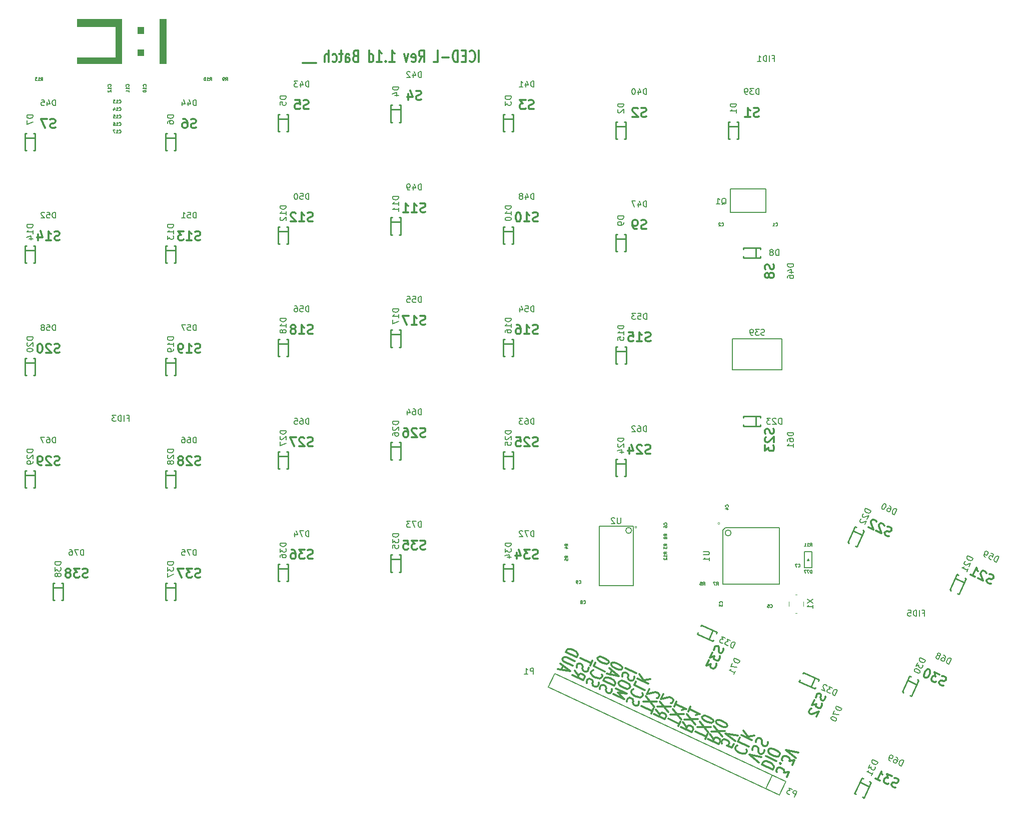
<source format=gbo>
G04 #@! TF.FileFunction,Legend,Bot*
%FSLAX46Y46*%
G04 Gerber Fmt 4.6, Leading zero omitted, Abs format (unit mm)*
G04 Created by KiCad (PCBNEW (2015-07-17 BZR 5958)-product) date 8/7/2015 1:38:10 AM*
%MOMM*%
G01*
G04 APERTURE LIST*
%ADD10C,0.150000*%
%ADD11C,0.300000*%
%ADD12C,0.304800*%
%ADD13C,0.200000*%
%ADD14C,0.149860*%
%ADD15C,0.100000*%
%ADD16C,0.127000*%
%ADD17C,0.010000*%
%ADD18C,0.220980*%
%ADD19C,0.203200*%
G04 APERTURE END LIST*
D10*
D11*
X98696999Y-36083762D02*
X98696999Y-34083762D01*
X97125570Y-35893286D02*
X97196999Y-35988524D01*
X97411285Y-36083762D01*
X97554142Y-36083762D01*
X97768427Y-35988524D01*
X97911285Y-35798048D01*
X97982713Y-35607571D01*
X98054142Y-35226619D01*
X98054142Y-34940905D01*
X97982713Y-34559952D01*
X97911285Y-34369476D01*
X97768427Y-34179000D01*
X97554142Y-34083762D01*
X97411285Y-34083762D01*
X97196999Y-34179000D01*
X97125570Y-34274238D01*
X96482713Y-35036143D02*
X95982713Y-35036143D01*
X95768427Y-36083762D02*
X96482713Y-36083762D01*
X96482713Y-34083762D01*
X95768427Y-34083762D01*
X95125570Y-36083762D02*
X95125570Y-34083762D01*
X94768427Y-34083762D01*
X94554142Y-34179000D01*
X94411284Y-34369476D01*
X94339856Y-34559952D01*
X94268427Y-34940905D01*
X94268427Y-35226619D01*
X94339856Y-35607571D01*
X94411284Y-35798048D01*
X94554142Y-35988524D01*
X94768427Y-36083762D01*
X95125570Y-36083762D01*
X93625570Y-35321857D02*
X92482713Y-35321857D01*
X91054141Y-36083762D02*
X91768427Y-36083762D01*
X91768427Y-34083762D01*
X88554141Y-36083762D02*
X89054141Y-35131381D01*
X89411284Y-36083762D02*
X89411284Y-34083762D01*
X88839856Y-34083762D01*
X88696998Y-34179000D01*
X88625570Y-34274238D01*
X88554141Y-34464714D01*
X88554141Y-34750429D01*
X88625570Y-34940905D01*
X88696998Y-35036143D01*
X88839856Y-35131381D01*
X89411284Y-35131381D01*
X87339856Y-35988524D02*
X87482713Y-36083762D01*
X87768427Y-36083762D01*
X87911284Y-35988524D01*
X87982713Y-35798048D01*
X87982713Y-35036143D01*
X87911284Y-34845667D01*
X87768427Y-34750429D01*
X87482713Y-34750429D01*
X87339856Y-34845667D01*
X87268427Y-35036143D01*
X87268427Y-35226619D01*
X87982713Y-35417095D01*
X86768427Y-34750429D02*
X86411284Y-36083762D01*
X86054142Y-34750429D01*
X83554142Y-36083762D02*
X84411285Y-36083762D01*
X83982713Y-36083762D02*
X83982713Y-34083762D01*
X84125570Y-34369476D01*
X84268428Y-34559952D01*
X84411285Y-34655190D01*
X82911285Y-35893286D02*
X82839857Y-35988524D01*
X82911285Y-36083762D01*
X82982714Y-35988524D01*
X82911285Y-35893286D01*
X82911285Y-36083762D01*
X81411285Y-36083762D02*
X82268428Y-36083762D01*
X81839856Y-36083762D02*
X81839856Y-34083762D01*
X81982713Y-34369476D01*
X82125571Y-34559952D01*
X82268428Y-34655190D01*
X80125571Y-36083762D02*
X80125571Y-34083762D01*
X80125571Y-35988524D02*
X80268428Y-36083762D01*
X80554142Y-36083762D01*
X80697000Y-35988524D01*
X80768428Y-35893286D01*
X80839857Y-35702810D01*
X80839857Y-35131381D01*
X80768428Y-34940905D01*
X80697000Y-34845667D01*
X80554142Y-34750429D01*
X80268428Y-34750429D01*
X80125571Y-34845667D01*
X77768428Y-35036143D02*
X77554142Y-35131381D01*
X77482714Y-35226619D01*
X77411285Y-35417095D01*
X77411285Y-35702810D01*
X77482714Y-35893286D01*
X77554142Y-35988524D01*
X77697000Y-36083762D01*
X78268428Y-36083762D01*
X78268428Y-34083762D01*
X77768428Y-34083762D01*
X77625571Y-34179000D01*
X77554142Y-34274238D01*
X77482714Y-34464714D01*
X77482714Y-34655190D01*
X77554142Y-34845667D01*
X77625571Y-34940905D01*
X77768428Y-35036143D01*
X78268428Y-35036143D01*
X76125571Y-36083762D02*
X76125571Y-35036143D01*
X76197000Y-34845667D01*
X76339857Y-34750429D01*
X76625571Y-34750429D01*
X76768428Y-34845667D01*
X76125571Y-35988524D02*
X76268428Y-36083762D01*
X76625571Y-36083762D01*
X76768428Y-35988524D01*
X76839857Y-35798048D01*
X76839857Y-35607571D01*
X76768428Y-35417095D01*
X76625571Y-35321857D01*
X76268428Y-35321857D01*
X76125571Y-35226619D01*
X75625571Y-34750429D02*
X75054142Y-34750429D01*
X75411285Y-34083762D02*
X75411285Y-35798048D01*
X75339857Y-35988524D01*
X75196999Y-36083762D01*
X75054142Y-36083762D01*
X73911285Y-35988524D02*
X74054142Y-36083762D01*
X74339856Y-36083762D01*
X74482714Y-35988524D01*
X74554142Y-35893286D01*
X74625571Y-35702810D01*
X74625571Y-35131381D01*
X74554142Y-34940905D01*
X74482714Y-34845667D01*
X74339856Y-34750429D01*
X74054142Y-34750429D01*
X73911285Y-34845667D01*
X73268428Y-36083762D02*
X73268428Y-34083762D01*
X72625571Y-36083762D02*
X72625571Y-35036143D01*
X72697000Y-34845667D01*
X72839857Y-34750429D01*
X73054142Y-34750429D01*
X73197000Y-34845667D01*
X73268428Y-34940905D01*
X71125571Y-36274238D02*
X69982714Y-36274238D01*
X69982714Y-36274238D02*
X68839857Y-36274238D01*
D12*
X112672309Y-139013832D02*
X112979009Y-138356111D01*
X112084792Y-138900016D02*
X114141100Y-139298372D01*
X112514173Y-137979207D01*
X114570480Y-138377563D02*
X113079647Y-137682377D01*
X112934925Y-137534817D01*
X112877899Y-137428152D01*
X112851543Y-137255715D01*
X112974223Y-136992626D01*
X113123259Y-136901976D01*
X113241625Y-136877097D01*
X113447687Y-136893112D01*
X114938520Y-137588299D01*
X113403603Y-136071818D02*
X115245220Y-136930579D01*
X115398570Y-136601718D01*
X115402884Y-136363508D01*
X115288832Y-136150178D01*
X115144110Y-136002619D01*
X114823996Y-135773274D01*
X114560907Y-135650594D01*
X114179453Y-135552792D01*
X113973391Y-135536778D01*
X113736659Y-135586535D01*
X113556953Y-135742958D01*
X113403603Y-136071818D01*
X114892182Y-139178892D02*
X115554453Y-140048230D01*
X114524142Y-139968157D02*
X116365759Y-140826917D01*
X116611120Y-140300740D01*
X116584763Y-140128303D01*
X116527737Y-140021638D01*
X116383015Y-139874079D01*
X116119927Y-139751399D01*
X115913865Y-139735384D01*
X115795499Y-139760263D01*
X115646463Y-139850913D01*
X115401103Y-140377090D01*
X115225239Y-138693609D02*
X115229552Y-138455400D01*
X115382902Y-138126539D01*
X115531939Y-138035889D01*
X115650305Y-138011010D01*
X115856367Y-138027024D01*
X116031758Y-138108811D01*
X116176481Y-138256370D01*
X116233507Y-138363035D01*
X116259863Y-138535473D01*
X116224879Y-138839455D01*
X116251235Y-139011891D01*
X116308261Y-139118557D01*
X116452983Y-139266115D01*
X116628375Y-139347902D01*
X116834437Y-139363917D01*
X116952804Y-139339038D01*
X117101840Y-139248388D01*
X117255190Y-138919527D01*
X117259504Y-138681318D01*
X117531220Y-138327579D02*
X117899260Y-137538314D01*
X115873623Y-137074186D02*
X117715240Y-137932947D01*
X150806734Y-157195208D02*
X151205445Y-156340171D01*
X150289186Y-156473428D01*
X150381196Y-156276112D01*
X150354840Y-156103675D01*
X150297814Y-155997010D01*
X150153092Y-155849450D01*
X149714612Y-155644984D01*
X149508549Y-155628970D01*
X149390183Y-155653848D01*
X149241147Y-155744499D01*
X149057127Y-156139131D01*
X149083483Y-156311568D01*
X149140509Y-156418234D01*
X149815250Y-154971249D02*
X149758224Y-154864583D01*
X149639857Y-154889462D01*
X149696884Y-154996127D01*
X149815250Y-154971249D01*
X149639857Y-154889462D01*
X151726835Y-155222046D02*
X152125545Y-154367009D01*
X151209287Y-154500267D01*
X151301296Y-154302951D01*
X151274940Y-154130513D01*
X151217914Y-154023848D01*
X151073192Y-153876289D01*
X150634712Y-153671822D01*
X150428650Y-153655808D01*
X150310284Y-153680686D01*
X150161247Y-153771337D01*
X149977228Y-154165969D01*
X150003584Y-154338407D01*
X150060609Y-154445073D01*
X152309565Y-153972376D02*
X150682638Y-152653212D01*
X152738945Y-153051568D01*
X116926133Y-141273428D02*
X116930447Y-141035219D01*
X117083797Y-140706359D01*
X117232833Y-140615708D01*
X117351199Y-140590830D01*
X117557262Y-140606844D01*
X117732653Y-140688630D01*
X117877375Y-140836190D01*
X117934402Y-140942855D01*
X117960758Y-141115292D01*
X117925774Y-141419274D01*
X117952130Y-141591711D01*
X118009156Y-141698377D01*
X118153878Y-141845935D01*
X118329270Y-141927722D01*
X118535332Y-141943737D01*
X118653698Y-141918858D01*
X118802734Y-141828208D01*
X118956085Y-141499347D01*
X118960398Y-141261137D01*
X118025940Y-139143844D02*
X117907574Y-139168723D01*
X117727868Y-139325145D01*
X117666528Y-139456689D01*
X117662213Y-139694899D01*
X117776266Y-139908230D01*
X117920987Y-140055788D01*
X118241102Y-140285134D01*
X118504190Y-140407814D01*
X118885644Y-140505615D01*
X119091707Y-140521630D01*
X119328438Y-140471873D01*
X119508145Y-140315450D01*
X119569485Y-140183905D01*
X119573799Y-139945696D01*
X119516772Y-139839031D01*
X118433278Y-137812389D02*
X118126578Y-138470109D01*
X119968195Y-139328869D01*
X120612265Y-137947656D02*
X120673605Y-137816112D01*
X120647249Y-137643674D01*
X120590223Y-137537009D01*
X120445500Y-137389451D01*
X120125387Y-137160105D01*
X119686906Y-136955638D01*
X119305452Y-136857838D01*
X119099390Y-136841822D01*
X118981024Y-136866701D01*
X118831988Y-136957352D01*
X118770648Y-137088896D01*
X118797004Y-137261333D01*
X118854030Y-137367998D01*
X118998752Y-137515558D01*
X119318866Y-137744903D01*
X119757347Y-137949370D01*
X120138800Y-138047171D01*
X120344863Y-138063185D01*
X120463229Y-138038307D01*
X120612265Y-137947656D01*
X119196798Y-142322315D02*
X119201112Y-142084105D01*
X119354462Y-141755245D01*
X119503498Y-141664594D01*
X119621864Y-141639716D01*
X119827927Y-141655730D01*
X120003318Y-141737517D01*
X120148040Y-141885076D01*
X120205066Y-141991741D01*
X120231422Y-142164179D01*
X120196438Y-142468161D01*
X120222795Y-142640597D01*
X120279821Y-142747263D01*
X120424542Y-142894821D01*
X120599935Y-142976608D01*
X120805997Y-142992623D01*
X120924363Y-142967744D01*
X121073399Y-142877094D01*
X121226750Y-142548233D01*
X121231063Y-142310024D01*
X119753172Y-140900208D02*
X121594790Y-141758969D01*
X121748140Y-141430108D01*
X121752454Y-141191898D01*
X121638401Y-140978568D01*
X121493679Y-140831009D01*
X121173565Y-140601664D01*
X120910477Y-140478984D01*
X120529022Y-140381182D01*
X120322961Y-140365168D01*
X120086229Y-140414925D01*
X119906522Y-140571348D01*
X119753172Y-140900208D01*
X120892749Y-139830127D02*
X121199449Y-139172406D01*
X120305232Y-139716311D02*
X122361540Y-140114667D01*
X120734613Y-138795502D01*
X122913600Y-138930770D02*
X122974940Y-138799226D01*
X122948584Y-138626788D01*
X122891558Y-138520123D01*
X122746836Y-138372564D01*
X122426722Y-138143219D01*
X121988241Y-137938752D01*
X121606787Y-137840951D01*
X121400725Y-137824936D01*
X121282359Y-137849814D01*
X121133323Y-137940465D01*
X121071983Y-138072010D01*
X121098339Y-138244447D01*
X121155365Y-138351112D01*
X121300087Y-138498672D01*
X121620201Y-138728016D01*
X122058682Y-138932483D01*
X122440136Y-139030285D01*
X122646198Y-139046299D01*
X122764564Y-139021421D01*
X122913600Y-138930770D01*
X142468905Y-151899451D02*
X142350539Y-151924329D01*
X142170833Y-152080752D01*
X142109492Y-152212296D01*
X142105178Y-152450506D01*
X142219231Y-152663836D01*
X142363952Y-152811395D01*
X142684067Y-153040740D01*
X142947155Y-153163420D01*
X143328609Y-153261222D01*
X143534671Y-153277236D01*
X143771403Y-153227480D01*
X143951110Y-153071056D01*
X144012450Y-152939512D01*
X144016764Y-152701303D01*
X143959737Y-152594638D01*
X142876242Y-150567995D02*
X142569542Y-151225715D01*
X144411160Y-152084476D01*
X143090932Y-150107591D02*
X144932550Y-150966351D01*
X143458973Y-149318326D02*
X144235295Y-150400995D01*
X145300590Y-150177087D02*
X143880197Y-150475631D01*
X146589483Y-155076612D02*
X148431100Y-155935372D01*
X148584450Y-155606512D01*
X148588764Y-155368302D01*
X148474711Y-155154972D01*
X148329989Y-155007412D01*
X148009876Y-154778067D01*
X147746787Y-154655387D01*
X147365333Y-154557585D01*
X147159271Y-154541572D01*
X146922539Y-154591328D01*
X146742833Y-154747752D01*
X146589483Y-155076612D01*
X147233553Y-153695399D02*
X149075170Y-154554159D01*
X149504550Y-153633350D02*
X149627230Y-153370262D01*
X149600874Y-153197825D01*
X149486822Y-152984494D01*
X149166708Y-152755148D01*
X148552835Y-152468895D01*
X148171381Y-152371094D01*
X147934649Y-152420852D01*
X147785613Y-152511501D01*
X147662933Y-152774590D01*
X147689289Y-152947028D01*
X147803341Y-153160359D01*
X148123455Y-153389703D01*
X148737328Y-153675957D01*
X149118782Y-153773759D01*
X149355514Y-153724001D01*
X149504550Y-153633350D01*
X146103414Y-154773119D02*
X144476487Y-153453955D01*
X146532795Y-153852311D01*
X144962894Y-152639811D02*
X144967207Y-152401602D01*
X145120557Y-152072742D01*
X145269594Y-151982091D01*
X145387959Y-151957212D01*
X145594022Y-151973227D01*
X145769413Y-152055013D01*
X145914136Y-152202572D01*
X145971162Y-152309237D01*
X145997518Y-152481675D01*
X145962534Y-152785657D01*
X145988890Y-152958094D01*
X146045916Y-153064760D01*
X146190638Y-153212318D01*
X146366030Y-153294104D01*
X146572092Y-153310119D01*
X146690459Y-153285240D01*
X146839495Y-153194590D01*
X146992845Y-152865729D01*
X146997159Y-152627520D01*
X145576294Y-151324370D02*
X145580608Y-151086160D01*
X145733958Y-150757300D01*
X145882994Y-150666649D01*
X146001360Y-150641771D01*
X146207422Y-150657785D01*
X146382814Y-150739572D01*
X146527536Y-150887131D01*
X146584562Y-150993796D01*
X146610918Y-151166234D01*
X146575934Y-151470215D01*
X146602291Y-151642652D01*
X146659317Y-151749318D01*
X146804038Y-151896876D01*
X146979431Y-151978663D01*
X147185493Y-151994678D01*
X147303859Y-151969799D01*
X147452895Y-151879149D01*
X147606245Y-151550288D01*
X147610559Y-151312079D01*
X141855825Y-151609362D02*
X141549125Y-152267082D01*
X140641494Y-151923920D01*
X140759860Y-151899042D01*
X140908896Y-151808391D01*
X141062246Y-151479531D01*
X141035890Y-151307094D01*
X140978864Y-151200429D01*
X140834142Y-151052869D01*
X140395662Y-150848403D01*
X140189600Y-150832388D01*
X140071234Y-150857267D01*
X139922197Y-150947918D01*
X139768847Y-151276778D01*
X139795203Y-151449215D01*
X139852230Y-151555880D01*
X142070515Y-151148957D02*
X140443588Y-149829792D01*
X142499895Y-150228148D01*
X137817842Y-149978437D02*
X138480113Y-150847774D01*
X137449802Y-150767701D02*
X139291419Y-151626461D01*
X139536780Y-151100284D01*
X139510423Y-150927848D01*
X139453397Y-150821182D01*
X139308675Y-150673623D01*
X139045587Y-150550944D01*
X138839525Y-150534928D01*
X138721159Y-150559808D01*
X138572123Y-150650458D01*
X138326763Y-151176635D01*
X139874149Y-150376793D02*
X138461912Y-148597224D01*
X140303530Y-149455984D02*
X138032532Y-149518032D01*
X140671570Y-148666718D02*
X140732910Y-148535174D01*
X140706554Y-148362737D01*
X140649528Y-148256072D01*
X140504805Y-148108513D01*
X140184692Y-147879167D01*
X139746211Y-147674700D01*
X139364757Y-147576900D01*
X139158695Y-147560885D01*
X139040329Y-147585763D01*
X138891293Y-147676414D01*
X138829953Y-147807958D01*
X138856309Y-147980396D01*
X138913335Y-148087061D01*
X139058057Y-148234620D01*
X139378171Y-148463965D01*
X139816652Y-148668432D01*
X140198105Y-148766233D01*
X140404168Y-148782248D01*
X140522534Y-148757369D01*
X140671570Y-148666718D01*
X136990085Y-150770347D02*
X137358125Y-149981082D01*
X135332487Y-149516955D02*
X137174104Y-150375715D01*
X137511475Y-149652222D02*
X136099237Y-147872653D01*
X137940855Y-148731413D02*
X135669857Y-148793462D01*
X138308895Y-147942148D02*
X138370235Y-147810604D01*
X138343879Y-147638166D01*
X138286853Y-147531501D01*
X138142131Y-147383943D01*
X137822017Y-147154597D01*
X137383536Y-146950130D01*
X137002082Y-146852329D01*
X136796020Y-146836314D01*
X136677654Y-146861193D01*
X136528618Y-146951843D01*
X136467278Y-147083388D01*
X136493634Y-147255825D01*
X136550660Y-147362490D01*
X136695382Y-147510050D01*
X137015496Y-147739395D01*
X137453977Y-147943861D01*
X137835431Y-148041663D01*
X138041493Y-148057677D01*
X138159859Y-148032799D01*
X138308895Y-147942148D01*
X133245842Y-147946437D02*
X133908113Y-148815774D01*
X132877802Y-148735701D02*
X134719419Y-149594461D01*
X134964780Y-149068284D01*
X134938423Y-148895848D01*
X134881397Y-148789182D01*
X134736675Y-148641623D01*
X134473587Y-148518944D01*
X134267525Y-148502928D01*
X134149159Y-148527808D01*
X134000123Y-148618458D01*
X133754763Y-149144635D01*
X135302149Y-148344793D02*
X133889912Y-146565224D01*
X135731530Y-147423984D02*
X133460532Y-147486032D01*
X134472643Y-145315554D02*
X134104603Y-146104818D01*
X134288623Y-145710186D02*
X136130240Y-146568947D01*
X135805811Y-146577811D01*
X135569079Y-146627567D01*
X135420043Y-146718218D01*
X132418085Y-148611347D02*
X132786125Y-147822082D01*
X130760487Y-147357955D02*
X132602104Y-148216715D01*
X132939475Y-147493222D02*
X131527237Y-145713653D01*
X133368855Y-146572413D02*
X131097857Y-146634462D01*
X132109968Y-144463983D02*
X131741928Y-145253248D01*
X131925948Y-144858616D02*
X133767565Y-145717376D01*
X133443137Y-145726240D01*
X133206405Y-145775997D01*
X133057368Y-145866648D01*
X123768799Y-144481314D02*
X123773112Y-144243104D01*
X123926462Y-143914244D01*
X124075498Y-143823594D01*
X124193864Y-143798715D01*
X124399927Y-143814729D01*
X124575318Y-143896516D01*
X124720040Y-144044075D01*
X124777067Y-144150740D01*
X124803423Y-144323178D01*
X124768439Y-144627160D01*
X124794795Y-144799596D01*
X124851821Y-144906262D01*
X124996543Y-145053820D01*
X125171935Y-145135607D01*
X125377997Y-145151622D01*
X125496364Y-145126743D01*
X125645400Y-145036093D01*
X125798750Y-144707232D01*
X125803064Y-144469023D01*
X124868605Y-142351730D02*
X124750239Y-142376608D01*
X124570533Y-142533030D01*
X124509193Y-142664575D01*
X124504879Y-142902785D01*
X124618931Y-143116115D01*
X124763652Y-143263674D01*
X125083767Y-143493019D01*
X125346856Y-143615699D01*
X125728309Y-143713501D01*
X125934372Y-143729515D01*
X126171104Y-143679758D01*
X126350810Y-143523335D01*
X126412150Y-143391791D01*
X126416464Y-143153581D01*
X126359438Y-143046916D01*
X125275943Y-141020274D02*
X124969243Y-141677994D01*
X126810860Y-142536755D01*
X125490633Y-140559870D02*
X127332250Y-141418630D01*
X125858673Y-139770605D02*
X126634996Y-140853274D01*
X127700290Y-140629365D02*
X126279897Y-140927910D01*
X121471777Y-143132991D02*
X123313395Y-143991751D01*
X122212643Y-142917946D01*
X123742775Y-143070942D01*
X121901157Y-142212182D01*
X124172155Y-142150134D02*
X124294835Y-141887045D01*
X124268479Y-141714608D01*
X124154426Y-141501277D01*
X123834313Y-141271932D01*
X123220440Y-140985678D01*
X122838986Y-140887878D01*
X122602253Y-140937635D01*
X122453218Y-141028285D01*
X122330537Y-141291373D01*
X122356894Y-141463811D01*
X122470946Y-141677142D01*
X122791060Y-141906487D01*
X123404933Y-142192740D01*
X123786386Y-142290542D01*
X124023119Y-142240785D01*
X124172155Y-142150134D01*
X122939624Y-140214142D02*
X122943937Y-139975933D01*
X123097287Y-139647073D01*
X123246324Y-139556422D01*
X123364690Y-139531544D01*
X123570752Y-139547558D01*
X123746144Y-139629344D01*
X123890866Y-139776904D01*
X123947892Y-139883569D01*
X123974248Y-140056006D01*
X123939264Y-140359988D01*
X123965621Y-140532425D01*
X124022646Y-140639091D01*
X124167368Y-140786649D01*
X124342760Y-140868436D01*
X124548822Y-140884451D01*
X124667189Y-140859571D01*
X124816225Y-140768922D01*
X124969575Y-140440060D01*
X124973889Y-140201851D01*
X123495998Y-138792036D02*
X125337615Y-139650796D01*
X127846085Y-146452347D02*
X128214125Y-145663082D01*
X126188487Y-145198955D02*
X128030104Y-146057715D01*
X128367475Y-145334222D02*
X126955237Y-143554653D01*
X128796855Y-144413413D02*
X126525857Y-144475462D01*
X128836153Y-143871221D02*
X128954519Y-143846343D01*
X129103555Y-143755692D01*
X129256905Y-143426832D01*
X129230549Y-143254395D01*
X129173523Y-143147729D01*
X129028801Y-143000170D01*
X128853409Y-142918383D01*
X128559651Y-142861476D01*
X127139258Y-143160020D01*
X127537968Y-142304983D01*
X128673842Y-145787437D02*
X129336113Y-146656774D01*
X128305802Y-146576701D02*
X130147419Y-147435461D01*
X130392780Y-146909284D01*
X130366423Y-146736848D01*
X130309397Y-146630182D01*
X130164675Y-146482623D01*
X129901587Y-146359944D01*
X129695525Y-146343928D01*
X129577159Y-146368808D01*
X129428123Y-146459458D01*
X129182763Y-146985635D01*
X130730149Y-146185793D02*
X129317912Y-144406224D01*
X131159530Y-145264984D02*
X128888532Y-145327032D01*
X131198828Y-144722792D02*
X131317194Y-144697913D01*
X131466230Y-144607263D01*
X131619580Y-144278403D01*
X131593224Y-144105965D01*
X131536198Y-143999300D01*
X131391476Y-143851741D01*
X131216083Y-143769954D01*
X130922325Y-143713047D01*
X129501932Y-144011591D01*
X129900643Y-143156554D01*
D13*
X139980000Y-115361000D02*
X139980000Y-124561000D01*
X139980000Y-124561000D02*
X149580000Y-124561000D01*
X149580000Y-124561000D02*
X149580000Y-114961000D01*
X149580000Y-114961000D02*
X140380000Y-114961000D01*
X140380000Y-114961000D02*
X139980000Y-115361000D01*
X141380000Y-115861000D02*
G75*
G03X141380000Y-115861000I-500000J0D01*
G01*
D14*
X154584400Y-120548400D02*
X154432000Y-120243600D01*
X154432000Y-120243600D02*
X154279600Y-120548400D01*
X154279600Y-120548400D02*
X154584400Y-120548400D01*
X155067000Y-121729500D02*
X155067000Y-119062500D01*
X155067000Y-119062500D02*
X153797000Y-119062500D01*
X153797000Y-119062500D02*
X153797000Y-121729500D01*
X153797000Y-121729500D02*
X155067000Y-121729500D01*
D15*
X152550000Y-126289000D02*
X152250000Y-126289000D01*
X153650000Y-128239000D02*
X153650000Y-127539000D01*
X152250000Y-129489000D02*
X152550000Y-129489000D01*
X151200000Y-128239000D02*
X151200000Y-127539000D01*
D13*
X110452090Y-142013683D02*
X149586460Y-160262339D01*
X150659910Y-157960317D02*
X111525540Y-139711661D01*
X149586460Y-160262339D02*
X150659910Y-157960317D01*
X110452090Y-142013683D02*
X111525540Y-139711661D01*
X147284438Y-159188889D02*
X148357889Y-156886867D01*
D16*
X147272000Y-57563000D02*
X141272000Y-57563000D01*
X141272000Y-57563000D02*
X141272000Y-61563000D01*
X141272000Y-61563000D02*
X147272000Y-61563000D01*
X147272000Y-61563000D02*
X147272000Y-57563000D01*
X149996000Y-82998000D02*
X141596000Y-82998000D01*
X141596000Y-82998000D02*
X141596000Y-88198000D01*
X141596000Y-88198000D02*
X149996000Y-88198000D01*
X149996000Y-88198000D02*
X149996000Y-82998000D01*
D13*
X124800000Y-114691000D02*
X119040000Y-114691000D01*
X119040000Y-114691000D02*
X119040000Y-124831000D01*
X119040000Y-124831000D02*
X124800000Y-124831000D01*
X124800000Y-124831000D02*
X124800000Y-114691000D01*
X124550000Y-115441000D02*
G75*
G03X124550000Y-115441000I-500000J0D01*
G01*
D17*
G36*
X45720000Y-28829000D02*
X45570000Y-28829000D01*
X45570000Y-28979000D01*
X45720000Y-28979000D01*
X45720000Y-28829000D01*
X45720000Y-28829000D01*
G37*
X45720000Y-28829000D02*
X45570000Y-28829000D01*
X45570000Y-28979000D01*
X45720000Y-28979000D01*
X45720000Y-28829000D01*
G36*
X45570000Y-28829000D02*
X45420000Y-28829000D01*
X45420000Y-28979000D01*
X45570000Y-28979000D01*
X45570000Y-28829000D01*
X45570000Y-28829000D01*
G37*
X45570000Y-28829000D02*
X45420000Y-28829000D01*
X45420000Y-28979000D01*
X45570000Y-28979000D01*
X45570000Y-28829000D01*
G36*
X45420000Y-28829000D02*
X45270000Y-28829000D01*
X45270000Y-28979000D01*
X45420000Y-28979000D01*
X45420000Y-28829000D01*
X45420000Y-28829000D01*
G37*
X45420000Y-28829000D02*
X45270000Y-28829000D01*
X45270000Y-28979000D01*
X45420000Y-28979000D01*
X45420000Y-28829000D01*
G36*
X45270000Y-28829000D02*
X45120000Y-28829000D01*
X45120000Y-28979000D01*
X45270000Y-28979000D01*
X45270000Y-28829000D01*
X45270000Y-28829000D01*
G37*
X45270000Y-28829000D02*
X45120000Y-28829000D01*
X45120000Y-28979000D01*
X45270000Y-28979000D01*
X45270000Y-28829000D01*
G36*
X45120000Y-28829000D02*
X44970000Y-28829000D01*
X44970000Y-28979000D01*
X45120000Y-28979000D01*
X45120000Y-28829000D01*
X45120000Y-28829000D01*
G37*
X45120000Y-28829000D02*
X44970000Y-28829000D01*
X44970000Y-28979000D01*
X45120000Y-28979000D01*
X45120000Y-28829000D01*
G36*
X44970000Y-28829000D02*
X44820000Y-28829000D01*
X44820000Y-28979000D01*
X44970000Y-28979000D01*
X44970000Y-28829000D01*
X44970000Y-28829000D01*
G37*
X44970000Y-28829000D02*
X44820000Y-28829000D01*
X44820000Y-28979000D01*
X44970000Y-28979000D01*
X44970000Y-28829000D01*
G36*
X44820000Y-28829000D02*
X44670000Y-28829000D01*
X44670000Y-28979000D01*
X44820000Y-28979000D01*
X44820000Y-28829000D01*
X44820000Y-28829000D01*
G37*
X44820000Y-28829000D02*
X44670000Y-28829000D01*
X44670000Y-28979000D01*
X44820000Y-28979000D01*
X44820000Y-28829000D01*
G36*
X38220000Y-28829000D02*
X38070000Y-28829000D01*
X38070000Y-28979000D01*
X38220000Y-28979000D01*
X38220000Y-28829000D01*
X38220000Y-28829000D01*
G37*
X38220000Y-28829000D02*
X38070000Y-28829000D01*
X38070000Y-28979000D01*
X38220000Y-28979000D01*
X38220000Y-28829000D01*
G36*
X38070000Y-28829000D02*
X37920000Y-28829000D01*
X37920000Y-28979000D01*
X38070000Y-28979000D01*
X38070000Y-28829000D01*
X38070000Y-28829000D01*
G37*
X38070000Y-28829000D02*
X37920000Y-28829000D01*
X37920000Y-28979000D01*
X38070000Y-28979000D01*
X38070000Y-28829000D01*
G36*
X37920000Y-28829000D02*
X37770000Y-28829000D01*
X37770000Y-28979000D01*
X37920000Y-28979000D01*
X37920000Y-28829000D01*
X37920000Y-28829000D01*
G37*
X37920000Y-28829000D02*
X37770000Y-28829000D01*
X37770000Y-28979000D01*
X37920000Y-28979000D01*
X37920000Y-28829000D01*
G36*
X37770000Y-28829000D02*
X37620000Y-28829000D01*
X37620000Y-28979000D01*
X37770000Y-28979000D01*
X37770000Y-28829000D01*
X37770000Y-28829000D01*
G37*
X37770000Y-28829000D02*
X37620000Y-28829000D01*
X37620000Y-28979000D01*
X37770000Y-28979000D01*
X37770000Y-28829000D01*
G36*
X37620000Y-28829000D02*
X37470000Y-28829000D01*
X37470000Y-28979000D01*
X37620000Y-28979000D01*
X37620000Y-28829000D01*
X37620000Y-28829000D01*
G37*
X37620000Y-28829000D02*
X37470000Y-28829000D01*
X37470000Y-28979000D01*
X37620000Y-28979000D01*
X37620000Y-28829000D01*
G36*
X37470000Y-28829000D02*
X37320000Y-28829000D01*
X37320000Y-28979000D01*
X37470000Y-28979000D01*
X37470000Y-28829000D01*
X37470000Y-28829000D01*
G37*
X37470000Y-28829000D02*
X37320000Y-28829000D01*
X37320000Y-28979000D01*
X37470000Y-28979000D01*
X37470000Y-28829000D01*
G36*
X37320000Y-28829000D02*
X37170000Y-28829000D01*
X37170000Y-28979000D01*
X37320000Y-28979000D01*
X37320000Y-28829000D01*
X37320000Y-28829000D01*
G37*
X37320000Y-28829000D02*
X37170000Y-28829000D01*
X37170000Y-28979000D01*
X37320000Y-28979000D01*
X37320000Y-28829000D01*
G36*
X37170000Y-28829000D02*
X37020000Y-28829000D01*
X37020000Y-28979000D01*
X37170000Y-28979000D01*
X37170000Y-28829000D01*
X37170000Y-28829000D01*
G37*
X37170000Y-28829000D02*
X37020000Y-28829000D01*
X37020000Y-28979000D01*
X37170000Y-28979000D01*
X37170000Y-28829000D01*
G36*
X37020000Y-28829000D02*
X36870000Y-28829000D01*
X36870000Y-28979000D01*
X37020000Y-28979000D01*
X37020000Y-28829000D01*
X37020000Y-28829000D01*
G37*
X37020000Y-28829000D02*
X36870000Y-28829000D01*
X36870000Y-28979000D01*
X37020000Y-28979000D01*
X37020000Y-28829000D01*
G36*
X36870000Y-28829000D02*
X36720000Y-28829000D01*
X36720000Y-28979000D01*
X36870000Y-28979000D01*
X36870000Y-28829000D01*
X36870000Y-28829000D01*
G37*
X36870000Y-28829000D02*
X36720000Y-28829000D01*
X36720000Y-28979000D01*
X36870000Y-28979000D01*
X36870000Y-28829000D01*
G36*
X36720000Y-28829000D02*
X36570000Y-28829000D01*
X36570000Y-28979000D01*
X36720000Y-28979000D01*
X36720000Y-28829000D01*
X36720000Y-28829000D01*
G37*
X36720000Y-28829000D02*
X36570000Y-28829000D01*
X36570000Y-28979000D01*
X36720000Y-28979000D01*
X36720000Y-28829000D01*
G36*
X36570000Y-28829000D02*
X36420000Y-28829000D01*
X36420000Y-28979000D01*
X36570000Y-28979000D01*
X36570000Y-28829000D01*
X36570000Y-28829000D01*
G37*
X36570000Y-28829000D02*
X36420000Y-28829000D01*
X36420000Y-28979000D01*
X36570000Y-28979000D01*
X36570000Y-28829000D01*
G36*
X36420000Y-28829000D02*
X36270000Y-28829000D01*
X36270000Y-28979000D01*
X36420000Y-28979000D01*
X36420000Y-28829000D01*
X36420000Y-28829000D01*
G37*
X36420000Y-28829000D02*
X36270000Y-28829000D01*
X36270000Y-28979000D01*
X36420000Y-28979000D01*
X36420000Y-28829000D01*
G36*
X36270000Y-28829000D02*
X36120000Y-28829000D01*
X36120000Y-28979000D01*
X36270000Y-28979000D01*
X36270000Y-28829000D01*
X36270000Y-28829000D01*
G37*
X36270000Y-28829000D02*
X36120000Y-28829000D01*
X36120000Y-28979000D01*
X36270000Y-28979000D01*
X36270000Y-28829000D01*
G36*
X36120000Y-28829000D02*
X35970000Y-28829000D01*
X35970000Y-28979000D01*
X36120000Y-28979000D01*
X36120000Y-28829000D01*
X36120000Y-28829000D01*
G37*
X36120000Y-28829000D02*
X35970000Y-28829000D01*
X35970000Y-28979000D01*
X36120000Y-28979000D01*
X36120000Y-28829000D01*
G36*
X35970000Y-28829000D02*
X35820000Y-28829000D01*
X35820000Y-28979000D01*
X35970000Y-28979000D01*
X35970000Y-28829000D01*
X35970000Y-28829000D01*
G37*
X35970000Y-28829000D02*
X35820000Y-28829000D01*
X35820000Y-28979000D01*
X35970000Y-28979000D01*
X35970000Y-28829000D01*
G36*
X35820000Y-28829000D02*
X35670000Y-28829000D01*
X35670000Y-28979000D01*
X35820000Y-28979000D01*
X35820000Y-28829000D01*
X35820000Y-28829000D01*
G37*
X35820000Y-28829000D02*
X35670000Y-28829000D01*
X35670000Y-28979000D01*
X35820000Y-28979000D01*
X35820000Y-28829000D01*
G36*
X35670000Y-28829000D02*
X35520000Y-28829000D01*
X35520000Y-28979000D01*
X35670000Y-28979000D01*
X35670000Y-28829000D01*
X35670000Y-28829000D01*
G37*
X35670000Y-28829000D02*
X35520000Y-28829000D01*
X35520000Y-28979000D01*
X35670000Y-28979000D01*
X35670000Y-28829000D01*
G36*
X35520000Y-28829000D02*
X35370000Y-28829000D01*
X35370000Y-28979000D01*
X35520000Y-28979000D01*
X35520000Y-28829000D01*
X35520000Y-28829000D01*
G37*
X35520000Y-28829000D02*
X35370000Y-28829000D01*
X35370000Y-28979000D01*
X35520000Y-28979000D01*
X35520000Y-28829000D01*
G36*
X35370000Y-28829000D02*
X35220000Y-28829000D01*
X35220000Y-28979000D01*
X35370000Y-28979000D01*
X35370000Y-28829000D01*
X35370000Y-28829000D01*
G37*
X35370000Y-28829000D02*
X35220000Y-28829000D01*
X35220000Y-28979000D01*
X35370000Y-28979000D01*
X35370000Y-28829000D01*
G36*
X35220000Y-28829000D02*
X35070000Y-28829000D01*
X35070000Y-28979000D01*
X35220000Y-28979000D01*
X35220000Y-28829000D01*
X35220000Y-28829000D01*
G37*
X35220000Y-28829000D02*
X35070000Y-28829000D01*
X35070000Y-28979000D01*
X35220000Y-28979000D01*
X35220000Y-28829000D01*
G36*
X35070000Y-28829000D02*
X34920000Y-28829000D01*
X34920000Y-28979000D01*
X35070000Y-28979000D01*
X35070000Y-28829000D01*
X35070000Y-28829000D01*
G37*
X35070000Y-28829000D02*
X34920000Y-28829000D01*
X34920000Y-28979000D01*
X35070000Y-28979000D01*
X35070000Y-28829000D01*
G36*
X34920000Y-28829000D02*
X34770000Y-28829000D01*
X34770000Y-28979000D01*
X34920000Y-28979000D01*
X34920000Y-28829000D01*
X34920000Y-28829000D01*
G37*
X34920000Y-28829000D02*
X34770000Y-28829000D01*
X34770000Y-28979000D01*
X34920000Y-28979000D01*
X34920000Y-28829000D01*
G36*
X34770000Y-28829000D02*
X34620000Y-28829000D01*
X34620000Y-28979000D01*
X34770000Y-28979000D01*
X34770000Y-28829000D01*
X34770000Y-28829000D01*
G37*
X34770000Y-28829000D02*
X34620000Y-28829000D01*
X34620000Y-28979000D01*
X34770000Y-28979000D01*
X34770000Y-28829000D01*
G36*
X34620000Y-28829000D02*
X34470000Y-28829000D01*
X34470000Y-28979000D01*
X34620000Y-28979000D01*
X34620000Y-28829000D01*
X34620000Y-28829000D01*
G37*
X34620000Y-28829000D02*
X34470000Y-28829000D01*
X34470000Y-28979000D01*
X34620000Y-28979000D01*
X34620000Y-28829000D01*
G36*
X34470000Y-28829000D02*
X34320000Y-28829000D01*
X34320000Y-28979000D01*
X34470000Y-28979000D01*
X34470000Y-28829000D01*
X34470000Y-28829000D01*
G37*
X34470000Y-28829000D02*
X34320000Y-28829000D01*
X34320000Y-28979000D01*
X34470000Y-28979000D01*
X34470000Y-28829000D01*
G36*
X34320000Y-28829000D02*
X34170000Y-28829000D01*
X34170000Y-28979000D01*
X34320000Y-28979000D01*
X34320000Y-28829000D01*
X34320000Y-28829000D01*
G37*
X34320000Y-28829000D02*
X34170000Y-28829000D01*
X34170000Y-28979000D01*
X34320000Y-28979000D01*
X34320000Y-28829000D01*
G36*
X34170000Y-28829000D02*
X34020000Y-28829000D01*
X34020000Y-28979000D01*
X34170000Y-28979000D01*
X34170000Y-28829000D01*
X34170000Y-28829000D01*
G37*
X34170000Y-28829000D02*
X34020000Y-28829000D01*
X34020000Y-28979000D01*
X34170000Y-28979000D01*
X34170000Y-28829000D01*
G36*
X34020000Y-28829000D02*
X33870000Y-28829000D01*
X33870000Y-28979000D01*
X34020000Y-28979000D01*
X34020000Y-28829000D01*
X34020000Y-28829000D01*
G37*
X34020000Y-28829000D02*
X33870000Y-28829000D01*
X33870000Y-28979000D01*
X34020000Y-28979000D01*
X34020000Y-28829000D01*
G36*
X33870000Y-28829000D02*
X33720000Y-28829000D01*
X33720000Y-28979000D01*
X33870000Y-28979000D01*
X33870000Y-28829000D01*
X33870000Y-28829000D01*
G37*
X33870000Y-28829000D02*
X33720000Y-28829000D01*
X33720000Y-28979000D01*
X33870000Y-28979000D01*
X33870000Y-28829000D01*
G36*
X33720000Y-28829000D02*
X33570000Y-28829000D01*
X33570000Y-28979000D01*
X33720000Y-28979000D01*
X33720000Y-28829000D01*
X33720000Y-28829000D01*
G37*
X33720000Y-28829000D02*
X33570000Y-28829000D01*
X33570000Y-28979000D01*
X33720000Y-28979000D01*
X33720000Y-28829000D01*
G36*
X33570000Y-28829000D02*
X33420000Y-28829000D01*
X33420000Y-28979000D01*
X33570000Y-28979000D01*
X33570000Y-28829000D01*
X33570000Y-28829000D01*
G37*
X33570000Y-28829000D02*
X33420000Y-28829000D01*
X33420000Y-28979000D01*
X33570000Y-28979000D01*
X33570000Y-28829000D01*
G36*
X33420000Y-28829000D02*
X33270000Y-28829000D01*
X33270000Y-28979000D01*
X33420000Y-28979000D01*
X33420000Y-28829000D01*
X33420000Y-28829000D01*
G37*
X33420000Y-28829000D02*
X33270000Y-28829000D01*
X33270000Y-28979000D01*
X33420000Y-28979000D01*
X33420000Y-28829000D01*
G36*
X33270000Y-28829000D02*
X33120000Y-28829000D01*
X33120000Y-28979000D01*
X33270000Y-28979000D01*
X33270000Y-28829000D01*
X33270000Y-28829000D01*
G37*
X33270000Y-28829000D02*
X33120000Y-28829000D01*
X33120000Y-28979000D01*
X33270000Y-28979000D01*
X33270000Y-28829000D01*
G36*
X33120000Y-28829000D02*
X32970000Y-28829000D01*
X32970000Y-28979000D01*
X33120000Y-28979000D01*
X33120000Y-28829000D01*
X33120000Y-28829000D01*
G37*
X33120000Y-28829000D02*
X32970000Y-28829000D01*
X32970000Y-28979000D01*
X33120000Y-28979000D01*
X33120000Y-28829000D01*
G36*
X32970000Y-28829000D02*
X32820000Y-28829000D01*
X32820000Y-28979000D01*
X32970000Y-28979000D01*
X32970000Y-28829000D01*
X32970000Y-28829000D01*
G37*
X32970000Y-28829000D02*
X32820000Y-28829000D01*
X32820000Y-28979000D01*
X32970000Y-28979000D01*
X32970000Y-28829000D01*
G36*
X32820000Y-28829000D02*
X32670000Y-28829000D01*
X32670000Y-28979000D01*
X32820000Y-28979000D01*
X32820000Y-28829000D01*
X32820000Y-28829000D01*
G37*
X32820000Y-28829000D02*
X32670000Y-28829000D01*
X32670000Y-28979000D01*
X32820000Y-28979000D01*
X32820000Y-28829000D01*
G36*
X32670000Y-28829000D02*
X32520000Y-28829000D01*
X32520000Y-28979000D01*
X32670000Y-28979000D01*
X32670000Y-28829000D01*
X32670000Y-28829000D01*
G37*
X32670000Y-28829000D02*
X32520000Y-28829000D01*
X32520000Y-28979000D01*
X32670000Y-28979000D01*
X32670000Y-28829000D01*
G36*
X32520000Y-28829000D02*
X32370000Y-28829000D01*
X32370000Y-28979000D01*
X32520000Y-28979000D01*
X32520000Y-28829000D01*
X32520000Y-28829000D01*
G37*
X32520000Y-28829000D02*
X32370000Y-28829000D01*
X32370000Y-28979000D01*
X32520000Y-28979000D01*
X32520000Y-28829000D01*
G36*
X32370000Y-28829000D02*
X32220000Y-28829000D01*
X32220000Y-28979000D01*
X32370000Y-28979000D01*
X32370000Y-28829000D01*
X32370000Y-28829000D01*
G37*
X32370000Y-28829000D02*
X32220000Y-28829000D01*
X32220000Y-28979000D01*
X32370000Y-28979000D01*
X32370000Y-28829000D01*
G36*
X32220000Y-28829000D02*
X32070000Y-28829000D01*
X32070000Y-28979000D01*
X32220000Y-28979000D01*
X32220000Y-28829000D01*
X32220000Y-28829000D01*
G37*
X32220000Y-28829000D02*
X32070000Y-28829000D01*
X32070000Y-28979000D01*
X32220000Y-28979000D01*
X32220000Y-28829000D01*
G36*
X32070000Y-28829000D02*
X31920000Y-28829000D01*
X31920000Y-28979000D01*
X32070000Y-28979000D01*
X32070000Y-28829000D01*
X32070000Y-28829000D01*
G37*
X32070000Y-28829000D02*
X31920000Y-28829000D01*
X31920000Y-28979000D01*
X32070000Y-28979000D01*
X32070000Y-28829000D01*
G36*
X31920000Y-28829000D02*
X31770000Y-28829000D01*
X31770000Y-28979000D01*
X31920000Y-28979000D01*
X31920000Y-28829000D01*
X31920000Y-28829000D01*
G37*
X31920000Y-28829000D02*
X31770000Y-28829000D01*
X31770000Y-28979000D01*
X31920000Y-28979000D01*
X31920000Y-28829000D01*
G36*
X31770000Y-28829000D02*
X31620000Y-28829000D01*
X31620000Y-28979000D01*
X31770000Y-28979000D01*
X31770000Y-28829000D01*
X31770000Y-28829000D01*
G37*
X31770000Y-28829000D02*
X31620000Y-28829000D01*
X31620000Y-28979000D01*
X31770000Y-28979000D01*
X31770000Y-28829000D01*
G36*
X31620000Y-28829000D02*
X31470000Y-28829000D01*
X31470000Y-28979000D01*
X31620000Y-28979000D01*
X31620000Y-28829000D01*
X31620000Y-28829000D01*
G37*
X31620000Y-28829000D02*
X31470000Y-28829000D01*
X31470000Y-28979000D01*
X31620000Y-28979000D01*
X31620000Y-28829000D01*
G36*
X31470000Y-28829000D02*
X31320000Y-28829000D01*
X31320000Y-28979000D01*
X31470000Y-28979000D01*
X31470000Y-28829000D01*
X31470000Y-28829000D01*
G37*
X31470000Y-28829000D02*
X31320000Y-28829000D01*
X31320000Y-28979000D01*
X31470000Y-28979000D01*
X31470000Y-28829000D01*
G36*
X31320000Y-28829000D02*
X31170000Y-28829000D01*
X31170000Y-28979000D01*
X31320000Y-28979000D01*
X31320000Y-28829000D01*
X31320000Y-28829000D01*
G37*
X31320000Y-28829000D02*
X31170000Y-28829000D01*
X31170000Y-28979000D01*
X31320000Y-28979000D01*
X31320000Y-28829000D01*
G36*
X31170000Y-28829000D02*
X31020000Y-28829000D01*
X31020000Y-28979000D01*
X31170000Y-28979000D01*
X31170000Y-28829000D01*
X31170000Y-28829000D01*
G37*
X31170000Y-28829000D02*
X31020000Y-28829000D01*
X31020000Y-28979000D01*
X31170000Y-28979000D01*
X31170000Y-28829000D01*
G36*
X31020000Y-28829000D02*
X30870000Y-28829000D01*
X30870000Y-28979000D01*
X31020000Y-28979000D01*
X31020000Y-28829000D01*
X31020000Y-28829000D01*
G37*
X31020000Y-28829000D02*
X30870000Y-28829000D01*
X30870000Y-28979000D01*
X31020000Y-28979000D01*
X31020000Y-28829000D01*
G36*
X30870000Y-28829000D02*
X30720000Y-28829000D01*
X30720000Y-28979000D01*
X30870000Y-28979000D01*
X30870000Y-28829000D01*
X30870000Y-28829000D01*
G37*
X30870000Y-28829000D02*
X30720000Y-28829000D01*
X30720000Y-28979000D01*
X30870000Y-28979000D01*
X30870000Y-28829000D01*
G36*
X45720000Y-28979000D02*
X45570000Y-28979000D01*
X45570000Y-29129000D01*
X45720000Y-29129000D01*
X45720000Y-28979000D01*
X45720000Y-28979000D01*
G37*
X45720000Y-28979000D02*
X45570000Y-28979000D01*
X45570000Y-29129000D01*
X45720000Y-29129000D01*
X45720000Y-28979000D01*
G36*
X45570000Y-28979000D02*
X45420000Y-28979000D01*
X45420000Y-29129000D01*
X45570000Y-29129000D01*
X45570000Y-28979000D01*
X45570000Y-28979000D01*
G37*
X45570000Y-28979000D02*
X45420000Y-28979000D01*
X45420000Y-29129000D01*
X45570000Y-29129000D01*
X45570000Y-28979000D01*
G36*
X45420000Y-28979000D02*
X45270000Y-28979000D01*
X45270000Y-29129000D01*
X45420000Y-29129000D01*
X45420000Y-28979000D01*
X45420000Y-28979000D01*
G37*
X45420000Y-28979000D02*
X45270000Y-28979000D01*
X45270000Y-29129000D01*
X45420000Y-29129000D01*
X45420000Y-28979000D01*
G36*
X45270000Y-28979000D02*
X45120000Y-28979000D01*
X45120000Y-29129000D01*
X45270000Y-29129000D01*
X45270000Y-28979000D01*
X45270000Y-28979000D01*
G37*
X45270000Y-28979000D02*
X45120000Y-28979000D01*
X45120000Y-29129000D01*
X45270000Y-29129000D01*
X45270000Y-28979000D01*
G36*
X45120000Y-28979000D02*
X44970000Y-28979000D01*
X44970000Y-29129000D01*
X45120000Y-29129000D01*
X45120000Y-28979000D01*
X45120000Y-28979000D01*
G37*
X45120000Y-28979000D02*
X44970000Y-28979000D01*
X44970000Y-29129000D01*
X45120000Y-29129000D01*
X45120000Y-28979000D01*
G36*
X44970000Y-28979000D02*
X44820000Y-28979000D01*
X44820000Y-29129000D01*
X44970000Y-29129000D01*
X44970000Y-28979000D01*
X44970000Y-28979000D01*
G37*
X44970000Y-28979000D02*
X44820000Y-28979000D01*
X44820000Y-29129000D01*
X44970000Y-29129000D01*
X44970000Y-28979000D01*
G36*
X44820000Y-28979000D02*
X44670000Y-28979000D01*
X44670000Y-29129000D01*
X44820000Y-29129000D01*
X44820000Y-28979000D01*
X44820000Y-28979000D01*
G37*
X44820000Y-28979000D02*
X44670000Y-28979000D01*
X44670000Y-29129000D01*
X44820000Y-29129000D01*
X44820000Y-28979000D01*
G36*
X38220000Y-28979000D02*
X38070000Y-28979000D01*
X38070000Y-29129000D01*
X38220000Y-29129000D01*
X38220000Y-28979000D01*
X38220000Y-28979000D01*
G37*
X38220000Y-28979000D02*
X38070000Y-28979000D01*
X38070000Y-29129000D01*
X38220000Y-29129000D01*
X38220000Y-28979000D01*
G36*
X38070000Y-28979000D02*
X37920000Y-28979000D01*
X37920000Y-29129000D01*
X38070000Y-29129000D01*
X38070000Y-28979000D01*
X38070000Y-28979000D01*
G37*
X38070000Y-28979000D02*
X37920000Y-28979000D01*
X37920000Y-29129000D01*
X38070000Y-29129000D01*
X38070000Y-28979000D01*
G36*
X37920000Y-28979000D02*
X37770000Y-28979000D01*
X37770000Y-29129000D01*
X37920000Y-29129000D01*
X37920000Y-28979000D01*
X37920000Y-28979000D01*
G37*
X37920000Y-28979000D02*
X37770000Y-28979000D01*
X37770000Y-29129000D01*
X37920000Y-29129000D01*
X37920000Y-28979000D01*
G36*
X37770000Y-28979000D02*
X37620000Y-28979000D01*
X37620000Y-29129000D01*
X37770000Y-29129000D01*
X37770000Y-28979000D01*
X37770000Y-28979000D01*
G37*
X37770000Y-28979000D02*
X37620000Y-28979000D01*
X37620000Y-29129000D01*
X37770000Y-29129000D01*
X37770000Y-28979000D01*
G36*
X37620000Y-28979000D02*
X37470000Y-28979000D01*
X37470000Y-29129000D01*
X37620000Y-29129000D01*
X37620000Y-28979000D01*
X37620000Y-28979000D01*
G37*
X37620000Y-28979000D02*
X37470000Y-28979000D01*
X37470000Y-29129000D01*
X37620000Y-29129000D01*
X37620000Y-28979000D01*
G36*
X37470000Y-28979000D02*
X37320000Y-28979000D01*
X37320000Y-29129000D01*
X37470000Y-29129000D01*
X37470000Y-28979000D01*
X37470000Y-28979000D01*
G37*
X37470000Y-28979000D02*
X37320000Y-28979000D01*
X37320000Y-29129000D01*
X37470000Y-29129000D01*
X37470000Y-28979000D01*
G36*
X37320000Y-28979000D02*
X37170000Y-28979000D01*
X37170000Y-29129000D01*
X37320000Y-29129000D01*
X37320000Y-28979000D01*
X37320000Y-28979000D01*
G37*
X37320000Y-28979000D02*
X37170000Y-28979000D01*
X37170000Y-29129000D01*
X37320000Y-29129000D01*
X37320000Y-28979000D01*
G36*
X37170000Y-28979000D02*
X37020000Y-28979000D01*
X37020000Y-29129000D01*
X37170000Y-29129000D01*
X37170000Y-28979000D01*
X37170000Y-28979000D01*
G37*
X37170000Y-28979000D02*
X37020000Y-28979000D01*
X37020000Y-29129000D01*
X37170000Y-29129000D01*
X37170000Y-28979000D01*
G36*
X37020000Y-28979000D02*
X36870000Y-28979000D01*
X36870000Y-29129000D01*
X37020000Y-29129000D01*
X37020000Y-28979000D01*
X37020000Y-28979000D01*
G37*
X37020000Y-28979000D02*
X36870000Y-28979000D01*
X36870000Y-29129000D01*
X37020000Y-29129000D01*
X37020000Y-28979000D01*
G36*
X36870000Y-28979000D02*
X36720000Y-28979000D01*
X36720000Y-29129000D01*
X36870000Y-29129000D01*
X36870000Y-28979000D01*
X36870000Y-28979000D01*
G37*
X36870000Y-28979000D02*
X36720000Y-28979000D01*
X36720000Y-29129000D01*
X36870000Y-29129000D01*
X36870000Y-28979000D01*
G36*
X36720000Y-28979000D02*
X36570000Y-28979000D01*
X36570000Y-29129000D01*
X36720000Y-29129000D01*
X36720000Y-28979000D01*
X36720000Y-28979000D01*
G37*
X36720000Y-28979000D02*
X36570000Y-28979000D01*
X36570000Y-29129000D01*
X36720000Y-29129000D01*
X36720000Y-28979000D01*
G36*
X36570000Y-28979000D02*
X36420000Y-28979000D01*
X36420000Y-29129000D01*
X36570000Y-29129000D01*
X36570000Y-28979000D01*
X36570000Y-28979000D01*
G37*
X36570000Y-28979000D02*
X36420000Y-28979000D01*
X36420000Y-29129000D01*
X36570000Y-29129000D01*
X36570000Y-28979000D01*
G36*
X36420000Y-28979000D02*
X36270000Y-28979000D01*
X36270000Y-29129000D01*
X36420000Y-29129000D01*
X36420000Y-28979000D01*
X36420000Y-28979000D01*
G37*
X36420000Y-28979000D02*
X36270000Y-28979000D01*
X36270000Y-29129000D01*
X36420000Y-29129000D01*
X36420000Y-28979000D01*
G36*
X36270000Y-28979000D02*
X36120000Y-28979000D01*
X36120000Y-29129000D01*
X36270000Y-29129000D01*
X36270000Y-28979000D01*
X36270000Y-28979000D01*
G37*
X36270000Y-28979000D02*
X36120000Y-28979000D01*
X36120000Y-29129000D01*
X36270000Y-29129000D01*
X36270000Y-28979000D01*
G36*
X36120000Y-28979000D02*
X35970000Y-28979000D01*
X35970000Y-29129000D01*
X36120000Y-29129000D01*
X36120000Y-28979000D01*
X36120000Y-28979000D01*
G37*
X36120000Y-28979000D02*
X35970000Y-28979000D01*
X35970000Y-29129000D01*
X36120000Y-29129000D01*
X36120000Y-28979000D01*
G36*
X35970000Y-28979000D02*
X35820000Y-28979000D01*
X35820000Y-29129000D01*
X35970000Y-29129000D01*
X35970000Y-28979000D01*
X35970000Y-28979000D01*
G37*
X35970000Y-28979000D02*
X35820000Y-28979000D01*
X35820000Y-29129000D01*
X35970000Y-29129000D01*
X35970000Y-28979000D01*
G36*
X35820000Y-28979000D02*
X35670000Y-28979000D01*
X35670000Y-29129000D01*
X35820000Y-29129000D01*
X35820000Y-28979000D01*
X35820000Y-28979000D01*
G37*
X35820000Y-28979000D02*
X35670000Y-28979000D01*
X35670000Y-29129000D01*
X35820000Y-29129000D01*
X35820000Y-28979000D01*
G36*
X35670000Y-28979000D02*
X35520000Y-28979000D01*
X35520000Y-29129000D01*
X35670000Y-29129000D01*
X35670000Y-28979000D01*
X35670000Y-28979000D01*
G37*
X35670000Y-28979000D02*
X35520000Y-28979000D01*
X35520000Y-29129000D01*
X35670000Y-29129000D01*
X35670000Y-28979000D01*
G36*
X35520000Y-28979000D02*
X35370000Y-28979000D01*
X35370000Y-29129000D01*
X35520000Y-29129000D01*
X35520000Y-28979000D01*
X35520000Y-28979000D01*
G37*
X35520000Y-28979000D02*
X35370000Y-28979000D01*
X35370000Y-29129000D01*
X35520000Y-29129000D01*
X35520000Y-28979000D01*
G36*
X35370000Y-28979000D02*
X35220000Y-28979000D01*
X35220000Y-29129000D01*
X35370000Y-29129000D01*
X35370000Y-28979000D01*
X35370000Y-28979000D01*
G37*
X35370000Y-28979000D02*
X35220000Y-28979000D01*
X35220000Y-29129000D01*
X35370000Y-29129000D01*
X35370000Y-28979000D01*
G36*
X35220000Y-28979000D02*
X35070000Y-28979000D01*
X35070000Y-29129000D01*
X35220000Y-29129000D01*
X35220000Y-28979000D01*
X35220000Y-28979000D01*
G37*
X35220000Y-28979000D02*
X35070000Y-28979000D01*
X35070000Y-29129000D01*
X35220000Y-29129000D01*
X35220000Y-28979000D01*
G36*
X35070000Y-28979000D02*
X34920000Y-28979000D01*
X34920000Y-29129000D01*
X35070000Y-29129000D01*
X35070000Y-28979000D01*
X35070000Y-28979000D01*
G37*
X35070000Y-28979000D02*
X34920000Y-28979000D01*
X34920000Y-29129000D01*
X35070000Y-29129000D01*
X35070000Y-28979000D01*
G36*
X34920000Y-28979000D02*
X34770000Y-28979000D01*
X34770000Y-29129000D01*
X34920000Y-29129000D01*
X34920000Y-28979000D01*
X34920000Y-28979000D01*
G37*
X34920000Y-28979000D02*
X34770000Y-28979000D01*
X34770000Y-29129000D01*
X34920000Y-29129000D01*
X34920000Y-28979000D01*
G36*
X34770000Y-28979000D02*
X34620000Y-28979000D01*
X34620000Y-29129000D01*
X34770000Y-29129000D01*
X34770000Y-28979000D01*
X34770000Y-28979000D01*
G37*
X34770000Y-28979000D02*
X34620000Y-28979000D01*
X34620000Y-29129000D01*
X34770000Y-29129000D01*
X34770000Y-28979000D01*
G36*
X34620000Y-28979000D02*
X34470000Y-28979000D01*
X34470000Y-29129000D01*
X34620000Y-29129000D01*
X34620000Y-28979000D01*
X34620000Y-28979000D01*
G37*
X34620000Y-28979000D02*
X34470000Y-28979000D01*
X34470000Y-29129000D01*
X34620000Y-29129000D01*
X34620000Y-28979000D01*
G36*
X34470000Y-28979000D02*
X34320000Y-28979000D01*
X34320000Y-29129000D01*
X34470000Y-29129000D01*
X34470000Y-28979000D01*
X34470000Y-28979000D01*
G37*
X34470000Y-28979000D02*
X34320000Y-28979000D01*
X34320000Y-29129000D01*
X34470000Y-29129000D01*
X34470000Y-28979000D01*
G36*
X34320000Y-28979000D02*
X34170000Y-28979000D01*
X34170000Y-29129000D01*
X34320000Y-29129000D01*
X34320000Y-28979000D01*
X34320000Y-28979000D01*
G37*
X34320000Y-28979000D02*
X34170000Y-28979000D01*
X34170000Y-29129000D01*
X34320000Y-29129000D01*
X34320000Y-28979000D01*
G36*
X34170000Y-28979000D02*
X34020000Y-28979000D01*
X34020000Y-29129000D01*
X34170000Y-29129000D01*
X34170000Y-28979000D01*
X34170000Y-28979000D01*
G37*
X34170000Y-28979000D02*
X34020000Y-28979000D01*
X34020000Y-29129000D01*
X34170000Y-29129000D01*
X34170000Y-28979000D01*
G36*
X34020000Y-28979000D02*
X33870000Y-28979000D01*
X33870000Y-29129000D01*
X34020000Y-29129000D01*
X34020000Y-28979000D01*
X34020000Y-28979000D01*
G37*
X34020000Y-28979000D02*
X33870000Y-28979000D01*
X33870000Y-29129000D01*
X34020000Y-29129000D01*
X34020000Y-28979000D01*
G36*
X33870000Y-28979000D02*
X33720000Y-28979000D01*
X33720000Y-29129000D01*
X33870000Y-29129000D01*
X33870000Y-28979000D01*
X33870000Y-28979000D01*
G37*
X33870000Y-28979000D02*
X33720000Y-28979000D01*
X33720000Y-29129000D01*
X33870000Y-29129000D01*
X33870000Y-28979000D01*
G36*
X33720000Y-28979000D02*
X33570000Y-28979000D01*
X33570000Y-29129000D01*
X33720000Y-29129000D01*
X33720000Y-28979000D01*
X33720000Y-28979000D01*
G37*
X33720000Y-28979000D02*
X33570000Y-28979000D01*
X33570000Y-29129000D01*
X33720000Y-29129000D01*
X33720000Y-28979000D01*
G36*
X33570000Y-28979000D02*
X33420000Y-28979000D01*
X33420000Y-29129000D01*
X33570000Y-29129000D01*
X33570000Y-28979000D01*
X33570000Y-28979000D01*
G37*
X33570000Y-28979000D02*
X33420000Y-28979000D01*
X33420000Y-29129000D01*
X33570000Y-29129000D01*
X33570000Y-28979000D01*
G36*
X33420000Y-28979000D02*
X33270000Y-28979000D01*
X33270000Y-29129000D01*
X33420000Y-29129000D01*
X33420000Y-28979000D01*
X33420000Y-28979000D01*
G37*
X33420000Y-28979000D02*
X33270000Y-28979000D01*
X33270000Y-29129000D01*
X33420000Y-29129000D01*
X33420000Y-28979000D01*
G36*
X33270000Y-28979000D02*
X33120000Y-28979000D01*
X33120000Y-29129000D01*
X33270000Y-29129000D01*
X33270000Y-28979000D01*
X33270000Y-28979000D01*
G37*
X33270000Y-28979000D02*
X33120000Y-28979000D01*
X33120000Y-29129000D01*
X33270000Y-29129000D01*
X33270000Y-28979000D01*
G36*
X33120000Y-28979000D02*
X32970000Y-28979000D01*
X32970000Y-29129000D01*
X33120000Y-29129000D01*
X33120000Y-28979000D01*
X33120000Y-28979000D01*
G37*
X33120000Y-28979000D02*
X32970000Y-28979000D01*
X32970000Y-29129000D01*
X33120000Y-29129000D01*
X33120000Y-28979000D01*
G36*
X32970000Y-28979000D02*
X32820000Y-28979000D01*
X32820000Y-29129000D01*
X32970000Y-29129000D01*
X32970000Y-28979000D01*
X32970000Y-28979000D01*
G37*
X32970000Y-28979000D02*
X32820000Y-28979000D01*
X32820000Y-29129000D01*
X32970000Y-29129000D01*
X32970000Y-28979000D01*
G36*
X32820000Y-28979000D02*
X32670000Y-28979000D01*
X32670000Y-29129000D01*
X32820000Y-29129000D01*
X32820000Y-28979000D01*
X32820000Y-28979000D01*
G37*
X32820000Y-28979000D02*
X32670000Y-28979000D01*
X32670000Y-29129000D01*
X32820000Y-29129000D01*
X32820000Y-28979000D01*
G36*
X32670000Y-28979000D02*
X32520000Y-28979000D01*
X32520000Y-29129000D01*
X32670000Y-29129000D01*
X32670000Y-28979000D01*
X32670000Y-28979000D01*
G37*
X32670000Y-28979000D02*
X32520000Y-28979000D01*
X32520000Y-29129000D01*
X32670000Y-29129000D01*
X32670000Y-28979000D01*
G36*
X32520000Y-28979000D02*
X32370000Y-28979000D01*
X32370000Y-29129000D01*
X32520000Y-29129000D01*
X32520000Y-28979000D01*
X32520000Y-28979000D01*
G37*
X32520000Y-28979000D02*
X32370000Y-28979000D01*
X32370000Y-29129000D01*
X32520000Y-29129000D01*
X32520000Y-28979000D01*
G36*
X32370000Y-28979000D02*
X32220000Y-28979000D01*
X32220000Y-29129000D01*
X32370000Y-29129000D01*
X32370000Y-28979000D01*
X32370000Y-28979000D01*
G37*
X32370000Y-28979000D02*
X32220000Y-28979000D01*
X32220000Y-29129000D01*
X32370000Y-29129000D01*
X32370000Y-28979000D01*
G36*
X32220000Y-28979000D02*
X32070000Y-28979000D01*
X32070000Y-29129000D01*
X32220000Y-29129000D01*
X32220000Y-28979000D01*
X32220000Y-28979000D01*
G37*
X32220000Y-28979000D02*
X32070000Y-28979000D01*
X32070000Y-29129000D01*
X32220000Y-29129000D01*
X32220000Y-28979000D01*
G36*
X32070000Y-28979000D02*
X31920000Y-28979000D01*
X31920000Y-29129000D01*
X32070000Y-29129000D01*
X32070000Y-28979000D01*
X32070000Y-28979000D01*
G37*
X32070000Y-28979000D02*
X31920000Y-28979000D01*
X31920000Y-29129000D01*
X32070000Y-29129000D01*
X32070000Y-28979000D01*
G36*
X31920000Y-28979000D02*
X31770000Y-28979000D01*
X31770000Y-29129000D01*
X31920000Y-29129000D01*
X31920000Y-28979000D01*
X31920000Y-28979000D01*
G37*
X31920000Y-28979000D02*
X31770000Y-28979000D01*
X31770000Y-29129000D01*
X31920000Y-29129000D01*
X31920000Y-28979000D01*
G36*
X31770000Y-28979000D02*
X31620000Y-28979000D01*
X31620000Y-29129000D01*
X31770000Y-29129000D01*
X31770000Y-28979000D01*
X31770000Y-28979000D01*
G37*
X31770000Y-28979000D02*
X31620000Y-28979000D01*
X31620000Y-29129000D01*
X31770000Y-29129000D01*
X31770000Y-28979000D01*
G36*
X31620000Y-28979000D02*
X31470000Y-28979000D01*
X31470000Y-29129000D01*
X31620000Y-29129000D01*
X31620000Y-28979000D01*
X31620000Y-28979000D01*
G37*
X31620000Y-28979000D02*
X31470000Y-28979000D01*
X31470000Y-29129000D01*
X31620000Y-29129000D01*
X31620000Y-28979000D01*
G36*
X31470000Y-28979000D02*
X31320000Y-28979000D01*
X31320000Y-29129000D01*
X31470000Y-29129000D01*
X31470000Y-28979000D01*
X31470000Y-28979000D01*
G37*
X31470000Y-28979000D02*
X31320000Y-28979000D01*
X31320000Y-29129000D01*
X31470000Y-29129000D01*
X31470000Y-28979000D01*
G36*
X31320000Y-28979000D02*
X31170000Y-28979000D01*
X31170000Y-29129000D01*
X31320000Y-29129000D01*
X31320000Y-28979000D01*
X31320000Y-28979000D01*
G37*
X31320000Y-28979000D02*
X31170000Y-28979000D01*
X31170000Y-29129000D01*
X31320000Y-29129000D01*
X31320000Y-28979000D01*
G36*
X31170000Y-28979000D02*
X31020000Y-28979000D01*
X31020000Y-29129000D01*
X31170000Y-29129000D01*
X31170000Y-28979000D01*
X31170000Y-28979000D01*
G37*
X31170000Y-28979000D02*
X31020000Y-28979000D01*
X31020000Y-29129000D01*
X31170000Y-29129000D01*
X31170000Y-28979000D01*
G36*
X31020000Y-28979000D02*
X30870000Y-28979000D01*
X30870000Y-29129000D01*
X31020000Y-29129000D01*
X31020000Y-28979000D01*
X31020000Y-28979000D01*
G37*
X31020000Y-28979000D02*
X30870000Y-28979000D01*
X30870000Y-29129000D01*
X31020000Y-29129000D01*
X31020000Y-28979000D01*
G36*
X30870000Y-28979000D02*
X30720000Y-28979000D01*
X30720000Y-29129000D01*
X30870000Y-29129000D01*
X30870000Y-28979000D01*
X30870000Y-28979000D01*
G37*
X30870000Y-28979000D02*
X30720000Y-28979000D01*
X30720000Y-29129000D01*
X30870000Y-29129000D01*
X30870000Y-28979000D01*
G36*
X45720000Y-29129000D02*
X45570000Y-29129000D01*
X45570000Y-29279000D01*
X45720000Y-29279000D01*
X45720000Y-29129000D01*
X45720000Y-29129000D01*
G37*
X45720000Y-29129000D02*
X45570000Y-29129000D01*
X45570000Y-29279000D01*
X45720000Y-29279000D01*
X45720000Y-29129000D01*
G36*
X45570000Y-29129000D02*
X45420000Y-29129000D01*
X45420000Y-29279000D01*
X45570000Y-29279000D01*
X45570000Y-29129000D01*
X45570000Y-29129000D01*
G37*
X45570000Y-29129000D02*
X45420000Y-29129000D01*
X45420000Y-29279000D01*
X45570000Y-29279000D01*
X45570000Y-29129000D01*
G36*
X45420000Y-29129000D02*
X45270000Y-29129000D01*
X45270000Y-29279000D01*
X45420000Y-29279000D01*
X45420000Y-29129000D01*
X45420000Y-29129000D01*
G37*
X45420000Y-29129000D02*
X45270000Y-29129000D01*
X45270000Y-29279000D01*
X45420000Y-29279000D01*
X45420000Y-29129000D01*
G36*
X45270000Y-29129000D02*
X45120000Y-29129000D01*
X45120000Y-29279000D01*
X45270000Y-29279000D01*
X45270000Y-29129000D01*
X45270000Y-29129000D01*
G37*
X45270000Y-29129000D02*
X45120000Y-29129000D01*
X45120000Y-29279000D01*
X45270000Y-29279000D01*
X45270000Y-29129000D01*
G36*
X45120000Y-29129000D02*
X44970000Y-29129000D01*
X44970000Y-29279000D01*
X45120000Y-29279000D01*
X45120000Y-29129000D01*
X45120000Y-29129000D01*
G37*
X45120000Y-29129000D02*
X44970000Y-29129000D01*
X44970000Y-29279000D01*
X45120000Y-29279000D01*
X45120000Y-29129000D01*
G36*
X44970000Y-29129000D02*
X44820000Y-29129000D01*
X44820000Y-29279000D01*
X44970000Y-29279000D01*
X44970000Y-29129000D01*
X44970000Y-29129000D01*
G37*
X44970000Y-29129000D02*
X44820000Y-29129000D01*
X44820000Y-29279000D01*
X44970000Y-29279000D01*
X44970000Y-29129000D01*
G36*
X44820000Y-29129000D02*
X44670000Y-29129000D01*
X44670000Y-29279000D01*
X44820000Y-29279000D01*
X44820000Y-29129000D01*
X44820000Y-29129000D01*
G37*
X44820000Y-29129000D02*
X44670000Y-29129000D01*
X44670000Y-29279000D01*
X44820000Y-29279000D01*
X44820000Y-29129000D01*
G36*
X38220000Y-29129000D02*
X38070000Y-29129000D01*
X38070000Y-29279000D01*
X38220000Y-29279000D01*
X38220000Y-29129000D01*
X38220000Y-29129000D01*
G37*
X38220000Y-29129000D02*
X38070000Y-29129000D01*
X38070000Y-29279000D01*
X38220000Y-29279000D01*
X38220000Y-29129000D01*
G36*
X38070000Y-29129000D02*
X37920000Y-29129000D01*
X37920000Y-29279000D01*
X38070000Y-29279000D01*
X38070000Y-29129000D01*
X38070000Y-29129000D01*
G37*
X38070000Y-29129000D02*
X37920000Y-29129000D01*
X37920000Y-29279000D01*
X38070000Y-29279000D01*
X38070000Y-29129000D01*
G36*
X37920000Y-29129000D02*
X37770000Y-29129000D01*
X37770000Y-29279000D01*
X37920000Y-29279000D01*
X37920000Y-29129000D01*
X37920000Y-29129000D01*
G37*
X37920000Y-29129000D02*
X37770000Y-29129000D01*
X37770000Y-29279000D01*
X37920000Y-29279000D01*
X37920000Y-29129000D01*
G36*
X37770000Y-29129000D02*
X37620000Y-29129000D01*
X37620000Y-29279000D01*
X37770000Y-29279000D01*
X37770000Y-29129000D01*
X37770000Y-29129000D01*
G37*
X37770000Y-29129000D02*
X37620000Y-29129000D01*
X37620000Y-29279000D01*
X37770000Y-29279000D01*
X37770000Y-29129000D01*
G36*
X37620000Y-29129000D02*
X37470000Y-29129000D01*
X37470000Y-29279000D01*
X37620000Y-29279000D01*
X37620000Y-29129000D01*
X37620000Y-29129000D01*
G37*
X37620000Y-29129000D02*
X37470000Y-29129000D01*
X37470000Y-29279000D01*
X37620000Y-29279000D01*
X37620000Y-29129000D01*
G36*
X37470000Y-29129000D02*
X37320000Y-29129000D01*
X37320000Y-29279000D01*
X37470000Y-29279000D01*
X37470000Y-29129000D01*
X37470000Y-29129000D01*
G37*
X37470000Y-29129000D02*
X37320000Y-29129000D01*
X37320000Y-29279000D01*
X37470000Y-29279000D01*
X37470000Y-29129000D01*
G36*
X37320000Y-29129000D02*
X37170000Y-29129000D01*
X37170000Y-29279000D01*
X37320000Y-29279000D01*
X37320000Y-29129000D01*
X37320000Y-29129000D01*
G37*
X37320000Y-29129000D02*
X37170000Y-29129000D01*
X37170000Y-29279000D01*
X37320000Y-29279000D01*
X37320000Y-29129000D01*
G36*
X37170000Y-29129000D02*
X37020000Y-29129000D01*
X37020000Y-29279000D01*
X37170000Y-29279000D01*
X37170000Y-29129000D01*
X37170000Y-29129000D01*
G37*
X37170000Y-29129000D02*
X37020000Y-29129000D01*
X37020000Y-29279000D01*
X37170000Y-29279000D01*
X37170000Y-29129000D01*
G36*
X37020000Y-29129000D02*
X36870000Y-29129000D01*
X36870000Y-29279000D01*
X37020000Y-29279000D01*
X37020000Y-29129000D01*
X37020000Y-29129000D01*
G37*
X37020000Y-29129000D02*
X36870000Y-29129000D01*
X36870000Y-29279000D01*
X37020000Y-29279000D01*
X37020000Y-29129000D01*
G36*
X36870000Y-29129000D02*
X36720000Y-29129000D01*
X36720000Y-29279000D01*
X36870000Y-29279000D01*
X36870000Y-29129000D01*
X36870000Y-29129000D01*
G37*
X36870000Y-29129000D02*
X36720000Y-29129000D01*
X36720000Y-29279000D01*
X36870000Y-29279000D01*
X36870000Y-29129000D01*
G36*
X36720000Y-29129000D02*
X36570000Y-29129000D01*
X36570000Y-29279000D01*
X36720000Y-29279000D01*
X36720000Y-29129000D01*
X36720000Y-29129000D01*
G37*
X36720000Y-29129000D02*
X36570000Y-29129000D01*
X36570000Y-29279000D01*
X36720000Y-29279000D01*
X36720000Y-29129000D01*
G36*
X36570000Y-29129000D02*
X36420000Y-29129000D01*
X36420000Y-29279000D01*
X36570000Y-29279000D01*
X36570000Y-29129000D01*
X36570000Y-29129000D01*
G37*
X36570000Y-29129000D02*
X36420000Y-29129000D01*
X36420000Y-29279000D01*
X36570000Y-29279000D01*
X36570000Y-29129000D01*
G36*
X36420000Y-29129000D02*
X36270000Y-29129000D01*
X36270000Y-29279000D01*
X36420000Y-29279000D01*
X36420000Y-29129000D01*
X36420000Y-29129000D01*
G37*
X36420000Y-29129000D02*
X36270000Y-29129000D01*
X36270000Y-29279000D01*
X36420000Y-29279000D01*
X36420000Y-29129000D01*
G36*
X36270000Y-29129000D02*
X36120000Y-29129000D01*
X36120000Y-29279000D01*
X36270000Y-29279000D01*
X36270000Y-29129000D01*
X36270000Y-29129000D01*
G37*
X36270000Y-29129000D02*
X36120000Y-29129000D01*
X36120000Y-29279000D01*
X36270000Y-29279000D01*
X36270000Y-29129000D01*
G36*
X36120000Y-29129000D02*
X35970000Y-29129000D01*
X35970000Y-29279000D01*
X36120000Y-29279000D01*
X36120000Y-29129000D01*
X36120000Y-29129000D01*
G37*
X36120000Y-29129000D02*
X35970000Y-29129000D01*
X35970000Y-29279000D01*
X36120000Y-29279000D01*
X36120000Y-29129000D01*
G36*
X35970000Y-29129000D02*
X35820000Y-29129000D01*
X35820000Y-29279000D01*
X35970000Y-29279000D01*
X35970000Y-29129000D01*
X35970000Y-29129000D01*
G37*
X35970000Y-29129000D02*
X35820000Y-29129000D01*
X35820000Y-29279000D01*
X35970000Y-29279000D01*
X35970000Y-29129000D01*
G36*
X35820000Y-29129000D02*
X35670000Y-29129000D01*
X35670000Y-29279000D01*
X35820000Y-29279000D01*
X35820000Y-29129000D01*
X35820000Y-29129000D01*
G37*
X35820000Y-29129000D02*
X35670000Y-29129000D01*
X35670000Y-29279000D01*
X35820000Y-29279000D01*
X35820000Y-29129000D01*
G36*
X35670000Y-29129000D02*
X35520000Y-29129000D01*
X35520000Y-29279000D01*
X35670000Y-29279000D01*
X35670000Y-29129000D01*
X35670000Y-29129000D01*
G37*
X35670000Y-29129000D02*
X35520000Y-29129000D01*
X35520000Y-29279000D01*
X35670000Y-29279000D01*
X35670000Y-29129000D01*
G36*
X35520000Y-29129000D02*
X35370000Y-29129000D01*
X35370000Y-29279000D01*
X35520000Y-29279000D01*
X35520000Y-29129000D01*
X35520000Y-29129000D01*
G37*
X35520000Y-29129000D02*
X35370000Y-29129000D01*
X35370000Y-29279000D01*
X35520000Y-29279000D01*
X35520000Y-29129000D01*
G36*
X35370000Y-29129000D02*
X35220000Y-29129000D01*
X35220000Y-29279000D01*
X35370000Y-29279000D01*
X35370000Y-29129000D01*
X35370000Y-29129000D01*
G37*
X35370000Y-29129000D02*
X35220000Y-29129000D01*
X35220000Y-29279000D01*
X35370000Y-29279000D01*
X35370000Y-29129000D01*
G36*
X35220000Y-29129000D02*
X35070000Y-29129000D01*
X35070000Y-29279000D01*
X35220000Y-29279000D01*
X35220000Y-29129000D01*
X35220000Y-29129000D01*
G37*
X35220000Y-29129000D02*
X35070000Y-29129000D01*
X35070000Y-29279000D01*
X35220000Y-29279000D01*
X35220000Y-29129000D01*
G36*
X35070000Y-29129000D02*
X34920000Y-29129000D01*
X34920000Y-29279000D01*
X35070000Y-29279000D01*
X35070000Y-29129000D01*
X35070000Y-29129000D01*
G37*
X35070000Y-29129000D02*
X34920000Y-29129000D01*
X34920000Y-29279000D01*
X35070000Y-29279000D01*
X35070000Y-29129000D01*
G36*
X34920000Y-29129000D02*
X34770000Y-29129000D01*
X34770000Y-29279000D01*
X34920000Y-29279000D01*
X34920000Y-29129000D01*
X34920000Y-29129000D01*
G37*
X34920000Y-29129000D02*
X34770000Y-29129000D01*
X34770000Y-29279000D01*
X34920000Y-29279000D01*
X34920000Y-29129000D01*
G36*
X34770000Y-29129000D02*
X34620000Y-29129000D01*
X34620000Y-29279000D01*
X34770000Y-29279000D01*
X34770000Y-29129000D01*
X34770000Y-29129000D01*
G37*
X34770000Y-29129000D02*
X34620000Y-29129000D01*
X34620000Y-29279000D01*
X34770000Y-29279000D01*
X34770000Y-29129000D01*
G36*
X34620000Y-29129000D02*
X34470000Y-29129000D01*
X34470000Y-29279000D01*
X34620000Y-29279000D01*
X34620000Y-29129000D01*
X34620000Y-29129000D01*
G37*
X34620000Y-29129000D02*
X34470000Y-29129000D01*
X34470000Y-29279000D01*
X34620000Y-29279000D01*
X34620000Y-29129000D01*
G36*
X34470000Y-29129000D02*
X34320000Y-29129000D01*
X34320000Y-29279000D01*
X34470000Y-29279000D01*
X34470000Y-29129000D01*
X34470000Y-29129000D01*
G37*
X34470000Y-29129000D02*
X34320000Y-29129000D01*
X34320000Y-29279000D01*
X34470000Y-29279000D01*
X34470000Y-29129000D01*
G36*
X34320000Y-29129000D02*
X34170000Y-29129000D01*
X34170000Y-29279000D01*
X34320000Y-29279000D01*
X34320000Y-29129000D01*
X34320000Y-29129000D01*
G37*
X34320000Y-29129000D02*
X34170000Y-29129000D01*
X34170000Y-29279000D01*
X34320000Y-29279000D01*
X34320000Y-29129000D01*
G36*
X34170000Y-29129000D02*
X34020000Y-29129000D01*
X34020000Y-29279000D01*
X34170000Y-29279000D01*
X34170000Y-29129000D01*
X34170000Y-29129000D01*
G37*
X34170000Y-29129000D02*
X34020000Y-29129000D01*
X34020000Y-29279000D01*
X34170000Y-29279000D01*
X34170000Y-29129000D01*
G36*
X34020000Y-29129000D02*
X33870000Y-29129000D01*
X33870000Y-29279000D01*
X34020000Y-29279000D01*
X34020000Y-29129000D01*
X34020000Y-29129000D01*
G37*
X34020000Y-29129000D02*
X33870000Y-29129000D01*
X33870000Y-29279000D01*
X34020000Y-29279000D01*
X34020000Y-29129000D01*
G36*
X33870000Y-29129000D02*
X33720000Y-29129000D01*
X33720000Y-29279000D01*
X33870000Y-29279000D01*
X33870000Y-29129000D01*
X33870000Y-29129000D01*
G37*
X33870000Y-29129000D02*
X33720000Y-29129000D01*
X33720000Y-29279000D01*
X33870000Y-29279000D01*
X33870000Y-29129000D01*
G36*
X33720000Y-29129000D02*
X33570000Y-29129000D01*
X33570000Y-29279000D01*
X33720000Y-29279000D01*
X33720000Y-29129000D01*
X33720000Y-29129000D01*
G37*
X33720000Y-29129000D02*
X33570000Y-29129000D01*
X33570000Y-29279000D01*
X33720000Y-29279000D01*
X33720000Y-29129000D01*
G36*
X33570000Y-29129000D02*
X33420000Y-29129000D01*
X33420000Y-29279000D01*
X33570000Y-29279000D01*
X33570000Y-29129000D01*
X33570000Y-29129000D01*
G37*
X33570000Y-29129000D02*
X33420000Y-29129000D01*
X33420000Y-29279000D01*
X33570000Y-29279000D01*
X33570000Y-29129000D01*
G36*
X33420000Y-29129000D02*
X33270000Y-29129000D01*
X33270000Y-29279000D01*
X33420000Y-29279000D01*
X33420000Y-29129000D01*
X33420000Y-29129000D01*
G37*
X33420000Y-29129000D02*
X33270000Y-29129000D01*
X33270000Y-29279000D01*
X33420000Y-29279000D01*
X33420000Y-29129000D01*
G36*
X33270000Y-29129000D02*
X33120000Y-29129000D01*
X33120000Y-29279000D01*
X33270000Y-29279000D01*
X33270000Y-29129000D01*
X33270000Y-29129000D01*
G37*
X33270000Y-29129000D02*
X33120000Y-29129000D01*
X33120000Y-29279000D01*
X33270000Y-29279000D01*
X33270000Y-29129000D01*
G36*
X33120000Y-29129000D02*
X32970000Y-29129000D01*
X32970000Y-29279000D01*
X33120000Y-29279000D01*
X33120000Y-29129000D01*
X33120000Y-29129000D01*
G37*
X33120000Y-29129000D02*
X32970000Y-29129000D01*
X32970000Y-29279000D01*
X33120000Y-29279000D01*
X33120000Y-29129000D01*
G36*
X32970000Y-29129000D02*
X32820000Y-29129000D01*
X32820000Y-29279000D01*
X32970000Y-29279000D01*
X32970000Y-29129000D01*
X32970000Y-29129000D01*
G37*
X32970000Y-29129000D02*
X32820000Y-29129000D01*
X32820000Y-29279000D01*
X32970000Y-29279000D01*
X32970000Y-29129000D01*
G36*
X32820000Y-29129000D02*
X32670000Y-29129000D01*
X32670000Y-29279000D01*
X32820000Y-29279000D01*
X32820000Y-29129000D01*
X32820000Y-29129000D01*
G37*
X32820000Y-29129000D02*
X32670000Y-29129000D01*
X32670000Y-29279000D01*
X32820000Y-29279000D01*
X32820000Y-29129000D01*
G36*
X32670000Y-29129000D02*
X32520000Y-29129000D01*
X32520000Y-29279000D01*
X32670000Y-29279000D01*
X32670000Y-29129000D01*
X32670000Y-29129000D01*
G37*
X32670000Y-29129000D02*
X32520000Y-29129000D01*
X32520000Y-29279000D01*
X32670000Y-29279000D01*
X32670000Y-29129000D01*
G36*
X32520000Y-29129000D02*
X32370000Y-29129000D01*
X32370000Y-29279000D01*
X32520000Y-29279000D01*
X32520000Y-29129000D01*
X32520000Y-29129000D01*
G37*
X32520000Y-29129000D02*
X32370000Y-29129000D01*
X32370000Y-29279000D01*
X32520000Y-29279000D01*
X32520000Y-29129000D01*
G36*
X32370000Y-29129000D02*
X32220000Y-29129000D01*
X32220000Y-29279000D01*
X32370000Y-29279000D01*
X32370000Y-29129000D01*
X32370000Y-29129000D01*
G37*
X32370000Y-29129000D02*
X32220000Y-29129000D01*
X32220000Y-29279000D01*
X32370000Y-29279000D01*
X32370000Y-29129000D01*
G36*
X32220000Y-29129000D02*
X32070000Y-29129000D01*
X32070000Y-29279000D01*
X32220000Y-29279000D01*
X32220000Y-29129000D01*
X32220000Y-29129000D01*
G37*
X32220000Y-29129000D02*
X32070000Y-29129000D01*
X32070000Y-29279000D01*
X32220000Y-29279000D01*
X32220000Y-29129000D01*
G36*
X32070000Y-29129000D02*
X31920000Y-29129000D01*
X31920000Y-29279000D01*
X32070000Y-29279000D01*
X32070000Y-29129000D01*
X32070000Y-29129000D01*
G37*
X32070000Y-29129000D02*
X31920000Y-29129000D01*
X31920000Y-29279000D01*
X32070000Y-29279000D01*
X32070000Y-29129000D01*
G36*
X31920000Y-29129000D02*
X31770000Y-29129000D01*
X31770000Y-29279000D01*
X31920000Y-29279000D01*
X31920000Y-29129000D01*
X31920000Y-29129000D01*
G37*
X31920000Y-29129000D02*
X31770000Y-29129000D01*
X31770000Y-29279000D01*
X31920000Y-29279000D01*
X31920000Y-29129000D01*
G36*
X31770000Y-29129000D02*
X31620000Y-29129000D01*
X31620000Y-29279000D01*
X31770000Y-29279000D01*
X31770000Y-29129000D01*
X31770000Y-29129000D01*
G37*
X31770000Y-29129000D02*
X31620000Y-29129000D01*
X31620000Y-29279000D01*
X31770000Y-29279000D01*
X31770000Y-29129000D01*
G36*
X31620000Y-29129000D02*
X31470000Y-29129000D01*
X31470000Y-29279000D01*
X31620000Y-29279000D01*
X31620000Y-29129000D01*
X31620000Y-29129000D01*
G37*
X31620000Y-29129000D02*
X31470000Y-29129000D01*
X31470000Y-29279000D01*
X31620000Y-29279000D01*
X31620000Y-29129000D01*
G36*
X31470000Y-29129000D02*
X31320000Y-29129000D01*
X31320000Y-29279000D01*
X31470000Y-29279000D01*
X31470000Y-29129000D01*
X31470000Y-29129000D01*
G37*
X31470000Y-29129000D02*
X31320000Y-29129000D01*
X31320000Y-29279000D01*
X31470000Y-29279000D01*
X31470000Y-29129000D01*
G36*
X31320000Y-29129000D02*
X31170000Y-29129000D01*
X31170000Y-29279000D01*
X31320000Y-29279000D01*
X31320000Y-29129000D01*
X31320000Y-29129000D01*
G37*
X31320000Y-29129000D02*
X31170000Y-29129000D01*
X31170000Y-29279000D01*
X31320000Y-29279000D01*
X31320000Y-29129000D01*
G36*
X31170000Y-29129000D02*
X31020000Y-29129000D01*
X31020000Y-29279000D01*
X31170000Y-29279000D01*
X31170000Y-29129000D01*
X31170000Y-29129000D01*
G37*
X31170000Y-29129000D02*
X31020000Y-29129000D01*
X31020000Y-29279000D01*
X31170000Y-29279000D01*
X31170000Y-29129000D01*
G36*
X31020000Y-29129000D02*
X30870000Y-29129000D01*
X30870000Y-29279000D01*
X31020000Y-29279000D01*
X31020000Y-29129000D01*
X31020000Y-29129000D01*
G37*
X31020000Y-29129000D02*
X30870000Y-29129000D01*
X30870000Y-29279000D01*
X31020000Y-29279000D01*
X31020000Y-29129000D01*
G36*
X30870000Y-29129000D02*
X30720000Y-29129000D01*
X30720000Y-29279000D01*
X30870000Y-29279000D01*
X30870000Y-29129000D01*
X30870000Y-29129000D01*
G37*
X30870000Y-29129000D02*
X30720000Y-29129000D01*
X30720000Y-29279000D01*
X30870000Y-29279000D01*
X30870000Y-29129000D01*
G36*
X45720000Y-29279000D02*
X45570000Y-29279000D01*
X45570000Y-29429000D01*
X45720000Y-29429000D01*
X45720000Y-29279000D01*
X45720000Y-29279000D01*
G37*
X45720000Y-29279000D02*
X45570000Y-29279000D01*
X45570000Y-29429000D01*
X45720000Y-29429000D01*
X45720000Y-29279000D01*
G36*
X45570000Y-29279000D02*
X45420000Y-29279000D01*
X45420000Y-29429000D01*
X45570000Y-29429000D01*
X45570000Y-29279000D01*
X45570000Y-29279000D01*
G37*
X45570000Y-29279000D02*
X45420000Y-29279000D01*
X45420000Y-29429000D01*
X45570000Y-29429000D01*
X45570000Y-29279000D01*
G36*
X45420000Y-29279000D02*
X45270000Y-29279000D01*
X45270000Y-29429000D01*
X45420000Y-29429000D01*
X45420000Y-29279000D01*
X45420000Y-29279000D01*
G37*
X45420000Y-29279000D02*
X45270000Y-29279000D01*
X45270000Y-29429000D01*
X45420000Y-29429000D01*
X45420000Y-29279000D01*
G36*
X45270000Y-29279000D02*
X45120000Y-29279000D01*
X45120000Y-29429000D01*
X45270000Y-29429000D01*
X45270000Y-29279000D01*
X45270000Y-29279000D01*
G37*
X45270000Y-29279000D02*
X45120000Y-29279000D01*
X45120000Y-29429000D01*
X45270000Y-29429000D01*
X45270000Y-29279000D01*
G36*
X45120000Y-29279000D02*
X44970000Y-29279000D01*
X44970000Y-29429000D01*
X45120000Y-29429000D01*
X45120000Y-29279000D01*
X45120000Y-29279000D01*
G37*
X45120000Y-29279000D02*
X44970000Y-29279000D01*
X44970000Y-29429000D01*
X45120000Y-29429000D01*
X45120000Y-29279000D01*
G36*
X44970000Y-29279000D02*
X44820000Y-29279000D01*
X44820000Y-29429000D01*
X44970000Y-29429000D01*
X44970000Y-29279000D01*
X44970000Y-29279000D01*
G37*
X44970000Y-29279000D02*
X44820000Y-29279000D01*
X44820000Y-29429000D01*
X44970000Y-29429000D01*
X44970000Y-29279000D01*
G36*
X44820000Y-29279000D02*
X44670000Y-29279000D01*
X44670000Y-29429000D01*
X44820000Y-29429000D01*
X44820000Y-29279000D01*
X44820000Y-29279000D01*
G37*
X44820000Y-29279000D02*
X44670000Y-29279000D01*
X44670000Y-29429000D01*
X44820000Y-29429000D01*
X44820000Y-29279000D01*
G36*
X38220000Y-29279000D02*
X38070000Y-29279000D01*
X38070000Y-29429000D01*
X38220000Y-29429000D01*
X38220000Y-29279000D01*
X38220000Y-29279000D01*
G37*
X38220000Y-29279000D02*
X38070000Y-29279000D01*
X38070000Y-29429000D01*
X38220000Y-29429000D01*
X38220000Y-29279000D01*
G36*
X38070000Y-29279000D02*
X37920000Y-29279000D01*
X37920000Y-29429000D01*
X38070000Y-29429000D01*
X38070000Y-29279000D01*
X38070000Y-29279000D01*
G37*
X38070000Y-29279000D02*
X37920000Y-29279000D01*
X37920000Y-29429000D01*
X38070000Y-29429000D01*
X38070000Y-29279000D01*
G36*
X37920000Y-29279000D02*
X37770000Y-29279000D01*
X37770000Y-29429000D01*
X37920000Y-29429000D01*
X37920000Y-29279000D01*
X37920000Y-29279000D01*
G37*
X37920000Y-29279000D02*
X37770000Y-29279000D01*
X37770000Y-29429000D01*
X37920000Y-29429000D01*
X37920000Y-29279000D01*
G36*
X37770000Y-29279000D02*
X37620000Y-29279000D01*
X37620000Y-29429000D01*
X37770000Y-29429000D01*
X37770000Y-29279000D01*
X37770000Y-29279000D01*
G37*
X37770000Y-29279000D02*
X37620000Y-29279000D01*
X37620000Y-29429000D01*
X37770000Y-29429000D01*
X37770000Y-29279000D01*
G36*
X37620000Y-29279000D02*
X37470000Y-29279000D01*
X37470000Y-29429000D01*
X37620000Y-29429000D01*
X37620000Y-29279000D01*
X37620000Y-29279000D01*
G37*
X37620000Y-29279000D02*
X37470000Y-29279000D01*
X37470000Y-29429000D01*
X37620000Y-29429000D01*
X37620000Y-29279000D01*
G36*
X37470000Y-29279000D02*
X37320000Y-29279000D01*
X37320000Y-29429000D01*
X37470000Y-29429000D01*
X37470000Y-29279000D01*
X37470000Y-29279000D01*
G37*
X37470000Y-29279000D02*
X37320000Y-29279000D01*
X37320000Y-29429000D01*
X37470000Y-29429000D01*
X37470000Y-29279000D01*
G36*
X37320000Y-29279000D02*
X37170000Y-29279000D01*
X37170000Y-29429000D01*
X37320000Y-29429000D01*
X37320000Y-29279000D01*
X37320000Y-29279000D01*
G37*
X37320000Y-29279000D02*
X37170000Y-29279000D01*
X37170000Y-29429000D01*
X37320000Y-29429000D01*
X37320000Y-29279000D01*
G36*
X37170000Y-29279000D02*
X37020000Y-29279000D01*
X37020000Y-29429000D01*
X37170000Y-29429000D01*
X37170000Y-29279000D01*
X37170000Y-29279000D01*
G37*
X37170000Y-29279000D02*
X37020000Y-29279000D01*
X37020000Y-29429000D01*
X37170000Y-29429000D01*
X37170000Y-29279000D01*
G36*
X37020000Y-29279000D02*
X36870000Y-29279000D01*
X36870000Y-29429000D01*
X37020000Y-29429000D01*
X37020000Y-29279000D01*
X37020000Y-29279000D01*
G37*
X37020000Y-29279000D02*
X36870000Y-29279000D01*
X36870000Y-29429000D01*
X37020000Y-29429000D01*
X37020000Y-29279000D01*
G36*
X36870000Y-29279000D02*
X36720000Y-29279000D01*
X36720000Y-29429000D01*
X36870000Y-29429000D01*
X36870000Y-29279000D01*
X36870000Y-29279000D01*
G37*
X36870000Y-29279000D02*
X36720000Y-29279000D01*
X36720000Y-29429000D01*
X36870000Y-29429000D01*
X36870000Y-29279000D01*
G36*
X36720000Y-29279000D02*
X36570000Y-29279000D01*
X36570000Y-29429000D01*
X36720000Y-29429000D01*
X36720000Y-29279000D01*
X36720000Y-29279000D01*
G37*
X36720000Y-29279000D02*
X36570000Y-29279000D01*
X36570000Y-29429000D01*
X36720000Y-29429000D01*
X36720000Y-29279000D01*
G36*
X36570000Y-29279000D02*
X36420000Y-29279000D01*
X36420000Y-29429000D01*
X36570000Y-29429000D01*
X36570000Y-29279000D01*
X36570000Y-29279000D01*
G37*
X36570000Y-29279000D02*
X36420000Y-29279000D01*
X36420000Y-29429000D01*
X36570000Y-29429000D01*
X36570000Y-29279000D01*
G36*
X36420000Y-29279000D02*
X36270000Y-29279000D01*
X36270000Y-29429000D01*
X36420000Y-29429000D01*
X36420000Y-29279000D01*
X36420000Y-29279000D01*
G37*
X36420000Y-29279000D02*
X36270000Y-29279000D01*
X36270000Y-29429000D01*
X36420000Y-29429000D01*
X36420000Y-29279000D01*
G36*
X36270000Y-29279000D02*
X36120000Y-29279000D01*
X36120000Y-29429000D01*
X36270000Y-29429000D01*
X36270000Y-29279000D01*
X36270000Y-29279000D01*
G37*
X36270000Y-29279000D02*
X36120000Y-29279000D01*
X36120000Y-29429000D01*
X36270000Y-29429000D01*
X36270000Y-29279000D01*
G36*
X36120000Y-29279000D02*
X35970000Y-29279000D01*
X35970000Y-29429000D01*
X36120000Y-29429000D01*
X36120000Y-29279000D01*
X36120000Y-29279000D01*
G37*
X36120000Y-29279000D02*
X35970000Y-29279000D01*
X35970000Y-29429000D01*
X36120000Y-29429000D01*
X36120000Y-29279000D01*
G36*
X35970000Y-29279000D02*
X35820000Y-29279000D01*
X35820000Y-29429000D01*
X35970000Y-29429000D01*
X35970000Y-29279000D01*
X35970000Y-29279000D01*
G37*
X35970000Y-29279000D02*
X35820000Y-29279000D01*
X35820000Y-29429000D01*
X35970000Y-29429000D01*
X35970000Y-29279000D01*
G36*
X35820000Y-29279000D02*
X35670000Y-29279000D01*
X35670000Y-29429000D01*
X35820000Y-29429000D01*
X35820000Y-29279000D01*
X35820000Y-29279000D01*
G37*
X35820000Y-29279000D02*
X35670000Y-29279000D01*
X35670000Y-29429000D01*
X35820000Y-29429000D01*
X35820000Y-29279000D01*
G36*
X35670000Y-29279000D02*
X35520000Y-29279000D01*
X35520000Y-29429000D01*
X35670000Y-29429000D01*
X35670000Y-29279000D01*
X35670000Y-29279000D01*
G37*
X35670000Y-29279000D02*
X35520000Y-29279000D01*
X35520000Y-29429000D01*
X35670000Y-29429000D01*
X35670000Y-29279000D01*
G36*
X35520000Y-29279000D02*
X35370000Y-29279000D01*
X35370000Y-29429000D01*
X35520000Y-29429000D01*
X35520000Y-29279000D01*
X35520000Y-29279000D01*
G37*
X35520000Y-29279000D02*
X35370000Y-29279000D01*
X35370000Y-29429000D01*
X35520000Y-29429000D01*
X35520000Y-29279000D01*
G36*
X35370000Y-29279000D02*
X35220000Y-29279000D01*
X35220000Y-29429000D01*
X35370000Y-29429000D01*
X35370000Y-29279000D01*
X35370000Y-29279000D01*
G37*
X35370000Y-29279000D02*
X35220000Y-29279000D01*
X35220000Y-29429000D01*
X35370000Y-29429000D01*
X35370000Y-29279000D01*
G36*
X35220000Y-29279000D02*
X35070000Y-29279000D01*
X35070000Y-29429000D01*
X35220000Y-29429000D01*
X35220000Y-29279000D01*
X35220000Y-29279000D01*
G37*
X35220000Y-29279000D02*
X35070000Y-29279000D01*
X35070000Y-29429000D01*
X35220000Y-29429000D01*
X35220000Y-29279000D01*
G36*
X35070000Y-29279000D02*
X34920000Y-29279000D01*
X34920000Y-29429000D01*
X35070000Y-29429000D01*
X35070000Y-29279000D01*
X35070000Y-29279000D01*
G37*
X35070000Y-29279000D02*
X34920000Y-29279000D01*
X34920000Y-29429000D01*
X35070000Y-29429000D01*
X35070000Y-29279000D01*
G36*
X34920000Y-29279000D02*
X34770000Y-29279000D01*
X34770000Y-29429000D01*
X34920000Y-29429000D01*
X34920000Y-29279000D01*
X34920000Y-29279000D01*
G37*
X34920000Y-29279000D02*
X34770000Y-29279000D01*
X34770000Y-29429000D01*
X34920000Y-29429000D01*
X34920000Y-29279000D01*
G36*
X34770000Y-29279000D02*
X34620000Y-29279000D01*
X34620000Y-29429000D01*
X34770000Y-29429000D01*
X34770000Y-29279000D01*
X34770000Y-29279000D01*
G37*
X34770000Y-29279000D02*
X34620000Y-29279000D01*
X34620000Y-29429000D01*
X34770000Y-29429000D01*
X34770000Y-29279000D01*
G36*
X34620000Y-29279000D02*
X34470000Y-29279000D01*
X34470000Y-29429000D01*
X34620000Y-29429000D01*
X34620000Y-29279000D01*
X34620000Y-29279000D01*
G37*
X34620000Y-29279000D02*
X34470000Y-29279000D01*
X34470000Y-29429000D01*
X34620000Y-29429000D01*
X34620000Y-29279000D01*
G36*
X34470000Y-29279000D02*
X34320000Y-29279000D01*
X34320000Y-29429000D01*
X34470000Y-29429000D01*
X34470000Y-29279000D01*
X34470000Y-29279000D01*
G37*
X34470000Y-29279000D02*
X34320000Y-29279000D01*
X34320000Y-29429000D01*
X34470000Y-29429000D01*
X34470000Y-29279000D01*
G36*
X34320000Y-29279000D02*
X34170000Y-29279000D01*
X34170000Y-29429000D01*
X34320000Y-29429000D01*
X34320000Y-29279000D01*
X34320000Y-29279000D01*
G37*
X34320000Y-29279000D02*
X34170000Y-29279000D01*
X34170000Y-29429000D01*
X34320000Y-29429000D01*
X34320000Y-29279000D01*
G36*
X34170000Y-29279000D02*
X34020000Y-29279000D01*
X34020000Y-29429000D01*
X34170000Y-29429000D01*
X34170000Y-29279000D01*
X34170000Y-29279000D01*
G37*
X34170000Y-29279000D02*
X34020000Y-29279000D01*
X34020000Y-29429000D01*
X34170000Y-29429000D01*
X34170000Y-29279000D01*
G36*
X34020000Y-29279000D02*
X33870000Y-29279000D01*
X33870000Y-29429000D01*
X34020000Y-29429000D01*
X34020000Y-29279000D01*
X34020000Y-29279000D01*
G37*
X34020000Y-29279000D02*
X33870000Y-29279000D01*
X33870000Y-29429000D01*
X34020000Y-29429000D01*
X34020000Y-29279000D01*
G36*
X33870000Y-29279000D02*
X33720000Y-29279000D01*
X33720000Y-29429000D01*
X33870000Y-29429000D01*
X33870000Y-29279000D01*
X33870000Y-29279000D01*
G37*
X33870000Y-29279000D02*
X33720000Y-29279000D01*
X33720000Y-29429000D01*
X33870000Y-29429000D01*
X33870000Y-29279000D01*
G36*
X33720000Y-29279000D02*
X33570000Y-29279000D01*
X33570000Y-29429000D01*
X33720000Y-29429000D01*
X33720000Y-29279000D01*
X33720000Y-29279000D01*
G37*
X33720000Y-29279000D02*
X33570000Y-29279000D01*
X33570000Y-29429000D01*
X33720000Y-29429000D01*
X33720000Y-29279000D01*
G36*
X33570000Y-29279000D02*
X33420000Y-29279000D01*
X33420000Y-29429000D01*
X33570000Y-29429000D01*
X33570000Y-29279000D01*
X33570000Y-29279000D01*
G37*
X33570000Y-29279000D02*
X33420000Y-29279000D01*
X33420000Y-29429000D01*
X33570000Y-29429000D01*
X33570000Y-29279000D01*
G36*
X33420000Y-29279000D02*
X33270000Y-29279000D01*
X33270000Y-29429000D01*
X33420000Y-29429000D01*
X33420000Y-29279000D01*
X33420000Y-29279000D01*
G37*
X33420000Y-29279000D02*
X33270000Y-29279000D01*
X33270000Y-29429000D01*
X33420000Y-29429000D01*
X33420000Y-29279000D01*
G36*
X33270000Y-29279000D02*
X33120000Y-29279000D01*
X33120000Y-29429000D01*
X33270000Y-29429000D01*
X33270000Y-29279000D01*
X33270000Y-29279000D01*
G37*
X33270000Y-29279000D02*
X33120000Y-29279000D01*
X33120000Y-29429000D01*
X33270000Y-29429000D01*
X33270000Y-29279000D01*
G36*
X33120000Y-29279000D02*
X32970000Y-29279000D01*
X32970000Y-29429000D01*
X33120000Y-29429000D01*
X33120000Y-29279000D01*
X33120000Y-29279000D01*
G37*
X33120000Y-29279000D02*
X32970000Y-29279000D01*
X32970000Y-29429000D01*
X33120000Y-29429000D01*
X33120000Y-29279000D01*
G36*
X32970000Y-29279000D02*
X32820000Y-29279000D01*
X32820000Y-29429000D01*
X32970000Y-29429000D01*
X32970000Y-29279000D01*
X32970000Y-29279000D01*
G37*
X32970000Y-29279000D02*
X32820000Y-29279000D01*
X32820000Y-29429000D01*
X32970000Y-29429000D01*
X32970000Y-29279000D01*
G36*
X32820000Y-29279000D02*
X32670000Y-29279000D01*
X32670000Y-29429000D01*
X32820000Y-29429000D01*
X32820000Y-29279000D01*
X32820000Y-29279000D01*
G37*
X32820000Y-29279000D02*
X32670000Y-29279000D01*
X32670000Y-29429000D01*
X32820000Y-29429000D01*
X32820000Y-29279000D01*
G36*
X32670000Y-29279000D02*
X32520000Y-29279000D01*
X32520000Y-29429000D01*
X32670000Y-29429000D01*
X32670000Y-29279000D01*
X32670000Y-29279000D01*
G37*
X32670000Y-29279000D02*
X32520000Y-29279000D01*
X32520000Y-29429000D01*
X32670000Y-29429000D01*
X32670000Y-29279000D01*
G36*
X32520000Y-29279000D02*
X32370000Y-29279000D01*
X32370000Y-29429000D01*
X32520000Y-29429000D01*
X32520000Y-29279000D01*
X32520000Y-29279000D01*
G37*
X32520000Y-29279000D02*
X32370000Y-29279000D01*
X32370000Y-29429000D01*
X32520000Y-29429000D01*
X32520000Y-29279000D01*
G36*
X32370000Y-29279000D02*
X32220000Y-29279000D01*
X32220000Y-29429000D01*
X32370000Y-29429000D01*
X32370000Y-29279000D01*
X32370000Y-29279000D01*
G37*
X32370000Y-29279000D02*
X32220000Y-29279000D01*
X32220000Y-29429000D01*
X32370000Y-29429000D01*
X32370000Y-29279000D01*
G36*
X32220000Y-29279000D02*
X32070000Y-29279000D01*
X32070000Y-29429000D01*
X32220000Y-29429000D01*
X32220000Y-29279000D01*
X32220000Y-29279000D01*
G37*
X32220000Y-29279000D02*
X32070000Y-29279000D01*
X32070000Y-29429000D01*
X32220000Y-29429000D01*
X32220000Y-29279000D01*
G36*
X32070000Y-29279000D02*
X31920000Y-29279000D01*
X31920000Y-29429000D01*
X32070000Y-29429000D01*
X32070000Y-29279000D01*
X32070000Y-29279000D01*
G37*
X32070000Y-29279000D02*
X31920000Y-29279000D01*
X31920000Y-29429000D01*
X32070000Y-29429000D01*
X32070000Y-29279000D01*
G36*
X31920000Y-29279000D02*
X31770000Y-29279000D01*
X31770000Y-29429000D01*
X31920000Y-29429000D01*
X31920000Y-29279000D01*
X31920000Y-29279000D01*
G37*
X31920000Y-29279000D02*
X31770000Y-29279000D01*
X31770000Y-29429000D01*
X31920000Y-29429000D01*
X31920000Y-29279000D01*
G36*
X31770000Y-29279000D02*
X31620000Y-29279000D01*
X31620000Y-29429000D01*
X31770000Y-29429000D01*
X31770000Y-29279000D01*
X31770000Y-29279000D01*
G37*
X31770000Y-29279000D02*
X31620000Y-29279000D01*
X31620000Y-29429000D01*
X31770000Y-29429000D01*
X31770000Y-29279000D01*
G36*
X31620000Y-29279000D02*
X31470000Y-29279000D01*
X31470000Y-29429000D01*
X31620000Y-29429000D01*
X31620000Y-29279000D01*
X31620000Y-29279000D01*
G37*
X31620000Y-29279000D02*
X31470000Y-29279000D01*
X31470000Y-29429000D01*
X31620000Y-29429000D01*
X31620000Y-29279000D01*
G36*
X31470000Y-29279000D02*
X31320000Y-29279000D01*
X31320000Y-29429000D01*
X31470000Y-29429000D01*
X31470000Y-29279000D01*
X31470000Y-29279000D01*
G37*
X31470000Y-29279000D02*
X31320000Y-29279000D01*
X31320000Y-29429000D01*
X31470000Y-29429000D01*
X31470000Y-29279000D01*
G36*
X31320000Y-29279000D02*
X31170000Y-29279000D01*
X31170000Y-29429000D01*
X31320000Y-29429000D01*
X31320000Y-29279000D01*
X31320000Y-29279000D01*
G37*
X31320000Y-29279000D02*
X31170000Y-29279000D01*
X31170000Y-29429000D01*
X31320000Y-29429000D01*
X31320000Y-29279000D01*
G36*
X31170000Y-29279000D02*
X31020000Y-29279000D01*
X31020000Y-29429000D01*
X31170000Y-29429000D01*
X31170000Y-29279000D01*
X31170000Y-29279000D01*
G37*
X31170000Y-29279000D02*
X31020000Y-29279000D01*
X31020000Y-29429000D01*
X31170000Y-29429000D01*
X31170000Y-29279000D01*
G36*
X31020000Y-29279000D02*
X30870000Y-29279000D01*
X30870000Y-29429000D01*
X31020000Y-29429000D01*
X31020000Y-29279000D01*
X31020000Y-29279000D01*
G37*
X31020000Y-29279000D02*
X30870000Y-29279000D01*
X30870000Y-29429000D01*
X31020000Y-29429000D01*
X31020000Y-29279000D01*
G36*
X30870000Y-29279000D02*
X30720000Y-29279000D01*
X30720000Y-29429000D01*
X30870000Y-29429000D01*
X30870000Y-29279000D01*
X30870000Y-29279000D01*
G37*
X30870000Y-29279000D02*
X30720000Y-29279000D01*
X30720000Y-29429000D01*
X30870000Y-29429000D01*
X30870000Y-29279000D01*
G36*
X45720000Y-29429000D02*
X45570000Y-29429000D01*
X45570000Y-29579000D01*
X45720000Y-29579000D01*
X45720000Y-29429000D01*
X45720000Y-29429000D01*
G37*
X45720000Y-29429000D02*
X45570000Y-29429000D01*
X45570000Y-29579000D01*
X45720000Y-29579000D01*
X45720000Y-29429000D01*
G36*
X45570000Y-29429000D02*
X45420000Y-29429000D01*
X45420000Y-29579000D01*
X45570000Y-29579000D01*
X45570000Y-29429000D01*
X45570000Y-29429000D01*
G37*
X45570000Y-29429000D02*
X45420000Y-29429000D01*
X45420000Y-29579000D01*
X45570000Y-29579000D01*
X45570000Y-29429000D01*
G36*
X45420000Y-29429000D02*
X45270000Y-29429000D01*
X45270000Y-29579000D01*
X45420000Y-29579000D01*
X45420000Y-29429000D01*
X45420000Y-29429000D01*
G37*
X45420000Y-29429000D02*
X45270000Y-29429000D01*
X45270000Y-29579000D01*
X45420000Y-29579000D01*
X45420000Y-29429000D01*
G36*
X45270000Y-29429000D02*
X45120000Y-29429000D01*
X45120000Y-29579000D01*
X45270000Y-29579000D01*
X45270000Y-29429000D01*
X45270000Y-29429000D01*
G37*
X45270000Y-29429000D02*
X45120000Y-29429000D01*
X45120000Y-29579000D01*
X45270000Y-29579000D01*
X45270000Y-29429000D01*
G36*
X45120000Y-29429000D02*
X44970000Y-29429000D01*
X44970000Y-29579000D01*
X45120000Y-29579000D01*
X45120000Y-29429000D01*
X45120000Y-29429000D01*
G37*
X45120000Y-29429000D02*
X44970000Y-29429000D01*
X44970000Y-29579000D01*
X45120000Y-29579000D01*
X45120000Y-29429000D01*
G36*
X44970000Y-29429000D02*
X44820000Y-29429000D01*
X44820000Y-29579000D01*
X44970000Y-29579000D01*
X44970000Y-29429000D01*
X44970000Y-29429000D01*
G37*
X44970000Y-29429000D02*
X44820000Y-29429000D01*
X44820000Y-29579000D01*
X44970000Y-29579000D01*
X44970000Y-29429000D01*
G36*
X44820000Y-29429000D02*
X44670000Y-29429000D01*
X44670000Y-29579000D01*
X44820000Y-29579000D01*
X44820000Y-29429000D01*
X44820000Y-29429000D01*
G37*
X44820000Y-29429000D02*
X44670000Y-29429000D01*
X44670000Y-29579000D01*
X44820000Y-29579000D01*
X44820000Y-29429000D01*
G36*
X38220000Y-29429000D02*
X38070000Y-29429000D01*
X38070000Y-29579000D01*
X38220000Y-29579000D01*
X38220000Y-29429000D01*
X38220000Y-29429000D01*
G37*
X38220000Y-29429000D02*
X38070000Y-29429000D01*
X38070000Y-29579000D01*
X38220000Y-29579000D01*
X38220000Y-29429000D01*
G36*
X38070000Y-29429000D02*
X37920000Y-29429000D01*
X37920000Y-29579000D01*
X38070000Y-29579000D01*
X38070000Y-29429000D01*
X38070000Y-29429000D01*
G37*
X38070000Y-29429000D02*
X37920000Y-29429000D01*
X37920000Y-29579000D01*
X38070000Y-29579000D01*
X38070000Y-29429000D01*
G36*
X37920000Y-29429000D02*
X37770000Y-29429000D01*
X37770000Y-29579000D01*
X37920000Y-29579000D01*
X37920000Y-29429000D01*
X37920000Y-29429000D01*
G37*
X37920000Y-29429000D02*
X37770000Y-29429000D01*
X37770000Y-29579000D01*
X37920000Y-29579000D01*
X37920000Y-29429000D01*
G36*
X37770000Y-29429000D02*
X37620000Y-29429000D01*
X37620000Y-29579000D01*
X37770000Y-29579000D01*
X37770000Y-29429000D01*
X37770000Y-29429000D01*
G37*
X37770000Y-29429000D02*
X37620000Y-29429000D01*
X37620000Y-29579000D01*
X37770000Y-29579000D01*
X37770000Y-29429000D01*
G36*
X37620000Y-29429000D02*
X37470000Y-29429000D01*
X37470000Y-29579000D01*
X37620000Y-29579000D01*
X37620000Y-29429000D01*
X37620000Y-29429000D01*
G37*
X37620000Y-29429000D02*
X37470000Y-29429000D01*
X37470000Y-29579000D01*
X37620000Y-29579000D01*
X37620000Y-29429000D01*
G36*
X37470000Y-29429000D02*
X37320000Y-29429000D01*
X37320000Y-29579000D01*
X37470000Y-29579000D01*
X37470000Y-29429000D01*
X37470000Y-29429000D01*
G37*
X37470000Y-29429000D02*
X37320000Y-29429000D01*
X37320000Y-29579000D01*
X37470000Y-29579000D01*
X37470000Y-29429000D01*
G36*
X37320000Y-29429000D02*
X37170000Y-29429000D01*
X37170000Y-29579000D01*
X37320000Y-29579000D01*
X37320000Y-29429000D01*
X37320000Y-29429000D01*
G37*
X37320000Y-29429000D02*
X37170000Y-29429000D01*
X37170000Y-29579000D01*
X37320000Y-29579000D01*
X37320000Y-29429000D01*
G36*
X37170000Y-29429000D02*
X37020000Y-29429000D01*
X37020000Y-29579000D01*
X37170000Y-29579000D01*
X37170000Y-29429000D01*
X37170000Y-29429000D01*
G37*
X37170000Y-29429000D02*
X37020000Y-29429000D01*
X37020000Y-29579000D01*
X37170000Y-29579000D01*
X37170000Y-29429000D01*
G36*
X37020000Y-29429000D02*
X36870000Y-29429000D01*
X36870000Y-29579000D01*
X37020000Y-29579000D01*
X37020000Y-29429000D01*
X37020000Y-29429000D01*
G37*
X37020000Y-29429000D02*
X36870000Y-29429000D01*
X36870000Y-29579000D01*
X37020000Y-29579000D01*
X37020000Y-29429000D01*
G36*
X36870000Y-29429000D02*
X36720000Y-29429000D01*
X36720000Y-29579000D01*
X36870000Y-29579000D01*
X36870000Y-29429000D01*
X36870000Y-29429000D01*
G37*
X36870000Y-29429000D02*
X36720000Y-29429000D01*
X36720000Y-29579000D01*
X36870000Y-29579000D01*
X36870000Y-29429000D01*
G36*
X36720000Y-29429000D02*
X36570000Y-29429000D01*
X36570000Y-29579000D01*
X36720000Y-29579000D01*
X36720000Y-29429000D01*
X36720000Y-29429000D01*
G37*
X36720000Y-29429000D02*
X36570000Y-29429000D01*
X36570000Y-29579000D01*
X36720000Y-29579000D01*
X36720000Y-29429000D01*
G36*
X36570000Y-29429000D02*
X36420000Y-29429000D01*
X36420000Y-29579000D01*
X36570000Y-29579000D01*
X36570000Y-29429000D01*
X36570000Y-29429000D01*
G37*
X36570000Y-29429000D02*
X36420000Y-29429000D01*
X36420000Y-29579000D01*
X36570000Y-29579000D01*
X36570000Y-29429000D01*
G36*
X36420000Y-29429000D02*
X36270000Y-29429000D01*
X36270000Y-29579000D01*
X36420000Y-29579000D01*
X36420000Y-29429000D01*
X36420000Y-29429000D01*
G37*
X36420000Y-29429000D02*
X36270000Y-29429000D01*
X36270000Y-29579000D01*
X36420000Y-29579000D01*
X36420000Y-29429000D01*
G36*
X36270000Y-29429000D02*
X36120000Y-29429000D01*
X36120000Y-29579000D01*
X36270000Y-29579000D01*
X36270000Y-29429000D01*
X36270000Y-29429000D01*
G37*
X36270000Y-29429000D02*
X36120000Y-29429000D01*
X36120000Y-29579000D01*
X36270000Y-29579000D01*
X36270000Y-29429000D01*
G36*
X36120000Y-29429000D02*
X35970000Y-29429000D01*
X35970000Y-29579000D01*
X36120000Y-29579000D01*
X36120000Y-29429000D01*
X36120000Y-29429000D01*
G37*
X36120000Y-29429000D02*
X35970000Y-29429000D01*
X35970000Y-29579000D01*
X36120000Y-29579000D01*
X36120000Y-29429000D01*
G36*
X35970000Y-29429000D02*
X35820000Y-29429000D01*
X35820000Y-29579000D01*
X35970000Y-29579000D01*
X35970000Y-29429000D01*
X35970000Y-29429000D01*
G37*
X35970000Y-29429000D02*
X35820000Y-29429000D01*
X35820000Y-29579000D01*
X35970000Y-29579000D01*
X35970000Y-29429000D01*
G36*
X35820000Y-29429000D02*
X35670000Y-29429000D01*
X35670000Y-29579000D01*
X35820000Y-29579000D01*
X35820000Y-29429000D01*
X35820000Y-29429000D01*
G37*
X35820000Y-29429000D02*
X35670000Y-29429000D01*
X35670000Y-29579000D01*
X35820000Y-29579000D01*
X35820000Y-29429000D01*
G36*
X35670000Y-29429000D02*
X35520000Y-29429000D01*
X35520000Y-29579000D01*
X35670000Y-29579000D01*
X35670000Y-29429000D01*
X35670000Y-29429000D01*
G37*
X35670000Y-29429000D02*
X35520000Y-29429000D01*
X35520000Y-29579000D01*
X35670000Y-29579000D01*
X35670000Y-29429000D01*
G36*
X35520000Y-29429000D02*
X35370000Y-29429000D01*
X35370000Y-29579000D01*
X35520000Y-29579000D01*
X35520000Y-29429000D01*
X35520000Y-29429000D01*
G37*
X35520000Y-29429000D02*
X35370000Y-29429000D01*
X35370000Y-29579000D01*
X35520000Y-29579000D01*
X35520000Y-29429000D01*
G36*
X35370000Y-29429000D02*
X35220000Y-29429000D01*
X35220000Y-29579000D01*
X35370000Y-29579000D01*
X35370000Y-29429000D01*
X35370000Y-29429000D01*
G37*
X35370000Y-29429000D02*
X35220000Y-29429000D01*
X35220000Y-29579000D01*
X35370000Y-29579000D01*
X35370000Y-29429000D01*
G36*
X35220000Y-29429000D02*
X35070000Y-29429000D01*
X35070000Y-29579000D01*
X35220000Y-29579000D01*
X35220000Y-29429000D01*
X35220000Y-29429000D01*
G37*
X35220000Y-29429000D02*
X35070000Y-29429000D01*
X35070000Y-29579000D01*
X35220000Y-29579000D01*
X35220000Y-29429000D01*
G36*
X35070000Y-29429000D02*
X34920000Y-29429000D01*
X34920000Y-29579000D01*
X35070000Y-29579000D01*
X35070000Y-29429000D01*
X35070000Y-29429000D01*
G37*
X35070000Y-29429000D02*
X34920000Y-29429000D01*
X34920000Y-29579000D01*
X35070000Y-29579000D01*
X35070000Y-29429000D01*
G36*
X34920000Y-29429000D02*
X34770000Y-29429000D01*
X34770000Y-29579000D01*
X34920000Y-29579000D01*
X34920000Y-29429000D01*
X34920000Y-29429000D01*
G37*
X34920000Y-29429000D02*
X34770000Y-29429000D01*
X34770000Y-29579000D01*
X34920000Y-29579000D01*
X34920000Y-29429000D01*
G36*
X34770000Y-29429000D02*
X34620000Y-29429000D01*
X34620000Y-29579000D01*
X34770000Y-29579000D01*
X34770000Y-29429000D01*
X34770000Y-29429000D01*
G37*
X34770000Y-29429000D02*
X34620000Y-29429000D01*
X34620000Y-29579000D01*
X34770000Y-29579000D01*
X34770000Y-29429000D01*
G36*
X34620000Y-29429000D02*
X34470000Y-29429000D01*
X34470000Y-29579000D01*
X34620000Y-29579000D01*
X34620000Y-29429000D01*
X34620000Y-29429000D01*
G37*
X34620000Y-29429000D02*
X34470000Y-29429000D01*
X34470000Y-29579000D01*
X34620000Y-29579000D01*
X34620000Y-29429000D01*
G36*
X34470000Y-29429000D02*
X34320000Y-29429000D01*
X34320000Y-29579000D01*
X34470000Y-29579000D01*
X34470000Y-29429000D01*
X34470000Y-29429000D01*
G37*
X34470000Y-29429000D02*
X34320000Y-29429000D01*
X34320000Y-29579000D01*
X34470000Y-29579000D01*
X34470000Y-29429000D01*
G36*
X34320000Y-29429000D02*
X34170000Y-29429000D01*
X34170000Y-29579000D01*
X34320000Y-29579000D01*
X34320000Y-29429000D01*
X34320000Y-29429000D01*
G37*
X34320000Y-29429000D02*
X34170000Y-29429000D01*
X34170000Y-29579000D01*
X34320000Y-29579000D01*
X34320000Y-29429000D01*
G36*
X34170000Y-29429000D02*
X34020000Y-29429000D01*
X34020000Y-29579000D01*
X34170000Y-29579000D01*
X34170000Y-29429000D01*
X34170000Y-29429000D01*
G37*
X34170000Y-29429000D02*
X34020000Y-29429000D01*
X34020000Y-29579000D01*
X34170000Y-29579000D01*
X34170000Y-29429000D01*
G36*
X34020000Y-29429000D02*
X33870000Y-29429000D01*
X33870000Y-29579000D01*
X34020000Y-29579000D01*
X34020000Y-29429000D01*
X34020000Y-29429000D01*
G37*
X34020000Y-29429000D02*
X33870000Y-29429000D01*
X33870000Y-29579000D01*
X34020000Y-29579000D01*
X34020000Y-29429000D01*
G36*
X33870000Y-29429000D02*
X33720000Y-29429000D01*
X33720000Y-29579000D01*
X33870000Y-29579000D01*
X33870000Y-29429000D01*
X33870000Y-29429000D01*
G37*
X33870000Y-29429000D02*
X33720000Y-29429000D01*
X33720000Y-29579000D01*
X33870000Y-29579000D01*
X33870000Y-29429000D01*
G36*
X33720000Y-29429000D02*
X33570000Y-29429000D01*
X33570000Y-29579000D01*
X33720000Y-29579000D01*
X33720000Y-29429000D01*
X33720000Y-29429000D01*
G37*
X33720000Y-29429000D02*
X33570000Y-29429000D01*
X33570000Y-29579000D01*
X33720000Y-29579000D01*
X33720000Y-29429000D01*
G36*
X33570000Y-29429000D02*
X33420000Y-29429000D01*
X33420000Y-29579000D01*
X33570000Y-29579000D01*
X33570000Y-29429000D01*
X33570000Y-29429000D01*
G37*
X33570000Y-29429000D02*
X33420000Y-29429000D01*
X33420000Y-29579000D01*
X33570000Y-29579000D01*
X33570000Y-29429000D01*
G36*
X33420000Y-29429000D02*
X33270000Y-29429000D01*
X33270000Y-29579000D01*
X33420000Y-29579000D01*
X33420000Y-29429000D01*
X33420000Y-29429000D01*
G37*
X33420000Y-29429000D02*
X33270000Y-29429000D01*
X33270000Y-29579000D01*
X33420000Y-29579000D01*
X33420000Y-29429000D01*
G36*
X33270000Y-29429000D02*
X33120000Y-29429000D01*
X33120000Y-29579000D01*
X33270000Y-29579000D01*
X33270000Y-29429000D01*
X33270000Y-29429000D01*
G37*
X33270000Y-29429000D02*
X33120000Y-29429000D01*
X33120000Y-29579000D01*
X33270000Y-29579000D01*
X33270000Y-29429000D01*
G36*
X33120000Y-29429000D02*
X32970000Y-29429000D01*
X32970000Y-29579000D01*
X33120000Y-29579000D01*
X33120000Y-29429000D01*
X33120000Y-29429000D01*
G37*
X33120000Y-29429000D02*
X32970000Y-29429000D01*
X32970000Y-29579000D01*
X33120000Y-29579000D01*
X33120000Y-29429000D01*
G36*
X32970000Y-29429000D02*
X32820000Y-29429000D01*
X32820000Y-29579000D01*
X32970000Y-29579000D01*
X32970000Y-29429000D01*
X32970000Y-29429000D01*
G37*
X32970000Y-29429000D02*
X32820000Y-29429000D01*
X32820000Y-29579000D01*
X32970000Y-29579000D01*
X32970000Y-29429000D01*
G36*
X32820000Y-29429000D02*
X32670000Y-29429000D01*
X32670000Y-29579000D01*
X32820000Y-29579000D01*
X32820000Y-29429000D01*
X32820000Y-29429000D01*
G37*
X32820000Y-29429000D02*
X32670000Y-29429000D01*
X32670000Y-29579000D01*
X32820000Y-29579000D01*
X32820000Y-29429000D01*
G36*
X32670000Y-29429000D02*
X32520000Y-29429000D01*
X32520000Y-29579000D01*
X32670000Y-29579000D01*
X32670000Y-29429000D01*
X32670000Y-29429000D01*
G37*
X32670000Y-29429000D02*
X32520000Y-29429000D01*
X32520000Y-29579000D01*
X32670000Y-29579000D01*
X32670000Y-29429000D01*
G36*
X32520000Y-29429000D02*
X32370000Y-29429000D01*
X32370000Y-29579000D01*
X32520000Y-29579000D01*
X32520000Y-29429000D01*
X32520000Y-29429000D01*
G37*
X32520000Y-29429000D02*
X32370000Y-29429000D01*
X32370000Y-29579000D01*
X32520000Y-29579000D01*
X32520000Y-29429000D01*
G36*
X32370000Y-29429000D02*
X32220000Y-29429000D01*
X32220000Y-29579000D01*
X32370000Y-29579000D01*
X32370000Y-29429000D01*
X32370000Y-29429000D01*
G37*
X32370000Y-29429000D02*
X32220000Y-29429000D01*
X32220000Y-29579000D01*
X32370000Y-29579000D01*
X32370000Y-29429000D01*
G36*
X32220000Y-29429000D02*
X32070000Y-29429000D01*
X32070000Y-29579000D01*
X32220000Y-29579000D01*
X32220000Y-29429000D01*
X32220000Y-29429000D01*
G37*
X32220000Y-29429000D02*
X32070000Y-29429000D01*
X32070000Y-29579000D01*
X32220000Y-29579000D01*
X32220000Y-29429000D01*
G36*
X32070000Y-29429000D02*
X31920000Y-29429000D01*
X31920000Y-29579000D01*
X32070000Y-29579000D01*
X32070000Y-29429000D01*
X32070000Y-29429000D01*
G37*
X32070000Y-29429000D02*
X31920000Y-29429000D01*
X31920000Y-29579000D01*
X32070000Y-29579000D01*
X32070000Y-29429000D01*
G36*
X31920000Y-29429000D02*
X31770000Y-29429000D01*
X31770000Y-29579000D01*
X31920000Y-29579000D01*
X31920000Y-29429000D01*
X31920000Y-29429000D01*
G37*
X31920000Y-29429000D02*
X31770000Y-29429000D01*
X31770000Y-29579000D01*
X31920000Y-29579000D01*
X31920000Y-29429000D01*
G36*
X31770000Y-29429000D02*
X31620000Y-29429000D01*
X31620000Y-29579000D01*
X31770000Y-29579000D01*
X31770000Y-29429000D01*
X31770000Y-29429000D01*
G37*
X31770000Y-29429000D02*
X31620000Y-29429000D01*
X31620000Y-29579000D01*
X31770000Y-29579000D01*
X31770000Y-29429000D01*
G36*
X31620000Y-29429000D02*
X31470000Y-29429000D01*
X31470000Y-29579000D01*
X31620000Y-29579000D01*
X31620000Y-29429000D01*
X31620000Y-29429000D01*
G37*
X31620000Y-29429000D02*
X31470000Y-29429000D01*
X31470000Y-29579000D01*
X31620000Y-29579000D01*
X31620000Y-29429000D01*
G36*
X31470000Y-29429000D02*
X31320000Y-29429000D01*
X31320000Y-29579000D01*
X31470000Y-29579000D01*
X31470000Y-29429000D01*
X31470000Y-29429000D01*
G37*
X31470000Y-29429000D02*
X31320000Y-29429000D01*
X31320000Y-29579000D01*
X31470000Y-29579000D01*
X31470000Y-29429000D01*
G36*
X31320000Y-29429000D02*
X31170000Y-29429000D01*
X31170000Y-29579000D01*
X31320000Y-29579000D01*
X31320000Y-29429000D01*
X31320000Y-29429000D01*
G37*
X31320000Y-29429000D02*
X31170000Y-29429000D01*
X31170000Y-29579000D01*
X31320000Y-29579000D01*
X31320000Y-29429000D01*
G36*
X31170000Y-29429000D02*
X31020000Y-29429000D01*
X31020000Y-29579000D01*
X31170000Y-29579000D01*
X31170000Y-29429000D01*
X31170000Y-29429000D01*
G37*
X31170000Y-29429000D02*
X31020000Y-29429000D01*
X31020000Y-29579000D01*
X31170000Y-29579000D01*
X31170000Y-29429000D01*
G36*
X31020000Y-29429000D02*
X30870000Y-29429000D01*
X30870000Y-29579000D01*
X31020000Y-29579000D01*
X31020000Y-29429000D01*
X31020000Y-29429000D01*
G37*
X31020000Y-29429000D02*
X30870000Y-29429000D01*
X30870000Y-29579000D01*
X31020000Y-29579000D01*
X31020000Y-29429000D01*
G36*
X30870000Y-29429000D02*
X30720000Y-29429000D01*
X30720000Y-29579000D01*
X30870000Y-29579000D01*
X30870000Y-29429000D01*
X30870000Y-29429000D01*
G37*
X30870000Y-29429000D02*
X30720000Y-29429000D01*
X30720000Y-29579000D01*
X30870000Y-29579000D01*
X30870000Y-29429000D01*
G36*
X45720000Y-29579000D02*
X45570000Y-29579000D01*
X45570000Y-29729000D01*
X45720000Y-29729000D01*
X45720000Y-29579000D01*
X45720000Y-29579000D01*
G37*
X45720000Y-29579000D02*
X45570000Y-29579000D01*
X45570000Y-29729000D01*
X45720000Y-29729000D01*
X45720000Y-29579000D01*
G36*
X45570000Y-29579000D02*
X45420000Y-29579000D01*
X45420000Y-29729000D01*
X45570000Y-29729000D01*
X45570000Y-29579000D01*
X45570000Y-29579000D01*
G37*
X45570000Y-29579000D02*
X45420000Y-29579000D01*
X45420000Y-29729000D01*
X45570000Y-29729000D01*
X45570000Y-29579000D01*
G36*
X45420000Y-29579000D02*
X45270000Y-29579000D01*
X45270000Y-29729000D01*
X45420000Y-29729000D01*
X45420000Y-29579000D01*
X45420000Y-29579000D01*
G37*
X45420000Y-29579000D02*
X45270000Y-29579000D01*
X45270000Y-29729000D01*
X45420000Y-29729000D01*
X45420000Y-29579000D01*
G36*
X45270000Y-29579000D02*
X45120000Y-29579000D01*
X45120000Y-29729000D01*
X45270000Y-29729000D01*
X45270000Y-29579000D01*
X45270000Y-29579000D01*
G37*
X45270000Y-29579000D02*
X45120000Y-29579000D01*
X45120000Y-29729000D01*
X45270000Y-29729000D01*
X45270000Y-29579000D01*
G36*
X45120000Y-29579000D02*
X44970000Y-29579000D01*
X44970000Y-29729000D01*
X45120000Y-29729000D01*
X45120000Y-29579000D01*
X45120000Y-29579000D01*
G37*
X45120000Y-29579000D02*
X44970000Y-29579000D01*
X44970000Y-29729000D01*
X45120000Y-29729000D01*
X45120000Y-29579000D01*
G36*
X44970000Y-29579000D02*
X44820000Y-29579000D01*
X44820000Y-29729000D01*
X44970000Y-29729000D01*
X44970000Y-29579000D01*
X44970000Y-29579000D01*
G37*
X44970000Y-29579000D02*
X44820000Y-29579000D01*
X44820000Y-29729000D01*
X44970000Y-29729000D01*
X44970000Y-29579000D01*
G36*
X44820000Y-29579000D02*
X44670000Y-29579000D01*
X44670000Y-29729000D01*
X44820000Y-29729000D01*
X44820000Y-29579000D01*
X44820000Y-29579000D01*
G37*
X44820000Y-29579000D02*
X44670000Y-29579000D01*
X44670000Y-29729000D01*
X44820000Y-29729000D01*
X44820000Y-29579000D01*
G36*
X38220000Y-29579000D02*
X38070000Y-29579000D01*
X38070000Y-29729000D01*
X38220000Y-29729000D01*
X38220000Y-29579000D01*
X38220000Y-29579000D01*
G37*
X38220000Y-29579000D02*
X38070000Y-29579000D01*
X38070000Y-29729000D01*
X38220000Y-29729000D01*
X38220000Y-29579000D01*
G36*
X38070000Y-29579000D02*
X37920000Y-29579000D01*
X37920000Y-29729000D01*
X38070000Y-29729000D01*
X38070000Y-29579000D01*
X38070000Y-29579000D01*
G37*
X38070000Y-29579000D02*
X37920000Y-29579000D01*
X37920000Y-29729000D01*
X38070000Y-29729000D01*
X38070000Y-29579000D01*
G36*
X37920000Y-29579000D02*
X37770000Y-29579000D01*
X37770000Y-29729000D01*
X37920000Y-29729000D01*
X37920000Y-29579000D01*
X37920000Y-29579000D01*
G37*
X37920000Y-29579000D02*
X37770000Y-29579000D01*
X37770000Y-29729000D01*
X37920000Y-29729000D01*
X37920000Y-29579000D01*
G36*
X37770000Y-29579000D02*
X37620000Y-29579000D01*
X37620000Y-29729000D01*
X37770000Y-29729000D01*
X37770000Y-29579000D01*
X37770000Y-29579000D01*
G37*
X37770000Y-29579000D02*
X37620000Y-29579000D01*
X37620000Y-29729000D01*
X37770000Y-29729000D01*
X37770000Y-29579000D01*
G36*
X37620000Y-29579000D02*
X37470000Y-29579000D01*
X37470000Y-29729000D01*
X37620000Y-29729000D01*
X37620000Y-29579000D01*
X37620000Y-29579000D01*
G37*
X37620000Y-29579000D02*
X37470000Y-29579000D01*
X37470000Y-29729000D01*
X37620000Y-29729000D01*
X37620000Y-29579000D01*
G36*
X37470000Y-29579000D02*
X37320000Y-29579000D01*
X37320000Y-29729000D01*
X37470000Y-29729000D01*
X37470000Y-29579000D01*
X37470000Y-29579000D01*
G37*
X37470000Y-29579000D02*
X37320000Y-29579000D01*
X37320000Y-29729000D01*
X37470000Y-29729000D01*
X37470000Y-29579000D01*
G36*
X37320000Y-29579000D02*
X37170000Y-29579000D01*
X37170000Y-29729000D01*
X37320000Y-29729000D01*
X37320000Y-29579000D01*
X37320000Y-29579000D01*
G37*
X37320000Y-29579000D02*
X37170000Y-29579000D01*
X37170000Y-29729000D01*
X37320000Y-29729000D01*
X37320000Y-29579000D01*
G36*
X37170000Y-29579000D02*
X37020000Y-29579000D01*
X37020000Y-29729000D01*
X37170000Y-29729000D01*
X37170000Y-29579000D01*
X37170000Y-29579000D01*
G37*
X37170000Y-29579000D02*
X37020000Y-29579000D01*
X37020000Y-29729000D01*
X37170000Y-29729000D01*
X37170000Y-29579000D01*
G36*
X37020000Y-29579000D02*
X36870000Y-29579000D01*
X36870000Y-29729000D01*
X37020000Y-29729000D01*
X37020000Y-29579000D01*
X37020000Y-29579000D01*
G37*
X37020000Y-29579000D02*
X36870000Y-29579000D01*
X36870000Y-29729000D01*
X37020000Y-29729000D01*
X37020000Y-29579000D01*
G36*
X36870000Y-29579000D02*
X36720000Y-29579000D01*
X36720000Y-29729000D01*
X36870000Y-29729000D01*
X36870000Y-29579000D01*
X36870000Y-29579000D01*
G37*
X36870000Y-29579000D02*
X36720000Y-29579000D01*
X36720000Y-29729000D01*
X36870000Y-29729000D01*
X36870000Y-29579000D01*
G36*
X36720000Y-29579000D02*
X36570000Y-29579000D01*
X36570000Y-29729000D01*
X36720000Y-29729000D01*
X36720000Y-29579000D01*
X36720000Y-29579000D01*
G37*
X36720000Y-29579000D02*
X36570000Y-29579000D01*
X36570000Y-29729000D01*
X36720000Y-29729000D01*
X36720000Y-29579000D01*
G36*
X36570000Y-29579000D02*
X36420000Y-29579000D01*
X36420000Y-29729000D01*
X36570000Y-29729000D01*
X36570000Y-29579000D01*
X36570000Y-29579000D01*
G37*
X36570000Y-29579000D02*
X36420000Y-29579000D01*
X36420000Y-29729000D01*
X36570000Y-29729000D01*
X36570000Y-29579000D01*
G36*
X36420000Y-29579000D02*
X36270000Y-29579000D01*
X36270000Y-29729000D01*
X36420000Y-29729000D01*
X36420000Y-29579000D01*
X36420000Y-29579000D01*
G37*
X36420000Y-29579000D02*
X36270000Y-29579000D01*
X36270000Y-29729000D01*
X36420000Y-29729000D01*
X36420000Y-29579000D01*
G36*
X36270000Y-29579000D02*
X36120000Y-29579000D01*
X36120000Y-29729000D01*
X36270000Y-29729000D01*
X36270000Y-29579000D01*
X36270000Y-29579000D01*
G37*
X36270000Y-29579000D02*
X36120000Y-29579000D01*
X36120000Y-29729000D01*
X36270000Y-29729000D01*
X36270000Y-29579000D01*
G36*
X36120000Y-29579000D02*
X35970000Y-29579000D01*
X35970000Y-29729000D01*
X36120000Y-29729000D01*
X36120000Y-29579000D01*
X36120000Y-29579000D01*
G37*
X36120000Y-29579000D02*
X35970000Y-29579000D01*
X35970000Y-29729000D01*
X36120000Y-29729000D01*
X36120000Y-29579000D01*
G36*
X35970000Y-29579000D02*
X35820000Y-29579000D01*
X35820000Y-29729000D01*
X35970000Y-29729000D01*
X35970000Y-29579000D01*
X35970000Y-29579000D01*
G37*
X35970000Y-29579000D02*
X35820000Y-29579000D01*
X35820000Y-29729000D01*
X35970000Y-29729000D01*
X35970000Y-29579000D01*
G36*
X35820000Y-29579000D02*
X35670000Y-29579000D01*
X35670000Y-29729000D01*
X35820000Y-29729000D01*
X35820000Y-29579000D01*
X35820000Y-29579000D01*
G37*
X35820000Y-29579000D02*
X35670000Y-29579000D01*
X35670000Y-29729000D01*
X35820000Y-29729000D01*
X35820000Y-29579000D01*
G36*
X35670000Y-29579000D02*
X35520000Y-29579000D01*
X35520000Y-29729000D01*
X35670000Y-29729000D01*
X35670000Y-29579000D01*
X35670000Y-29579000D01*
G37*
X35670000Y-29579000D02*
X35520000Y-29579000D01*
X35520000Y-29729000D01*
X35670000Y-29729000D01*
X35670000Y-29579000D01*
G36*
X35520000Y-29579000D02*
X35370000Y-29579000D01*
X35370000Y-29729000D01*
X35520000Y-29729000D01*
X35520000Y-29579000D01*
X35520000Y-29579000D01*
G37*
X35520000Y-29579000D02*
X35370000Y-29579000D01*
X35370000Y-29729000D01*
X35520000Y-29729000D01*
X35520000Y-29579000D01*
G36*
X35370000Y-29579000D02*
X35220000Y-29579000D01*
X35220000Y-29729000D01*
X35370000Y-29729000D01*
X35370000Y-29579000D01*
X35370000Y-29579000D01*
G37*
X35370000Y-29579000D02*
X35220000Y-29579000D01*
X35220000Y-29729000D01*
X35370000Y-29729000D01*
X35370000Y-29579000D01*
G36*
X35220000Y-29579000D02*
X35070000Y-29579000D01*
X35070000Y-29729000D01*
X35220000Y-29729000D01*
X35220000Y-29579000D01*
X35220000Y-29579000D01*
G37*
X35220000Y-29579000D02*
X35070000Y-29579000D01*
X35070000Y-29729000D01*
X35220000Y-29729000D01*
X35220000Y-29579000D01*
G36*
X35070000Y-29579000D02*
X34920000Y-29579000D01*
X34920000Y-29729000D01*
X35070000Y-29729000D01*
X35070000Y-29579000D01*
X35070000Y-29579000D01*
G37*
X35070000Y-29579000D02*
X34920000Y-29579000D01*
X34920000Y-29729000D01*
X35070000Y-29729000D01*
X35070000Y-29579000D01*
G36*
X34920000Y-29579000D02*
X34770000Y-29579000D01*
X34770000Y-29729000D01*
X34920000Y-29729000D01*
X34920000Y-29579000D01*
X34920000Y-29579000D01*
G37*
X34920000Y-29579000D02*
X34770000Y-29579000D01*
X34770000Y-29729000D01*
X34920000Y-29729000D01*
X34920000Y-29579000D01*
G36*
X34770000Y-29579000D02*
X34620000Y-29579000D01*
X34620000Y-29729000D01*
X34770000Y-29729000D01*
X34770000Y-29579000D01*
X34770000Y-29579000D01*
G37*
X34770000Y-29579000D02*
X34620000Y-29579000D01*
X34620000Y-29729000D01*
X34770000Y-29729000D01*
X34770000Y-29579000D01*
G36*
X34620000Y-29579000D02*
X34470000Y-29579000D01*
X34470000Y-29729000D01*
X34620000Y-29729000D01*
X34620000Y-29579000D01*
X34620000Y-29579000D01*
G37*
X34620000Y-29579000D02*
X34470000Y-29579000D01*
X34470000Y-29729000D01*
X34620000Y-29729000D01*
X34620000Y-29579000D01*
G36*
X34470000Y-29579000D02*
X34320000Y-29579000D01*
X34320000Y-29729000D01*
X34470000Y-29729000D01*
X34470000Y-29579000D01*
X34470000Y-29579000D01*
G37*
X34470000Y-29579000D02*
X34320000Y-29579000D01*
X34320000Y-29729000D01*
X34470000Y-29729000D01*
X34470000Y-29579000D01*
G36*
X34320000Y-29579000D02*
X34170000Y-29579000D01*
X34170000Y-29729000D01*
X34320000Y-29729000D01*
X34320000Y-29579000D01*
X34320000Y-29579000D01*
G37*
X34320000Y-29579000D02*
X34170000Y-29579000D01*
X34170000Y-29729000D01*
X34320000Y-29729000D01*
X34320000Y-29579000D01*
G36*
X34170000Y-29579000D02*
X34020000Y-29579000D01*
X34020000Y-29729000D01*
X34170000Y-29729000D01*
X34170000Y-29579000D01*
X34170000Y-29579000D01*
G37*
X34170000Y-29579000D02*
X34020000Y-29579000D01*
X34020000Y-29729000D01*
X34170000Y-29729000D01*
X34170000Y-29579000D01*
G36*
X34020000Y-29579000D02*
X33870000Y-29579000D01*
X33870000Y-29729000D01*
X34020000Y-29729000D01*
X34020000Y-29579000D01*
X34020000Y-29579000D01*
G37*
X34020000Y-29579000D02*
X33870000Y-29579000D01*
X33870000Y-29729000D01*
X34020000Y-29729000D01*
X34020000Y-29579000D01*
G36*
X33870000Y-29579000D02*
X33720000Y-29579000D01*
X33720000Y-29729000D01*
X33870000Y-29729000D01*
X33870000Y-29579000D01*
X33870000Y-29579000D01*
G37*
X33870000Y-29579000D02*
X33720000Y-29579000D01*
X33720000Y-29729000D01*
X33870000Y-29729000D01*
X33870000Y-29579000D01*
G36*
X33720000Y-29579000D02*
X33570000Y-29579000D01*
X33570000Y-29729000D01*
X33720000Y-29729000D01*
X33720000Y-29579000D01*
X33720000Y-29579000D01*
G37*
X33720000Y-29579000D02*
X33570000Y-29579000D01*
X33570000Y-29729000D01*
X33720000Y-29729000D01*
X33720000Y-29579000D01*
G36*
X33570000Y-29579000D02*
X33420000Y-29579000D01*
X33420000Y-29729000D01*
X33570000Y-29729000D01*
X33570000Y-29579000D01*
X33570000Y-29579000D01*
G37*
X33570000Y-29579000D02*
X33420000Y-29579000D01*
X33420000Y-29729000D01*
X33570000Y-29729000D01*
X33570000Y-29579000D01*
G36*
X33420000Y-29579000D02*
X33270000Y-29579000D01*
X33270000Y-29729000D01*
X33420000Y-29729000D01*
X33420000Y-29579000D01*
X33420000Y-29579000D01*
G37*
X33420000Y-29579000D02*
X33270000Y-29579000D01*
X33270000Y-29729000D01*
X33420000Y-29729000D01*
X33420000Y-29579000D01*
G36*
X33270000Y-29579000D02*
X33120000Y-29579000D01*
X33120000Y-29729000D01*
X33270000Y-29729000D01*
X33270000Y-29579000D01*
X33270000Y-29579000D01*
G37*
X33270000Y-29579000D02*
X33120000Y-29579000D01*
X33120000Y-29729000D01*
X33270000Y-29729000D01*
X33270000Y-29579000D01*
G36*
X33120000Y-29579000D02*
X32970000Y-29579000D01*
X32970000Y-29729000D01*
X33120000Y-29729000D01*
X33120000Y-29579000D01*
X33120000Y-29579000D01*
G37*
X33120000Y-29579000D02*
X32970000Y-29579000D01*
X32970000Y-29729000D01*
X33120000Y-29729000D01*
X33120000Y-29579000D01*
G36*
X32970000Y-29579000D02*
X32820000Y-29579000D01*
X32820000Y-29729000D01*
X32970000Y-29729000D01*
X32970000Y-29579000D01*
X32970000Y-29579000D01*
G37*
X32970000Y-29579000D02*
X32820000Y-29579000D01*
X32820000Y-29729000D01*
X32970000Y-29729000D01*
X32970000Y-29579000D01*
G36*
X32820000Y-29579000D02*
X32670000Y-29579000D01*
X32670000Y-29729000D01*
X32820000Y-29729000D01*
X32820000Y-29579000D01*
X32820000Y-29579000D01*
G37*
X32820000Y-29579000D02*
X32670000Y-29579000D01*
X32670000Y-29729000D01*
X32820000Y-29729000D01*
X32820000Y-29579000D01*
G36*
X32670000Y-29579000D02*
X32520000Y-29579000D01*
X32520000Y-29729000D01*
X32670000Y-29729000D01*
X32670000Y-29579000D01*
X32670000Y-29579000D01*
G37*
X32670000Y-29579000D02*
X32520000Y-29579000D01*
X32520000Y-29729000D01*
X32670000Y-29729000D01*
X32670000Y-29579000D01*
G36*
X32520000Y-29579000D02*
X32370000Y-29579000D01*
X32370000Y-29729000D01*
X32520000Y-29729000D01*
X32520000Y-29579000D01*
X32520000Y-29579000D01*
G37*
X32520000Y-29579000D02*
X32370000Y-29579000D01*
X32370000Y-29729000D01*
X32520000Y-29729000D01*
X32520000Y-29579000D01*
G36*
X32370000Y-29579000D02*
X32220000Y-29579000D01*
X32220000Y-29729000D01*
X32370000Y-29729000D01*
X32370000Y-29579000D01*
X32370000Y-29579000D01*
G37*
X32370000Y-29579000D02*
X32220000Y-29579000D01*
X32220000Y-29729000D01*
X32370000Y-29729000D01*
X32370000Y-29579000D01*
G36*
X32220000Y-29579000D02*
X32070000Y-29579000D01*
X32070000Y-29729000D01*
X32220000Y-29729000D01*
X32220000Y-29579000D01*
X32220000Y-29579000D01*
G37*
X32220000Y-29579000D02*
X32070000Y-29579000D01*
X32070000Y-29729000D01*
X32220000Y-29729000D01*
X32220000Y-29579000D01*
G36*
X32070000Y-29579000D02*
X31920000Y-29579000D01*
X31920000Y-29729000D01*
X32070000Y-29729000D01*
X32070000Y-29579000D01*
X32070000Y-29579000D01*
G37*
X32070000Y-29579000D02*
X31920000Y-29579000D01*
X31920000Y-29729000D01*
X32070000Y-29729000D01*
X32070000Y-29579000D01*
G36*
X31920000Y-29579000D02*
X31770000Y-29579000D01*
X31770000Y-29729000D01*
X31920000Y-29729000D01*
X31920000Y-29579000D01*
X31920000Y-29579000D01*
G37*
X31920000Y-29579000D02*
X31770000Y-29579000D01*
X31770000Y-29729000D01*
X31920000Y-29729000D01*
X31920000Y-29579000D01*
G36*
X31770000Y-29579000D02*
X31620000Y-29579000D01*
X31620000Y-29729000D01*
X31770000Y-29729000D01*
X31770000Y-29579000D01*
X31770000Y-29579000D01*
G37*
X31770000Y-29579000D02*
X31620000Y-29579000D01*
X31620000Y-29729000D01*
X31770000Y-29729000D01*
X31770000Y-29579000D01*
G36*
X31620000Y-29579000D02*
X31470000Y-29579000D01*
X31470000Y-29729000D01*
X31620000Y-29729000D01*
X31620000Y-29579000D01*
X31620000Y-29579000D01*
G37*
X31620000Y-29579000D02*
X31470000Y-29579000D01*
X31470000Y-29729000D01*
X31620000Y-29729000D01*
X31620000Y-29579000D01*
G36*
X31470000Y-29579000D02*
X31320000Y-29579000D01*
X31320000Y-29729000D01*
X31470000Y-29729000D01*
X31470000Y-29579000D01*
X31470000Y-29579000D01*
G37*
X31470000Y-29579000D02*
X31320000Y-29579000D01*
X31320000Y-29729000D01*
X31470000Y-29729000D01*
X31470000Y-29579000D01*
G36*
X31320000Y-29579000D02*
X31170000Y-29579000D01*
X31170000Y-29729000D01*
X31320000Y-29729000D01*
X31320000Y-29579000D01*
X31320000Y-29579000D01*
G37*
X31320000Y-29579000D02*
X31170000Y-29579000D01*
X31170000Y-29729000D01*
X31320000Y-29729000D01*
X31320000Y-29579000D01*
G36*
X31170000Y-29579000D02*
X31020000Y-29579000D01*
X31020000Y-29729000D01*
X31170000Y-29729000D01*
X31170000Y-29579000D01*
X31170000Y-29579000D01*
G37*
X31170000Y-29579000D02*
X31020000Y-29579000D01*
X31020000Y-29729000D01*
X31170000Y-29729000D01*
X31170000Y-29579000D01*
G36*
X31020000Y-29579000D02*
X30870000Y-29579000D01*
X30870000Y-29729000D01*
X31020000Y-29729000D01*
X31020000Y-29579000D01*
X31020000Y-29579000D01*
G37*
X31020000Y-29579000D02*
X30870000Y-29579000D01*
X30870000Y-29729000D01*
X31020000Y-29729000D01*
X31020000Y-29579000D01*
G36*
X30870000Y-29579000D02*
X30720000Y-29579000D01*
X30720000Y-29729000D01*
X30870000Y-29729000D01*
X30870000Y-29579000D01*
X30870000Y-29579000D01*
G37*
X30870000Y-29579000D02*
X30720000Y-29579000D01*
X30720000Y-29729000D01*
X30870000Y-29729000D01*
X30870000Y-29579000D01*
G36*
X45720000Y-29729000D02*
X45570000Y-29729000D01*
X45570000Y-29879000D01*
X45720000Y-29879000D01*
X45720000Y-29729000D01*
X45720000Y-29729000D01*
G37*
X45720000Y-29729000D02*
X45570000Y-29729000D01*
X45570000Y-29879000D01*
X45720000Y-29879000D01*
X45720000Y-29729000D01*
G36*
X45570000Y-29729000D02*
X45420000Y-29729000D01*
X45420000Y-29879000D01*
X45570000Y-29879000D01*
X45570000Y-29729000D01*
X45570000Y-29729000D01*
G37*
X45570000Y-29729000D02*
X45420000Y-29729000D01*
X45420000Y-29879000D01*
X45570000Y-29879000D01*
X45570000Y-29729000D01*
G36*
X45420000Y-29729000D02*
X45270000Y-29729000D01*
X45270000Y-29879000D01*
X45420000Y-29879000D01*
X45420000Y-29729000D01*
X45420000Y-29729000D01*
G37*
X45420000Y-29729000D02*
X45270000Y-29729000D01*
X45270000Y-29879000D01*
X45420000Y-29879000D01*
X45420000Y-29729000D01*
G36*
X45270000Y-29729000D02*
X45120000Y-29729000D01*
X45120000Y-29879000D01*
X45270000Y-29879000D01*
X45270000Y-29729000D01*
X45270000Y-29729000D01*
G37*
X45270000Y-29729000D02*
X45120000Y-29729000D01*
X45120000Y-29879000D01*
X45270000Y-29879000D01*
X45270000Y-29729000D01*
G36*
X45120000Y-29729000D02*
X44970000Y-29729000D01*
X44970000Y-29879000D01*
X45120000Y-29879000D01*
X45120000Y-29729000D01*
X45120000Y-29729000D01*
G37*
X45120000Y-29729000D02*
X44970000Y-29729000D01*
X44970000Y-29879000D01*
X45120000Y-29879000D01*
X45120000Y-29729000D01*
G36*
X44970000Y-29729000D02*
X44820000Y-29729000D01*
X44820000Y-29879000D01*
X44970000Y-29879000D01*
X44970000Y-29729000D01*
X44970000Y-29729000D01*
G37*
X44970000Y-29729000D02*
X44820000Y-29729000D01*
X44820000Y-29879000D01*
X44970000Y-29879000D01*
X44970000Y-29729000D01*
G36*
X44820000Y-29729000D02*
X44670000Y-29729000D01*
X44670000Y-29879000D01*
X44820000Y-29879000D01*
X44820000Y-29729000D01*
X44820000Y-29729000D01*
G37*
X44820000Y-29729000D02*
X44670000Y-29729000D01*
X44670000Y-29879000D01*
X44820000Y-29879000D01*
X44820000Y-29729000D01*
G36*
X38220000Y-29729000D02*
X38070000Y-29729000D01*
X38070000Y-29879000D01*
X38220000Y-29879000D01*
X38220000Y-29729000D01*
X38220000Y-29729000D01*
G37*
X38220000Y-29729000D02*
X38070000Y-29729000D01*
X38070000Y-29879000D01*
X38220000Y-29879000D01*
X38220000Y-29729000D01*
G36*
X38070000Y-29729000D02*
X37920000Y-29729000D01*
X37920000Y-29879000D01*
X38070000Y-29879000D01*
X38070000Y-29729000D01*
X38070000Y-29729000D01*
G37*
X38070000Y-29729000D02*
X37920000Y-29729000D01*
X37920000Y-29879000D01*
X38070000Y-29879000D01*
X38070000Y-29729000D01*
G36*
X37920000Y-29729000D02*
X37770000Y-29729000D01*
X37770000Y-29879000D01*
X37920000Y-29879000D01*
X37920000Y-29729000D01*
X37920000Y-29729000D01*
G37*
X37920000Y-29729000D02*
X37770000Y-29729000D01*
X37770000Y-29879000D01*
X37920000Y-29879000D01*
X37920000Y-29729000D01*
G36*
X37770000Y-29729000D02*
X37620000Y-29729000D01*
X37620000Y-29879000D01*
X37770000Y-29879000D01*
X37770000Y-29729000D01*
X37770000Y-29729000D01*
G37*
X37770000Y-29729000D02*
X37620000Y-29729000D01*
X37620000Y-29879000D01*
X37770000Y-29879000D01*
X37770000Y-29729000D01*
G36*
X37620000Y-29729000D02*
X37470000Y-29729000D01*
X37470000Y-29879000D01*
X37620000Y-29879000D01*
X37620000Y-29729000D01*
X37620000Y-29729000D01*
G37*
X37620000Y-29729000D02*
X37470000Y-29729000D01*
X37470000Y-29879000D01*
X37620000Y-29879000D01*
X37620000Y-29729000D01*
G36*
X37470000Y-29729000D02*
X37320000Y-29729000D01*
X37320000Y-29879000D01*
X37470000Y-29879000D01*
X37470000Y-29729000D01*
X37470000Y-29729000D01*
G37*
X37470000Y-29729000D02*
X37320000Y-29729000D01*
X37320000Y-29879000D01*
X37470000Y-29879000D01*
X37470000Y-29729000D01*
G36*
X37320000Y-29729000D02*
X37170000Y-29729000D01*
X37170000Y-29879000D01*
X37320000Y-29879000D01*
X37320000Y-29729000D01*
X37320000Y-29729000D01*
G37*
X37320000Y-29729000D02*
X37170000Y-29729000D01*
X37170000Y-29879000D01*
X37320000Y-29879000D01*
X37320000Y-29729000D01*
G36*
X37170000Y-29729000D02*
X37020000Y-29729000D01*
X37020000Y-29879000D01*
X37170000Y-29879000D01*
X37170000Y-29729000D01*
X37170000Y-29729000D01*
G37*
X37170000Y-29729000D02*
X37020000Y-29729000D01*
X37020000Y-29879000D01*
X37170000Y-29879000D01*
X37170000Y-29729000D01*
G36*
X37020000Y-29729000D02*
X36870000Y-29729000D01*
X36870000Y-29879000D01*
X37020000Y-29879000D01*
X37020000Y-29729000D01*
X37020000Y-29729000D01*
G37*
X37020000Y-29729000D02*
X36870000Y-29729000D01*
X36870000Y-29879000D01*
X37020000Y-29879000D01*
X37020000Y-29729000D01*
G36*
X36870000Y-29729000D02*
X36720000Y-29729000D01*
X36720000Y-29879000D01*
X36870000Y-29879000D01*
X36870000Y-29729000D01*
X36870000Y-29729000D01*
G37*
X36870000Y-29729000D02*
X36720000Y-29729000D01*
X36720000Y-29879000D01*
X36870000Y-29879000D01*
X36870000Y-29729000D01*
G36*
X36720000Y-29729000D02*
X36570000Y-29729000D01*
X36570000Y-29879000D01*
X36720000Y-29879000D01*
X36720000Y-29729000D01*
X36720000Y-29729000D01*
G37*
X36720000Y-29729000D02*
X36570000Y-29729000D01*
X36570000Y-29879000D01*
X36720000Y-29879000D01*
X36720000Y-29729000D01*
G36*
X36570000Y-29729000D02*
X36420000Y-29729000D01*
X36420000Y-29879000D01*
X36570000Y-29879000D01*
X36570000Y-29729000D01*
X36570000Y-29729000D01*
G37*
X36570000Y-29729000D02*
X36420000Y-29729000D01*
X36420000Y-29879000D01*
X36570000Y-29879000D01*
X36570000Y-29729000D01*
G36*
X36420000Y-29729000D02*
X36270000Y-29729000D01*
X36270000Y-29879000D01*
X36420000Y-29879000D01*
X36420000Y-29729000D01*
X36420000Y-29729000D01*
G37*
X36420000Y-29729000D02*
X36270000Y-29729000D01*
X36270000Y-29879000D01*
X36420000Y-29879000D01*
X36420000Y-29729000D01*
G36*
X36270000Y-29729000D02*
X36120000Y-29729000D01*
X36120000Y-29879000D01*
X36270000Y-29879000D01*
X36270000Y-29729000D01*
X36270000Y-29729000D01*
G37*
X36270000Y-29729000D02*
X36120000Y-29729000D01*
X36120000Y-29879000D01*
X36270000Y-29879000D01*
X36270000Y-29729000D01*
G36*
X36120000Y-29729000D02*
X35970000Y-29729000D01*
X35970000Y-29879000D01*
X36120000Y-29879000D01*
X36120000Y-29729000D01*
X36120000Y-29729000D01*
G37*
X36120000Y-29729000D02*
X35970000Y-29729000D01*
X35970000Y-29879000D01*
X36120000Y-29879000D01*
X36120000Y-29729000D01*
G36*
X35970000Y-29729000D02*
X35820000Y-29729000D01*
X35820000Y-29879000D01*
X35970000Y-29879000D01*
X35970000Y-29729000D01*
X35970000Y-29729000D01*
G37*
X35970000Y-29729000D02*
X35820000Y-29729000D01*
X35820000Y-29879000D01*
X35970000Y-29879000D01*
X35970000Y-29729000D01*
G36*
X35820000Y-29729000D02*
X35670000Y-29729000D01*
X35670000Y-29879000D01*
X35820000Y-29879000D01*
X35820000Y-29729000D01*
X35820000Y-29729000D01*
G37*
X35820000Y-29729000D02*
X35670000Y-29729000D01*
X35670000Y-29879000D01*
X35820000Y-29879000D01*
X35820000Y-29729000D01*
G36*
X35670000Y-29729000D02*
X35520000Y-29729000D01*
X35520000Y-29879000D01*
X35670000Y-29879000D01*
X35670000Y-29729000D01*
X35670000Y-29729000D01*
G37*
X35670000Y-29729000D02*
X35520000Y-29729000D01*
X35520000Y-29879000D01*
X35670000Y-29879000D01*
X35670000Y-29729000D01*
G36*
X35520000Y-29729000D02*
X35370000Y-29729000D01*
X35370000Y-29879000D01*
X35520000Y-29879000D01*
X35520000Y-29729000D01*
X35520000Y-29729000D01*
G37*
X35520000Y-29729000D02*
X35370000Y-29729000D01*
X35370000Y-29879000D01*
X35520000Y-29879000D01*
X35520000Y-29729000D01*
G36*
X35370000Y-29729000D02*
X35220000Y-29729000D01*
X35220000Y-29879000D01*
X35370000Y-29879000D01*
X35370000Y-29729000D01*
X35370000Y-29729000D01*
G37*
X35370000Y-29729000D02*
X35220000Y-29729000D01*
X35220000Y-29879000D01*
X35370000Y-29879000D01*
X35370000Y-29729000D01*
G36*
X35220000Y-29729000D02*
X35070000Y-29729000D01*
X35070000Y-29879000D01*
X35220000Y-29879000D01*
X35220000Y-29729000D01*
X35220000Y-29729000D01*
G37*
X35220000Y-29729000D02*
X35070000Y-29729000D01*
X35070000Y-29879000D01*
X35220000Y-29879000D01*
X35220000Y-29729000D01*
G36*
X35070000Y-29729000D02*
X34920000Y-29729000D01*
X34920000Y-29879000D01*
X35070000Y-29879000D01*
X35070000Y-29729000D01*
X35070000Y-29729000D01*
G37*
X35070000Y-29729000D02*
X34920000Y-29729000D01*
X34920000Y-29879000D01*
X35070000Y-29879000D01*
X35070000Y-29729000D01*
G36*
X34920000Y-29729000D02*
X34770000Y-29729000D01*
X34770000Y-29879000D01*
X34920000Y-29879000D01*
X34920000Y-29729000D01*
X34920000Y-29729000D01*
G37*
X34920000Y-29729000D02*
X34770000Y-29729000D01*
X34770000Y-29879000D01*
X34920000Y-29879000D01*
X34920000Y-29729000D01*
G36*
X34770000Y-29729000D02*
X34620000Y-29729000D01*
X34620000Y-29879000D01*
X34770000Y-29879000D01*
X34770000Y-29729000D01*
X34770000Y-29729000D01*
G37*
X34770000Y-29729000D02*
X34620000Y-29729000D01*
X34620000Y-29879000D01*
X34770000Y-29879000D01*
X34770000Y-29729000D01*
G36*
X34620000Y-29729000D02*
X34470000Y-29729000D01*
X34470000Y-29879000D01*
X34620000Y-29879000D01*
X34620000Y-29729000D01*
X34620000Y-29729000D01*
G37*
X34620000Y-29729000D02*
X34470000Y-29729000D01*
X34470000Y-29879000D01*
X34620000Y-29879000D01*
X34620000Y-29729000D01*
G36*
X34470000Y-29729000D02*
X34320000Y-29729000D01*
X34320000Y-29879000D01*
X34470000Y-29879000D01*
X34470000Y-29729000D01*
X34470000Y-29729000D01*
G37*
X34470000Y-29729000D02*
X34320000Y-29729000D01*
X34320000Y-29879000D01*
X34470000Y-29879000D01*
X34470000Y-29729000D01*
G36*
X34320000Y-29729000D02*
X34170000Y-29729000D01*
X34170000Y-29879000D01*
X34320000Y-29879000D01*
X34320000Y-29729000D01*
X34320000Y-29729000D01*
G37*
X34320000Y-29729000D02*
X34170000Y-29729000D01*
X34170000Y-29879000D01*
X34320000Y-29879000D01*
X34320000Y-29729000D01*
G36*
X34170000Y-29729000D02*
X34020000Y-29729000D01*
X34020000Y-29879000D01*
X34170000Y-29879000D01*
X34170000Y-29729000D01*
X34170000Y-29729000D01*
G37*
X34170000Y-29729000D02*
X34020000Y-29729000D01*
X34020000Y-29879000D01*
X34170000Y-29879000D01*
X34170000Y-29729000D01*
G36*
X34020000Y-29729000D02*
X33870000Y-29729000D01*
X33870000Y-29879000D01*
X34020000Y-29879000D01*
X34020000Y-29729000D01*
X34020000Y-29729000D01*
G37*
X34020000Y-29729000D02*
X33870000Y-29729000D01*
X33870000Y-29879000D01*
X34020000Y-29879000D01*
X34020000Y-29729000D01*
G36*
X33870000Y-29729000D02*
X33720000Y-29729000D01*
X33720000Y-29879000D01*
X33870000Y-29879000D01*
X33870000Y-29729000D01*
X33870000Y-29729000D01*
G37*
X33870000Y-29729000D02*
X33720000Y-29729000D01*
X33720000Y-29879000D01*
X33870000Y-29879000D01*
X33870000Y-29729000D01*
G36*
X33720000Y-29729000D02*
X33570000Y-29729000D01*
X33570000Y-29879000D01*
X33720000Y-29879000D01*
X33720000Y-29729000D01*
X33720000Y-29729000D01*
G37*
X33720000Y-29729000D02*
X33570000Y-29729000D01*
X33570000Y-29879000D01*
X33720000Y-29879000D01*
X33720000Y-29729000D01*
G36*
X33570000Y-29729000D02*
X33420000Y-29729000D01*
X33420000Y-29879000D01*
X33570000Y-29879000D01*
X33570000Y-29729000D01*
X33570000Y-29729000D01*
G37*
X33570000Y-29729000D02*
X33420000Y-29729000D01*
X33420000Y-29879000D01*
X33570000Y-29879000D01*
X33570000Y-29729000D01*
G36*
X33420000Y-29729000D02*
X33270000Y-29729000D01*
X33270000Y-29879000D01*
X33420000Y-29879000D01*
X33420000Y-29729000D01*
X33420000Y-29729000D01*
G37*
X33420000Y-29729000D02*
X33270000Y-29729000D01*
X33270000Y-29879000D01*
X33420000Y-29879000D01*
X33420000Y-29729000D01*
G36*
X33270000Y-29729000D02*
X33120000Y-29729000D01*
X33120000Y-29879000D01*
X33270000Y-29879000D01*
X33270000Y-29729000D01*
X33270000Y-29729000D01*
G37*
X33270000Y-29729000D02*
X33120000Y-29729000D01*
X33120000Y-29879000D01*
X33270000Y-29879000D01*
X33270000Y-29729000D01*
G36*
X33120000Y-29729000D02*
X32970000Y-29729000D01*
X32970000Y-29879000D01*
X33120000Y-29879000D01*
X33120000Y-29729000D01*
X33120000Y-29729000D01*
G37*
X33120000Y-29729000D02*
X32970000Y-29729000D01*
X32970000Y-29879000D01*
X33120000Y-29879000D01*
X33120000Y-29729000D01*
G36*
X32970000Y-29729000D02*
X32820000Y-29729000D01*
X32820000Y-29879000D01*
X32970000Y-29879000D01*
X32970000Y-29729000D01*
X32970000Y-29729000D01*
G37*
X32970000Y-29729000D02*
X32820000Y-29729000D01*
X32820000Y-29879000D01*
X32970000Y-29879000D01*
X32970000Y-29729000D01*
G36*
X32820000Y-29729000D02*
X32670000Y-29729000D01*
X32670000Y-29879000D01*
X32820000Y-29879000D01*
X32820000Y-29729000D01*
X32820000Y-29729000D01*
G37*
X32820000Y-29729000D02*
X32670000Y-29729000D01*
X32670000Y-29879000D01*
X32820000Y-29879000D01*
X32820000Y-29729000D01*
G36*
X32670000Y-29729000D02*
X32520000Y-29729000D01*
X32520000Y-29879000D01*
X32670000Y-29879000D01*
X32670000Y-29729000D01*
X32670000Y-29729000D01*
G37*
X32670000Y-29729000D02*
X32520000Y-29729000D01*
X32520000Y-29879000D01*
X32670000Y-29879000D01*
X32670000Y-29729000D01*
G36*
X32520000Y-29729000D02*
X32370000Y-29729000D01*
X32370000Y-29879000D01*
X32520000Y-29879000D01*
X32520000Y-29729000D01*
X32520000Y-29729000D01*
G37*
X32520000Y-29729000D02*
X32370000Y-29729000D01*
X32370000Y-29879000D01*
X32520000Y-29879000D01*
X32520000Y-29729000D01*
G36*
X32370000Y-29729000D02*
X32220000Y-29729000D01*
X32220000Y-29879000D01*
X32370000Y-29879000D01*
X32370000Y-29729000D01*
X32370000Y-29729000D01*
G37*
X32370000Y-29729000D02*
X32220000Y-29729000D01*
X32220000Y-29879000D01*
X32370000Y-29879000D01*
X32370000Y-29729000D01*
G36*
X32220000Y-29729000D02*
X32070000Y-29729000D01*
X32070000Y-29879000D01*
X32220000Y-29879000D01*
X32220000Y-29729000D01*
X32220000Y-29729000D01*
G37*
X32220000Y-29729000D02*
X32070000Y-29729000D01*
X32070000Y-29879000D01*
X32220000Y-29879000D01*
X32220000Y-29729000D01*
G36*
X32070000Y-29729000D02*
X31920000Y-29729000D01*
X31920000Y-29879000D01*
X32070000Y-29879000D01*
X32070000Y-29729000D01*
X32070000Y-29729000D01*
G37*
X32070000Y-29729000D02*
X31920000Y-29729000D01*
X31920000Y-29879000D01*
X32070000Y-29879000D01*
X32070000Y-29729000D01*
G36*
X31920000Y-29729000D02*
X31770000Y-29729000D01*
X31770000Y-29879000D01*
X31920000Y-29879000D01*
X31920000Y-29729000D01*
X31920000Y-29729000D01*
G37*
X31920000Y-29729000D02*
X31770000Y-29729000D01*
X31770000Y-29879000D01*
X31920000Y-29879000D01*
X31920000Y-29729000D01*
G36*
X31770000Y-29729000D02*
X31620000Y-29729000D01*
X31620000Y-29879000D01*
X31770000Y-29879000D01*
X31770000Y-29729000D01*
X31770000Y-29729000D01*
G37*
X31770000Y-29729000D02*
X31620000Y-29729000D01*
X31620000Y-29879000D01*
X31770000Y-29879000D01*
X31770000Y-29729000D01*
G36*
X31620000Y-29729000D02*
X31470000Y-29729000D01*
X31470000Y-29879000D01*
X31620000Y-29879000D01*
X31620000Y-29729000D01*
X31620000Y-29729000D01*
G37*
X31620000Y-29729000D02*
X31470000Y-29729000D01*
X31470000Y-29879000D01*
X31620000Y-29879000D01*
X31620000Y-29729000D01*
G36*
X31470000Y-29729000D02*
X31320000Y-29729000D01*
X31320000Y-29879000D01*
X31470000Y-29879000D01*
X31470000Y-29729000D01*
X31470000Y-29729000D01*
G37*
X31470000Y-29729000D02*
X31320000Y-29729000D01*
X31320000Y-29879000D01*
X31470000Y-29879000D01*
X31470000Y-29729000D01*
G36*
X31320000Y-29729000D02*
X31170000Y-29729000D01*
X31170000Y-29879000D01*
X31320000Y-29879000D01*
X31320000Y-29729000D01*
X31320000Y-29729000D01*
G37*
X31320000Y-29729000D02*
X31170000Y-29729000D01*
X31170000Y-29879000D01*
X31320000Y-29879000D01*
X31320000Y-29729000D01*
G36*
X31170000Y-29729000D02*
X31020000Y-29729000D01*
X31020000Y-29879000D01*
X31170000Y-29879000D01*
X31170000Y-29729000D01*
X31170000Y-29729000D01*
G37*
X31170000Y-29729000D02*
X31020000Y-29729000D01*
X31020000Y-29879000D01*
X31170000Y-29879000D01*
X31170000Y-29729000D01*
G36*
X31020000Y-29729000D02*
X30870000Y-29729000D01*
X30870000Y-29879000D01*
X31020000Y-29879000D01*
X31020000Y-29729000D01*
X31020000Y-29729000D01*
G37*
X31020000Y-29729000D02*
X30870000Y-29729000D01*
X30870000Y-29879000D01*
X31020000Y-29879000D01*
X31020000Y-29729000D01*
G36*
X30870000Y-29729000D02*
X30720000Y-29729000D01*
X30720000Y-29879000D01*
X30870000Y-29879000D01*
X30870000Y-29729000D01*
X30870000Y-29729000D01*
G37*
X30870000Y-29729000D02*
X30720000Y-29729000D01*
X30720000Y-29879000D01*
X30870000Y-29879000D01*
X30870000Y-29729000D01*
G36*
X45720000Y-29879000D02*
X45570000Y-29879000D01*
X45570000Y-30029000D01*
X45720000Y-30029000D01*
X45720000Y-29879000D01*
X45720000Y-29879000D01*
G37*
X45720000Y-29879000D02*
X45570000Y-29879000D01*
X45570000Y-30029000D01*
X45720000Y-30029000D01*
X45720000Y-29879000D01*
G36*
X45570000Y-29879000D02*
X45420000Y-29879000D01*
X45420000Y-30029000D01*
X45570000Y-30029000D01*
X45570000Y-29879000D01*
X45570000Y-29879000D01*
G37*
X45570000Y-29879000D02*
X45420000Y-29879000D01*
X45420000Y-30029000D01*
X45570000Y-30029000D01*
X45570000Y-29879000D01*
G36*
X45420000Y-29879000D02*
X45270000Y-29879000D01*
X45270000Y-30029000D01*
X45420000Y-30029000D01*
X45420000Y-29879000D01*
X45420000Y-29879000D01*
G37*
X45420000Y-29879000D02*
X45270000Y-29879000D01*
X45270000Y-30029000D01*
X45420000Y-30029000D01*
X45420000Y-29879000D01*
G36*
X45270000Y-29879000D02*
X45120000Y-29879000D01*
X45120000Y-30029000D01*
X45270000Y-30029000D01*
X45270000Y-29879000D01*
X45270000Y-29879000D01*
G37*
X45270000Y-29879000D02*
X45120000Y-29879000D01*
X45120000Y-30029000D01*
X45270000Y-30029000D01*
X45270000Y-29879000D01*
G36*
X45120000Y-29879000D02*
X44970000Y-29879000D01*
X44970000Y-30029000D01*
X45120000Y-30029000D01*
X45120000Y-29879000D01*
X45120000Y-29879000D01*
G37*
X45120000Y-29879000D02*
X44970000Y-29879000D01*
X44970000Y-30029000D01*
X45120000Y-30029000D01*
X45120000Y-29879000D01*
G36*
X44970000Y-29879000D02*
X44820000Y-29879000D01*
X44820000Y-30029000D01*
X44970000Y-30029000D01*
X44970000Y-29879000D01*
X44970000Y-29879000D01*
G37*
X44970000Y-29879000D02*
X44820000Y-29879000D01*
X44820000Y-30029000D01*
X44970000Y-30029000D01*
X44970000Y-29879000D01*
G36*
X44820000Y-29879000D02*
X44670000Y-29879000D01*
X44670000Y-30029000D01*
X44820000Y-30029000D01*
X44820000Y-29879000D01*
X44820000Y-29879000D01*
G37*
X44820000Y-29879000D02*
X44670000Y-29879000D01*
X44670000Y-30029000D01*
X44820000Y-30029000D01*
X44820000Y-29879000D01*
G36*
X38220000Y-29879000D02*
X38070000Y-29879000D01*
X38070000Y-30029000D01*
X38220000Y-30029000D01*
X38220000Y-29879000D01*
X38220000Y-29879000D01*
G37*
X38220000Y-29879000D02*
X38070000Y-29879000D01*
X38070000Y-30029000D01*
X38220000Y-30029000D01*
X38220000Y-29879000D01*
G36*
X38070000Y-29879000D02*
X37920000Y-29879000D01*
X37920000Y-30029000D01*
X38070000Y-30029000D01*
X38070000Y-29879000D01*
X38070000Y-29879000D01*
G37*
X38070000Y-29879000D02*
X37920000Y-29879000D01*
X37920000Y-30029000D01*
X38070000Y-30029000D01*
X38070000Y-29879000D01*
G36*
X37920000Y-29879000D02*
X37770000Y-29879000D01*
X37770000Y-30029000D01*
X37920000Y-30029000D01*
X37920000Y-29879000D01*
X37920000Y-29879000D01*
G37*
X37920000Y-29879000D02*
X37770000Y-29879000D01*
X37770000Y-30029000D01*
X37920000Y-30029000D01*
X37920000Y-29879000D01*
G36*
X37770000Y-29879000D02*
X37620000Y-29879000D01*
X37620000Y-30029000D01*
X37770000Y-30029000D01*
X37770000Y-29879000D01*
X37770000Y-29879000D01*
G37*
X37770000Y-29879000D02*
X37620000Y-29879000D01*
X37620000Y-30029000D01*
X37770000Y-30029000D01*
X37770000Y-29879000D01*
G36*
X37620000Y-29879000D02*
X37470000Y-29879000D01*
X37470000Y-30029000D01*
X37620000Y-30029000D01*
X37620000Y-29879000D01*
X37620000Y-29879000D01*
G37*
X37620000Y-29879000D02*
X37470000Y-29879000D01*
X37470000Y-30029000D01*
X37620000Y-30029000D01*
X37620000Y-29879000D01*
G36*
X37470000Y-29879000D02*
X37320000Y-29879000D01*
X37320000Y-30029000D01*
X37470000Y-30029000D01*
X37470000Y-29879000D01*
X37470000Y-29879000D01*
G37*
X37470000Y-29879000D02*
X37320000Y-29879000D01*
X37320000Y-30029000D01*
X37470000Y-30029000D01*
X37470000Y-29879000D01*
G36*
X37320000Y-29879000D02*
X37170000Y-29879000D01*
X37170000Y-30029000D01*
X37320000Y-30029000D01*
X37320000Y-29879000D01*
X37320000Y-29879000D01*
G37*
X37320000Y-29879000D02*
X37170000Y-29879000D01*
X37170000Y-30029000D01*
X37320000Y-30029000D01*
X37320000Y-29879000D01*
G36*
X37170000Y-29879000D02*
X37020000Y-29879000D01*
X37020000Y-30029000D01*
X37170000Y-30029000D01*
X37170000Y-29879000D01*
X37170000Y-29879000D01*
G37*
X37170000Y-29879000D02*
X37020000Y-29879000D01*
X37020000Y-30029000D01*
X37170000Y-30029000D01*
X37170000Y-29879000D01*
G36*
X37020000Y-29879000D02*
X36870000Y-29879000D01*
X36870000Y-30029000D01*
X37020000Y-30029000D01*
X37020000Y-29879000D01*
X37020000Y-29879000D01*
G37*
X37020000Y-29879000D02*
X36870000Y-29879000D01*
X36870000Y-30029000D01*
X37020000Y-30029000D01*
X37020000Y-29879000D01*
G36*
X36870000Y-29879000D02*
X36720000Y-29879000D01*
X36720000Y-30029000D01*
X36870000Y-30029000D01*
X36870000Y-29879000D01*
X36870000Y-29879000D01*
G37*
X36870000Y-29879000D02*
X36720000Y-29879000D01*
X36720000Y-30029000D01*
X36870000Y-30029000D01*
X36870000Y-29879000D01*
G36*
X36720000Y-29879000D02*
X36570000Y-29879000D01*
X36570000Y-30029000D01*
X36720000Y-30029000D01*
X36720000Y-29879000D01*
X36720000Y-29879000D01*
G37*
X36720000Y-29879000D02*
X36570000Y-29879000D01*
X36570000Y-30029000D01*
X36720000Y-30029000D01*
X36720000Y-29879000D01*
G36*
X36570000Y-29879000D02*
X36420000Y-29879000D01*
X36420000Y-30029000D01*
X36570000Y-30029000D01*
X36570000Y-29879000D01*
X36570000Y-29879000D01*
G37*
X36570000Y-29879000D02*
X36420000Y-29879000D01*
X36420000Y-30029000D01*
X36570000Y-30029000D01*
X36570000Y-29879000D01*
G36*
X36420000Y-29879000D02*
X36270000Y-29879000D01*
X36270000Y-30029000D01*
X36420000Y-30029000D01*
X36420000Y-29879000D01*
X36420000Y-29879000D01*
G37*
X36420000Y-29879000D02*
X36270000Y-29879000D01*
X36270000Y-30029000D01*
X36420000Y-30029000D01*
X36420000Y-29879000D01*
G36*
X36270000Y-29879000D02*
X36120000Y-29879000D01*
X36120000Y-30029000D01*
X36270000Y-30029000D01*
X36270000Y-29879000D01*
X36270000Y-29879000D01*
G37*
X36270000Y-29879000D02*
X36120000Y-29879000D01*
X36120000Y-30029000D01*
X36270000Y-30029000D01*
X36270000Y-29879000D01*
G36*
X36120000Y-29879000D02*
X35970000Y-29879000D01*
X35970000Y-30029000D01*
X36120000Y-30029000D01*
X36120000Y-29879000D01*
X36120000Y-29879000D01*
G37*
X36120000Y-29879000D02*
X35970000Y-29879000D01*
X35970000Y-30029000D01*
X36120000Y-30029000D01*
X36120000Y-29879000D01*
G36*
X35970000Y-29879000D02*
X35820000Y-29879000D01*
X35820000Y-30029000D01*
X35970000Y-30029000D01*
X35970000Y-29879000D01*
X35970000Y-29879000D01*
G37*
X35970000Y-29879000D02*
X35820000Y-29879000D01*
X35820000Y-30029000D01*
X35970000Y-30029000D01*
X35970000Y-29879000D01*
G36*
X35820000Y-29879000D02*
X35670000Y-29879000D01*
X35670000Y-30029000D01*
X35820000Y-30029000D01*
X35820000Y-29879000D01*
X35820000Y-29879000D01*
G37*
X35820000Y-29879000D02*
X35670000Y-29879000D01*
X35670000Y-30029000D01*
X35820000Y-30029000D01*
X35820000Y-29879000D01*
G36*
X35670000Y-29879000D02*
X35520000Y-29879000D01*
X35520000Y-30029000D01*
X35670000Y-30029000D01*
X35670000Y-29879000D01*
X35670000Y-29879000D01*
G37*
X35670000Y-29879000D02*
X35520000Y-29879000D01*
X35520000Y-30029000D01*
X35670000Y-30029000D01*
X35670000Y-29879000D01*
G36*
X35520000Y-29879000D02*
X35370000Y-29879000D01*
X35370000Y-30029000D01*
X35520000Y-30029000D01*
X35520000Y-29879000D01*
X35520000Y-29879000D01*
G37*
X35520000Y-29879000D02*
X35370000Y-29879000D01*
X35370000Y-30029000D01*
X35520000Y-30029000D01*
X35520000Y-29879000D01*
G36*
X35370000Y-29879000D02*
X35220000Y-29879000D01*
X35220000Y-30029000D01*
X35370000Y-30029000D01*
X35370000Y-29879000D01*
X35370000Y-29879000D01*
G37*
X35370000Y-29879000D02*
X35220000Y-29879000D01*
X35220000Y-30029000D01*
X35370000Y-30029000D01*
X35370000Y-29879000D01*
G36*
X35220000Y-29879000D02*
X35070000Y-29879000D01*
X35070000Y-30029000D01*
X35220000Y-30029000D01*
X35220000Y-29879000D01*
X35220000Y-29879000D01*
G37*
X35220000Y-29879000D02*
X35070000Y-29879000D01*
X35070000Y-30029000D01*
X35220000Y-30029000D01*
X35220000Y-29879000D01*
G36*
X35070000Y-29879000D02*
X34920000Y-29879000D01*
X34920000Y-30029000D01*
X35070000Y-30029000D01*
X35070000Y-29879000D01*
X35070000Y-29879000D01*
G37*
X35070000Y-29879000D02*
X34920000Y-29879000D01*
X34920000Y-30029000D01*
X35070000Y-30029000D01*
X35070000Y-29879000D01*
G36*
X34920000Y-29879000D02*
X34770000Y-29879000D01*
X34770000Y-30029000D01*
X34920000Y-30029000D01*
X34920000Y-29879000D01*
X34920000Y-29879000D01*
G37*
X34920000Y-29879000D02*
X34770000Y-29879000D01*
X34770000Y-30029000D01*
X34920000Y-30029000D01*
X34920000Y-29879000D01*
G36*
X34770000Y-29879000D02*
X34620000Y-29879000D01*
X34620000Y-30029000D01*
X34770000Y-30029000D01*
X34770000Y-29879000D01*
X34770000Y-29879000D01*
G37*
X34770000Y-29879000D02*
X34620000Y-29879000D01*
X34620000Y-30029000D01*
X34770000Y-30029000D01*
X34770000Y-29879000D01*
G36*
X34620000Y-29879000D02*
X34470000Y-29879000D01*
X34470000Y-30029000D01*
X34620000Y-30029000D01*
X34620000Y-29879000D01*
X34620000Y-29879000D01*
G37*
X34620000Y-29879000D02*
X34470000Y-29879000D01*
X34470000Y-30029000D01*
X34620000Y-30029000D01*
X34620000Y-29879000D01*
G36*
X34470000Y-29879000D02*
X34320000Y-29879000D01*
X34320000Y-30029000D01*
X34470000Y-30029000D01*
X34470000Y-29879000D01*
X34470000Y-29879000D01*
G37*
X34470000Y-29879000D02*
X34320000Y-29879000D01*
X34320000Y-30029000D01*
X34470000Y-30029000D01*
X34470000Y-29879000D01*
G36*
X34320000Y-29879000D02*
X34170000Y-29879000D01*
X34170000Y-30029000D01*
X34320000Y-30029000D01*
X34320000Y-29879000D01*
X34320000Y-29879000D01*
G37*
X34320000Y-29879000D02*
X34170000Y-29879000D01*
X34170000Y-30029000D01*
X34320000Y-30029000D01*
X34320000Y-29879000D01*
G36*
X34170000Y-29879000D02*
X34020000Y-29879000D01*
X34020000Y-30029000D01*
X34170000Y-30029000D01*
X34170000Y-29879000D01*
X34170000Y-29879000D01*
G37*
X34170000Y-29879000D02*
X34020000Y-29879000D01*
X34020000Y-30029000D01*
X34170000Y-30029000D01*
X34170000Y-29879000D01*
G36*
X34020000Y-29879000D02*
X33870000Y-29879000D01*
X33870000Y-30029000D01*
X34020000Y-30029000D01*
X34020000Y-29879000D01*
X34020000Y-29879000D01*
G37*
X34020000Y-29879000D02*
X33870000Y-29879000D01*
X33870000Y-30029000D01*
X34020000Y-30029000D01*
X34020000Y-29879000D01*
G36*
X33870000Y-29879000D02*
X33720000Y-29879000D01*
X33720000Y-30029000D01*
X33870000Y-30029000D01*
X33870000Y-29879000D01*
X33870000Y-29879000D01*
G37*
X33870000Y-29879000D02*
X33720000Y-29879000D01*
X33720000Y-30029000D01*
X33870000Y-30029000D01*
X33870000Y-29879000D01*
G36*
X33720000Y-29879000D02*
X33570000Y-29879000D01*
X33570000Y-30029000D01*
X33720000Y-30029000D01*
X33720000Y-29879000D01*
X33720000Y-29879000D01*
G37*
X33720000Y-29879000D02*
X33570000Y-29879000D01*
X33570000Y-30029000D01*
X33720000Y-30029000D01*
X33720000Y-29879000D01*
G36*
X33570000Y-29879000D02*
X33420000Y-29879000D01*
X33420000Y-30029000D01*
X33570000Y-30029000D01*
X33570000Y-29879000D01*
X33570000Y-29879000D01*
G37*
X33570000Y-29879000D02*
X33420000Y-29879000D01*
X33420000Y-30029000D01*
X33570000Y-30029000D01*
X33570000Y-29879000D01*
G36*
X33420000Y-29879000D02*
X33270000Y-29879000D01*
X33270000Y-30029000D01*
X33420000Y-30029000D01*
X33420000Y-29879000D01*
X33420000Y-29879000D01*
G37*
X33420000Y-29879000D02*
X33270000Y-29879000D01*
X33270000Y-30029000D01*
X33420000Y-30029000D01*
X33420000Y-29879000D01*
G36*
X33270000Y-29879000D02*
X33120000Y-29879000D01*
X33120000Y-30029000D01*
X33270000Y-30029000D01*
X33270000Y-29879000D01*
X33270000Y-29879000D01*
G37*
X33270000Y-29879000D02*
X33120000Y-29879000D01*
X33120000Y-30029000D01*
X33270000Y-30029000D01*
X33270000Y-29879000D01*
G36*
X33120000Y-29879000D02*
X32970000Y-29879000D01*
X32970000Y-30029000D01*
X33120000Y-30029000D01*
X33120000Y-29879000D01*
X33120000Y-29879000D01*
G37*
X33120000Y-29879000D02*
X32970000Y-29879000D01*
X32970000Y-30029000D01*
X33120000Y-30029000D01*
X33120000Y-29879000D01*
G36*
X32970000Y-29879000D02*
X32820000Y-29879000D01*
X32820000Y-30029000D01*
X32970000Y-30029000D01*
X32970000Y-29879000D01*
X32970000Y-29879000D01*
G37*
X32970000Y-29879000D02*
X32820000Y-29879000D01*
X32820000Y-30029000D01*
X32970000Y-30029000D01*
X32970000Y-29879000D01*
G36*
X32820000Y-29879000D02*
X32670000Y-29879000D01*
X32670000Y-30029000D01*
X32820000Y-30029000D01*
X32820000Y-29879000D01*
X32820000Y-29879000D01*
G37*
X32820000Y-29879000D02*
X32670000Y-29879000D01*
X32670000Y-30029000D01*
X32820000Y-30029000D01*
X32820000Y-29879000D01*
G36*
X32670000Y-29879000D02*
X32520000Y-29879000D01*
X32520000Y-30029000D01*
X32670000Y-30029000D01*
X32670000Y-29879000D01*
X32670000Y-29879000D01*
G37*
X32670000Y-29879000D02*
X32520000Y-29879000D01*
X32520000Y-30029000D01*
X32670000Y-30029000D01*
X32670000Y-29879000D01*
G36*
X32520000Y-29879000D02*
X32370000Y-29879000D01*
X32370000Y-30029000D01*
X32520000Y-30029000D01*
X32520000Y-29879000D01*
X32520000Y-29879000D01*
G37*
X32520000Y-29879000D02*
X32370000Y-29879000D01*
X32370000Y-30029000D01*
X32520000Y-30029000D01*
X32520000Y-29879000D01*
G36*
X32370000Y-29879000D02*
X32220000Y-29879000D01*
X32220000Y-30029000D01*
X32370000Y-30029000D01*
X32370000Y-29879000D01*
X32370000Y-29879000D01*
G37*
X32370000Y-29879000D02*
X32220000Y-29879000D01*
X32220000Y-30029000D01*
X32370000Y-30029000D01*
X32370000Y-29879000D01*
G36*
X32220000Y-29879000D02*
X32070000Y-29879000D01*
X32070000Y-30029000D01*
X32220000Y-30029000D01*
X32220000Y-29879000D01*
X32220000Y-29879000D01*
G37*
X32220000Y-29879000D02*
X32070000Y-29879000D01*
X32070000Y-30029000D01*
X32220000Y-30029000D01*
X32220000Y-29879000D01*
G36*
X32070000Y-29879000D02*
X31920000Y-29879000D01*
X31920000Y-30029000D01*
X32070000Y-30029000D01*
X32070000Y-29879000D01*
X32070000Y-29879000D01*
G37*
X32070000Y-29879000D02*
X31920000Y-29879000D01*
X31920000Y-30029000D01*
X32070000Y-30029000D01*
X32070000Y-29879000D01*
G36*
X31920000Y-29879000D02*
X31770000Y-29879000D01*
X31770000Y-30029000D01*
X31920000Y-30029000D01*
X31920000Y-29879000D01*
X31920000Y-29879000D01*
G37*
X31920000Y-29879000D02*
X31770000Y-29879000D01*
X31770000Y-30029000D01*
X31920000Y-30029000D01*
X31920000Y-29879000D01*
G36*
X31770000Y-29879000D02*
X31620000Y-29879000D01*
X31620000Y-30029000D01*
X31770000Y-30029000D01*
X31770000Y-29879000D01*
X31770000Y-29879000D01*
G37*
X31770000Y-29879000D02*
X31620000Y-29879000D01*
X31620000Y-30029000D01*
X31770000Y-30029000D01*
X31770000Y-29879000D01*
G36*
X31620000Y-29879000D02*
X31470000Y-29879000D01*
X31470000Y-30029000D01*
X31620000Y-30029000D01*
X31620000Y-29879000D01*
X31620000Y-29879000D01*
G37*
X31620000Y-29879000D02*
X31470000Y-29879000D01*
X31470000Y-30029000D01*
X31620000Y-30029000D01*
X31620000Y-29879000D01*
G36*
X31470000Y-29879000D02*
X31320000Y-29879000D01*
X31320000Y-30029000D01*
X31470000Y-30029000D01*
X31470000Y-29879000D01*
X31470000Y-29879000D01*
G37*
X31470000Y-29879000D02*
X31320000Y-29879000D01*
X31320000Y-30029000D01*
X31470000Y-30029000D01*
X31470000Y-29879000D01*
G36*
X31320000Y-29879000D02*
X31170000Y-29879000D01*
X31170000Y-30029000D01*
X31320000Y-30029000D01*
X31320000Y-29879000D01*
X31320000Y-29879000D01*
G37*
X31320000Y-29879000D02*
X31170000Y-29879000D01*
X31170000Y-30029000D01*
X31320000Y-30029000D01*
X31320000Y-29879000D01*
G36*
X31170000Y-29879000D02*
X31020000Y-29879000D01*
X31020000Y-30029000D01*
X31170000Y-30029000D01*
X31170000Y-29879000D01*
X31170000Y-29879000D01*
G37*
X31170000Y-29879000D02*
X31020000Y-29879000D01*
X31020000Y-30029000D01*
X31170000Y-30029000D01*
X31170000Y-29879000D01*
G36*
X31020000Y-29879000D02*
X30870000Y-29879000D01*
X30870000Y-30029000D01*
X31020000Y-30029000D01*
X31020000Y-29879000D01*
X31020000Y-29879000D01*
G37*
X31020000Y-29879000D02*
X30870000Y-29879000D01*
X30870000Y-30029000D01*
X31020000Y-30029000D01*
X31020000Y-29879000D01*
G36*
X30870000Y-29879000D02*
X30720000Y-29879000D01*
X30720000Y-30029000D01*
X30870000Y-30029000D01*
X30870000Y-29879000D01*
X30870000Y-29879000D01*
G37*
X30870000Y-29879000D02*
X30720000Y-29879000D01*
X30720000Y-30029000D01*
X30870000Y-30029000D01*
X30870000Y-29879000D01*
G36*
X45720000Y-30029000D02*
X45570000Y-30029000D01*
X45570000Y-30179000D01*
X45720000Y-30179000D01*
X45720000Y-30029000D01*
X45720000Y-30029000D01*
G37*
X45720000Y-30029000D02*
X45570000Y-30029000D01*
X45570000Y-30179000D01*
X45720000Y-30179000D01*
X45720000Y-30029000D01*
G36*
X45570000Y-30029000D02*
X45420000Y-30029000D01*
X45420000Y-30179000D01*
X45570000Y-30179000D01*
X45570000Y-30029000D01*
X45570000Y-30029000D01*
G37*
X45570000Y-30029000D02*
X45420000Y-30029000D01*
X45420000Y-30179000D01*
X45570000Y-30179000D01*
X45570000Y-30029000D01*
G36*
X45420000Y-30029000D02*
X45270000Y-30029000D01*
X45270000Y-30179000D01*
X45420000Y-30179000D01*
X45420000Y-30029000D01*
X45420000Y-30029000D01*
G37*
X45420000Y-30029000D02*
X45270000Y-30029000D01*
X45270000Y-30179000D01*
X45420000Y-30179000D01*
X45420000Y-30029000D01*
G36*
X45270000Y-30029000D02*
X45120000Y-30029000D01*
X45120000Y-30179000D01*
X45270000Y-30179000D01*
X45270000Y-30029000D01*
X45270000Y-30029000D01*
G37*
X45270000Y-30029000D02*
X45120000Y-30029000D01*
X45120000Y-30179000D01*
X45270000Y-30179000D01*
X45270000Y-30029000D01*
G36*
X45120000Y-30029000D02*
X44970000Y-30029000D01*
X44970000Y-30179000D01*
X45120000Y-30179000D01*
X45120000Y-30029000D01*
X45120000Y-30029000D01*
G37*
X45120000Y-30029000D02*
X44970000Y-30029000D01*
X44970000Y-30179000D01*
X45120000Y-30179000D01*
X45120000Y-30029000D01*
G36*
X44970000Y-30029000D02*
X44820000Y-30029000D01*
X44820000Y-30179000D01*
X44970000Y-30179000D01*
X44970000Y-30029000D01*
X44970000Y-30029000D01*
G37*
X44970000Y-30029000D02*
X44820000Y-30029000D01*
X44820000Y-30179000D01*
X44970000Y-30179000D01*
X44970000Y-30029000D01*
G36*
X44820000Y-30029000D02*
X44670000Y-30029000D01*
X44670000Y-30179000D01*
X44820000Y-30179000D01*
X44820000Y-30029000D01*
X44820000Y-30029000D01*
G37*
X44820000Y-30029000D02*
X44670000Y-30029000D01*
X44670000Y-30179000D01*
X44820000Y-30179000D01*
X44820000Y-30029000D01*
G36*
X38220000Y-30029000D02*
X38070000Y-30029000D01*
X38070000Y-30179000D01*
X38220000Y-30179000D01*
X38220000Y-30029000D01*
X38220000Y-30029000D01*
G37*
X38220000Y-30029000D02*
X38070000Y-30029000D01*
X38070000Y-30179000D01*
X38220000Y-30179000D01*
X38220000Y-30029000D01*
G36*
X38070000Y-30029000D02*
X37920000Y-30029000D01*
X37920000Y-30179000D01*
X38070000Y-30179000D01*
X38070000Y-30029000D01*
X38070000Y-30029000D01*
G37*
X38070000Y-30029000D02*
X37920000Y-30029000D01*
X37920000Y-30179000D01*
X38070000Y-30179000D01*
X38070000Y-30029000D01*
G36*
X37920000Y-30029000D02*
X37770000Y-30029000D01*
X37770000Y-30179000D01*
X37920000Y-30179000D01*
X37920000Y-30029000D01*
X37920000Y-30029000D01*
G37*
X37920000Y-30029000D02*
X37770000Y-30029000D01*
X37770000Y-30179000D01*
X37920000Y-30179000D01*
X37920000Y-30029000D01*
G36*
X37770000Y-30029000D02*
X37620000Y-30029000D01*
X37620000Y-30179000D01*
X37770000Y-30179000D01*
X37770000Y-30029000D01*
X37770000Y-30029000D01*
G37*
X37770000Y-30029000D02*
X37620000Y-30029000D01*
X37620000Y-30179000D01*
X37770000Y-30179000D01*
X37770000Y-30029000D01*
G36*
X37620000Y-30029000D02*
X37470000Y-30029000D01*
X37470000Y-30179000D01*
X37620000Y-30179000D01*
X37620000Y-30029000D01*
X37620000Y-30029000D01*
G37*
X37620000Y-30029000D02*
X37470000Y-30029000D01*
X37470000Y-30179000D01*
X37620000Y-30179000D01*
X37620000Y-30029000D01*
G36*
X37470000Y-30029000D02*
X37320000Y-30029000D01*
X37320000Y-30179000D01*
X37470000Y-30179000D01*
X37470000Y-30029000D01*
X37470000Y-30029000D01*
G37*
X37470000Y-30029000D02*
X37320000Y-30029000D01*
X37320000Y-30179000D01*
X37470000Y-30179000D01*
X37470000Y-30029000D01*
G36*
X37320000Y-30029000D02*
X37170000Y-30029000D01*
X37170000Y-30179000D01*
X37320000Y-30179000D01*
X37320000Y-30029000D01*
X37320000Y-30029000D01*
G37*
X37320000Y-30029000D02*
X37170000Y-30029000D01*
X37170000Y-30179000D01*
X37320000Y-30179000D01*
X37320000Y-30029000D01*
G36*
X45720000Y-30179000D02*
X45570000Y-30179000D01*
X45570000Y-30329000D01*
X45720000Y-30329000D01*
X45720000Y-30179000D01*
X45720000Y-30179000D01*
G37*
X45720000Y-30179000D02*
X45570000Y-30179000D01*
X45570000Y-30329000D01*
X45720000Y-30329000D01*
X45720000Y-30179000D01*
G36*
X45570000Y-30179000D02*
X45420000Y-30179000D01*
X45420000Y-30329000D01*
X45570000Y-30329000D01*
X45570000Y-30179000D01*
X45570000Y-30179000D01*
G37*
X45570000Y-30179000D02*
X45420000Y-30179000D01*
X45420000Y-30329000D01*
X45570000Y-30329000D01*
X45570000Y-30179000D01*
G36*
X45420000Y-30179000D02*
X45270000Y-30179000D01*
X45270000Y-30329000D01*
X45420000Y-30329000D01*
X45420000Y-30179000D01*
X45420000Y-30179000D01*
G37*
X45420000Y-30179000D02*
X45270000Y-30179000D01*
X45270000Y-30329000D01*
X45420000Y-30329000D01*
X45420000Y-30179000D01*
G36*
X45270000Y-30179000D02*
X45120000Y-30179000D01*
X45120000Y-30329000D01*
X45270000Y-30329000D01*
X45270000Y-30179000D01*
X45270000Y-30179000D01*
G37*
X45270000Y-30179000D02*
X45120000Y-30179000D01*
X45120000Y-30329000D01*
X45270000Y-30329000D01*
X45270000Y-30179000D01*
G36*
X45120000Y-30179000D02*
X44970000Y-30179000D01*
X44970000Y-30329000D01*
X45120000Y-30329000D01*
X45120000Y-30179000D01*
X45120000Y-30179000D01*
G37*
X45120000Y-30179000D02*
X44970000Y-30179000D01*
X44970000Y-30329000D01*
X45120000Y-30329000D01*
X45120000Y-30179000D01*
G36*
X44970000Y-30179000D02*
X44820000Y-30179000D01*
X44820000Y-30329000D01*
X44970000Y-30329000D01*
X44970000Y-30179000D01*
X44970000Y-30179000D01*
G37*
X44970000Y-30179000D02*
X44820000Y-30179000D01*
X44820000Y-30329000D01*
X44970000Y-30329000D01*
X44970000Y-30179000D01*
G36*
X44820000Y-30179000D02*
X44670000Y-30179000D01*
X44670000Y-30329000D01*
X44820000Y-30329000D01*
X44820000Y-30179000D01*
X44820000Y-30179000D01*
G37*
X44820000Y-30179000D02*
X44670000Y-30179000D01*
X44670000Y-30329000D01*
X44820000Y-30329000D01*
X44820000Y-30179000D01*
G36*
X41970000Y-30179000D02*
X41820000Y-30179000D01*
X41820000Y-30329000D01*
X41970000Y-30329000D01*
X41970000Y-30179000D01*
X41970000Y-30179000D01*
G37*
X41970000Y-30179000D02*
X41820000Y-30179000D01*
X41820000Y-30329000D01*
X41970000Y-30329000D01*
X41970000Y-30179000D01*
G36*
X41820000Y-30179000D02*
X41670000Y-30179000D01*
X41670000Y-30329000D01*
X41820000Y-30329000D01*
X41820000Y-30179000D01*
X41820000Y-30179000D01*
G37*
X41820000Y-30179000D02*
X41670000Y-30179000D01*
X41670000Y-30329000D01*
X41820000Y-30329000D01*
X41820000Y-30179000D01*
G36*
X41670000Y-30179000D02*
X41520000Y-30179000D01*
X41520000Y-30329000D01*
X41670000Y-30329000D01*
X41670000Y-30179000D01*
X41670000Y-30179000D01*
G37*
X41670000Y-30179000D02*
X41520000Y-30179000D01*
X41520000Y-30329000D01*
X41670000Y-30329000D01*
X41670000Y-30179000D01*
G36*
X41520000Y-30179000D02*
X41370000Y-30179000D01*
X41370000Y-30329000D01*
X41520000Y-30329000D01*
X41520000Y-30179000D01*
X41520000Y-30179000D01*
G37*
X41520000Y-30179000D02*
X41370000Y-30179000D01*
X41370000Y-30329000D01*
X41520000Y-30329000D01*
X41520000Y-30179000D01*
G36*
X41370000Y-30179000D02*
X41220000Y-30179000D01*
X41220000Y-30329000D01*
X41370000Y-30329000D01*
X41370000Y-30179000D01*
X41370000Y-30179000D01*
G37*
X41370000Y-30179000D02*
X41220000Y-30179000D01*
X41220000Y-30329000D01*
X41370000Y-30329000D01*
X41370000Y-30179000D01*
G36*
X41220000Y-30179000D02*
X41070000Y-30179000D01*
X41070000Y-30329000D01*
X41220000Y-30329000D01*
X41220000Y-30179000D01*
X41220000Y-30179000D01*
G37*
X41220000Y-30179000D02*
X41070000Y-30179000D01*
X41070000Y-30329000D01*
X41220000Y-30329000D01*
X41220000Y-30179000D01*
G36*
X41070000Y-30179000D02*
X40920000Y-30179000D01*
X40920000Y-30329000D01*
X41070000Y-30329000D01*
X41070000Y-30179000D01*
X41070000Y-30179000D01*
G37*
X41070000Y-30179000D02*
X40920000Y-30179000D01*
X40920000Y-30329000D01*
X41070000Y-30329000D01*
X41070000Y-30179000D01*
G36*
X38220000Y-30179000D02*
X38070000Y-30179000D01*
X38070000Y-30329000D01*
X38220000Y-30329000D01*
X38220000Y-30179000D01*
X38220000Y-30179000D01*
G37*
X38220000Y-30179000D02*
X38070000Y-30179000D01*
X38070000Y-30329000D01*
X38220000Y-30329000D01*
X38220000Y-30179000D01*
G36*
X38070000Y-30179000D02*
X37920000Y-30179000D01*
X37920000Y-30329000D01*
X38070000Y-30329000D01*
X38070000Y-30179000D01*
X38070000Y-30179000D01*
G37*
X38070000Y-30179000D02*
X37920000Y-30179000D01*
X37920000Y-30329000D01*
X38070000Y-30329000D01*
X38070000Y-30179000D01*
G36*
X37920000Y-30179000D02*
X37770000Y-30179000D01*
X37770000Y-30329000D01*
X37920000Y-30329000D01*
X37920000Y-30179000D01*
X37920000Y-30179000D01*
G37*
X37920000Y-30179000D02*
X37770000Y-30179000D01*
X37770000Y-30329000D01*
X37920000Y-30329000D01*
X37920000Y-30179000D01*
G36*
X37770000Y-30179000D02*
X37620000Y-30179000D01*
X37620000Y-30329000D01*
X37770000Y-30329000D01*
X37770000Y-30179000D01*
X37770000Y-30179000D01*
G37*
X37770000Y-30179000D02*
X37620000Y-30179000D01*
X37620000Y-30329000D01*
X37770000Y-30329000D01*
X37770000Y-30179000D01*
G36*
X37620000Y-30179000D02*
X37470000Y-30179000D01*
X37470000Y-30329000D01*
X37620000Y-30329000D01*
X37620000Y-30179000D01*
X37620000Y-30179000D01*
G37*
X37620000Y-30179000D02*
X37470000Y-30179000D01*
X37470000Y-30329000D01*
X37620000Y-30329000D01*
X37620000Y-30179000D01*
G36*
X37470000Y-30179000D02*
X37320000Y-30179000D01*
X37320000Y-30329000D01*
X37470000Y-30329000D01*
X37470000Y-30179000D01*
X37470000Y-30179000D01*
G37*
X37470000Y-30179000D02*
X37320000Y-30179000D01*
X37320000Y-30329000D01*
X37470000Y-30329000D01*
X37470000Y-30179000D01*
G36*
X37320000Y-30179000D02*
X37170000Y-30179000D01*
X37170000Y-30329000D01*
X37320000Y-30329000D01*
X37320000Y-30179000D01*
X37320000Y-30179000D01*
G37*
X37320000Y-30179000D02*
X37170000Y-30179000D01*
X37170000Y-30329000D01*
X37320000Y-30329000D01*
X37320000Y-30179000D01*
G36*
X45720000Y-30329000D02*
X45570000Y-30329000D01*
X45570000Y-30479000D01*
X45720000Y-30479000D01*
X45720000Y-30329000D01*
X45720000Y-30329000D01*
G37*
X45720000Y-30329000D02*
X45570000Y-30329000D01*
X45570000Y-30479000D01*
X45720000Y-30479000D01*
X45720000Y-30329000D01*
G36*
X45570000Y-30329000D02*
X45420000Y-30329000D01*
X45420000Y-30479000D01*
X45570000Y-30479000D01*
X45570000Y-30329000D01*
X45570000Y-30329000D01*
G37*
X45570000Y-30329000D02*
X45420000Y-30329000D01*
X45420000Y-30479000D01*
X45570000Y-30479000D01*
X45570000Y-30329000D01*
G36*
X45420000Y-30329000D02*
X45270000Y-30329000D01*
X45270000Y-30479000D01*
X45420000Y-30479000D01*
X45420000Y-30329000D01*
X45420000Y-30329000D01*
G37*
X45420000Y-30329000D02*
X45270000Y-30329000D01*
X45270000Y-30479000D01*
X45420000Y-30479000D01*
X45420000Y-30329000D01*
G36*
X45270000Y-30329000D02*
X45120000Y-30329000D01*
X45120000Y-30479000D01*
X45270000Y-30479000D01*
X45270000Y-30329000D01*
X45270000Y-30329000D01*
G37*
X45270000Y-30329000D02*
X45120000Y-30329000D01*
X45120000Y-30479000D01*
X45270000Y-30479000D01*
X45270000Y-30329000D01*
G36*
X45120000Y-30329000D02*
X44970000Y-30329000D01*
X44970000Y-30479000D01*
X45120000Y-30479000D01*
X45120000Y-30329000D01*
X45120000Y-30329000D01*
G37*
X45120000Y-30329000D02*
X44970000Y-30329000D01*
X44970000Y-30479000D01*
X45120000Y-30479000D01*
X45120000Y-30329000D01*
G36*
X44970000Y-30329000D02*
X44820000Y-30329000D01*
X44820000Y-30479000D01*
X44970000Y-30479000D01*
X44970000Y-30329000D01*
X44970000Y-30329000D01*
G37*
X44970000Y-30329000D02*
X44820000Y-30329000D01*
X44820000Y-30479000D01*
X44970000Y-30479000D01*
X44970000Y-30329000D01*
G36*
X44820000Y-30329000D02*
X44670000Y-30329000D01*
X44670000Y-30479000D01*
X44820000Y-30479000D01*
X44820000Y-30329000D01*
X44820000Y-30329000D01*
G37*
X44820000Y-30329000D02*
X44670000Y-30329000D01*
X44670000Y-30479000D01*
X44820000Y-30479000D01*
X44820000Y-30329000D01*
G36*
X41970000Y-30329000D02*
X41820000Y-30329000D01*
X41820000Y-30479000D01*
X41970000Y-30479000D01*
X41970000Y-30329000D01*
X41970000Y-30329000D01*
G37*
X41970000Y-30329000D02*
X41820000Y-30329000D01*
X41820000Y-30479000D01*
X41970000Y-30479000D01*
X41970000Y-30329000D01*
G36*
X41820000Y-30329000D02*
X41670000Y-30329000D01*
X41670000Y-30479000D01*
X41820000Y-30479000D01*
X41820000Y-30329000D01*
X41820000Y-30329000D01*
G37*
X41820000Y-30329000D02*
X41670000Y-30329000D01*
X41670000Y-30479000D01*
X41820000Y-30479000D01*
X41820000Y-30329000D01*
G36*
X41670000Y-30329000D02*
X41520000Y-30329000D01*
X41520000Y-30479000D01*
X41670000Y-30479000D01*
X41670000Y-30329000D01*
X41670000Y-30329000D01*
G37*
X41670000Y-30329000D02*
X41520000Y-30329000D01*
X41520000Y-30479000D01*
X41670000Y-30479000D01*
X41670000Y-30329000D01*
G36*
X41520000Y-30329000D02*
X41370000Y-30329000D01*
X41370000Y-30479000D01*
X41520000Y-30479000D01*
X41520000Y-30329000D01*
X41520000Y-30329000D01*
G37*
X41520000Y-30329000D02*
X41370000Y-30329000D01*
X41370000Y-30479000D01*
X41520000Y-30479000D01*
X41520000Y-30329000D01*
G36*
X41370000Y-30329000D02*
X41220000Y-30329000D01*
X41220000Y-30479000D01*
X41370000Y-30479000D01*
X41370000Y-30329000D01*
X41370000Y-30329000D01*
G37*
X41370000Y-30329000D02*
X41220000Y-30329000D01*
X41220000Y-30479000D01*
X41370000Y-30479000D01*
X41370000Y-30329000D01*
G36*
X41220000Y-30329000D02*
X41070000Y-30329000D01*
X41070000Y-30479000D01*
X41220000Y-30479000D01*
X41220000Y-30329000D01*
X41220000Y-30329000D01*
G37*
X41220000Y-30329000D02*
X41070000Y-30329000D01*
X41070000Y-30479000D01*
X41220000Y-30479000D01*
X41220000Y-30329000D01*
G36*
X41070000Y-30329000D02*
X40920000Y-30329000D01*
X40920000Y-30479000D01*
X41070000Y-30479000D01*
X41070000Y-30329000D01*
X41070000Y-30329000D01*
G37*
X41070000Y-30329000D02*
X40920000Y-30329000D01*
X40920000Y-30479000D01*
X41070000Y-30479000D01*
X41070000Y-30329000D01*
G36*
X38220000Y-30329000D02*
X38070000Y-30329000D01*
X38070000Y-30479000D01*
X38220000Y-30479000D01*
X38220000Y-30329000D01*
X38220000Y-30329000D01*
G37*
X38220000Y-30329000D02*
X38070000Y-30329000D01*
X38070000Y-30479000D01*
X38220000Y-30479000D01*
X38220000Y-30329000D01*
G36*
X38070000Y-30329000D02*
X37920000Y-30329000D01*
X37920000Y-30479000D01*
X38070000Y-30479000D01*
X38070000Y-30329000D01*
X38070000Y-30329000D01*
G37*
X38070000Y-30329000D02*
X37920000Y-30329000D01*
X37920000Y-30479000D01*
X38070000Y-30479000D01*
X38070000Y-30329000D01*
G36*
X37920000Y-30329000D02*
X37770000Y-30329000D01*
X37770000Y-30479000D01*
X37920000Y-30479000D01*
X37920000Y-30329000D01*
X37920000Y-30329000D01*
G37*
X37920000Y-30329000D02*
X37770000Y-30329000D01*
X37770000Y-30479000D01*
X37920000Y-30479000D01*
X37920000Y-30329000D01*
G36*
X37770000Y-30329000D02*
X37620000Y-30329000D01*
X37620000Y-30479000D01*
X37770000Y-30479000D01*
X37770000Y-30329000D01*
X37770000Y-30329000D01*
G37*
X37770000Y-30329000D02*
X37620000Y-30329000D01*
X37620000Y-30479000D01*
X37770000Y-30479000D01*
X37770000Y-30329000D01*
G36*
X37620000Y-30329000D02*
X37470000Y-30329000D01*
X37470000Y-30479000D01*
X37620000Y-30479000D01*
X37620000Y-30329000D01*
X37620000Y-30329000D01*
G37*
X37620000Y-30329000D02*
X37470000Y-30329000D01*
X37470000Y-30479000D01*
X37620000Y-30479000D01*
X37620000Y-30329000D01*
G36*
X37470000Y-30329000D02*
X37320000Y-30329000D01*
X37320000Y-30479000D01*
X37470000Y-30479000D01*
X37470000Y-30329000D01*
X37470000Y-30329000D01*
G37*
X37470000Y-30329000D02*
X37320000Y-30329000D01*
X37320000Y-30479000D01*
X37470000Y-30479000D01*
X37470000Y-30329000D01*
G36*
X37320000Y-30329000D02*
X37170000Y-30329000D01*
X37170000Y-30479000D01*
X37320000Y-30479000D01*
X37320000Y-30329000D01*
X37320000Y-30329000D01*
G37*
X37320000Y-30329000D02*
X37170000Y-30329000D01*
X37170000Y-30479000D01*
X37320000Y-30479000D01*
X37320000Y-30329000D01*
G36*
X45720000Y-30479000D02*
X45570000Y-30479000D01*
X45570000Y-30629000D01*
X45720000Y-30629000D01*
X45720000Y-30479000D01*
X45720000Y-30479000D01*
G37*
X45720000Y-30479000D02*
X45570000Y-30479000D01*
X45570000Y-30629000D01*
X45720000Y-30629000D01*
X45720000Y-30479000D01*
G36*
X45570000Y-30479000D02*
X45420000Y-30479000D01*
X45420000Y-30629000D01*
X45570000Y-30629000D01*
X45570000Y-30479000D01*
X45570000Y-30479000D01*
G37*
X45570000Y-30479000D02*
X45420000Y-30479000D01*
X45420000Y-30629000D01*
X45570000Y-30629000D01*
X45570000Y-30479000D01*
G36*
X45420000Y-30479000D02*
X45270000Y-30479000D01*
X45270000Y-30629000D01*
X45420000Y-30629000D01*
X45420000Y-30479000D01*
X45420000Y-30479000D01*
G37*
X45420000Y-30479000D02*
X45270000Y-30479000D01*
X45270000Y-30629000D01*
X45420000Y-30629000D01*
X45420000Y-30479000D01*
G36*
X45270000Y-30479000D02*
X45120000Y-30479000D01*
X45120000Y-30629000D01*
X45270000Y-30629000D01*
X45270000Y-30479000D01*
X45270000Y-30479000D01*
G37*
X45270000Y-30479000D02*
X45120000Y-30479000D01*
X45120000Y-30629000D01*
X45270000Y-30629000D01*
X45270000Y-30479000D01*
G36*
X45120000Y-30479000D02*
X44970000Y-30479000D01*
X44970000Y-30629000D01*
X45120000Y-30629000D01*
X45120000Y-30479000D01*
X45120000Y-30479000D01*
G37*
X45120000Y-30479000D02*
X44970000Y-30479000D01*
X44970000Y-30629000D01*
X45120000Y-30629000D01*
X45120000Y-30479000D01*
G36*
X44970000Y-30479000D02*
X44820000Y-30479000D01*
X44820000Y-30629000D01*
X44970000Y-30629000D01*
X44970000Y-30479000D01*
X44970000Y-30479000D01*
G37*
X44970000Y-30479000D02*
X44820000Y-30479000D01*
X44820000Y-30629000D01*
X44970000Y-30629000D01*
X44970000Y-30479000D01*
G36*
X44820000Y-30479000D02*
X44670000Y-30479000D01*
X44670000Y-30629000D01*
X44820000Y-30629000D01*
X44820000Y-30479000D01*
X44820000Y-30479000D01*
G37*
X44820000Y-30479000D02*
X44670000Y-30479000D01*
X44670000Y-30629000D01*
X44820000Y-30629000D01*
X44820000Y-30479000D01*
G36*
X41970000Y-30479000D02*
X41820000Y-30479000D01*
X41820000Y-30629000D01*
X41970000Y-30629000D01*
X41970000Y-30479000D01*
X41970000Y-30479000D01*
G37*
X41970000Y-30479000D02*
X41820000Y-30479000D01*
X41820000Y-30629000D01*
X41970000Y-30629000D01*
X41970000Y-30479000D01*
G36*
X41820000Y-30479000D02*
X41670000Y-30479000D01*
X41670000Y-30629000D01*
X41820000Y-30629000D01*
X41820000Y-30479000D01*
X41820000Y-30479000D01*
G37*
X41820000Y-30479000D02*
X41670000Y-30479000D01*
X41670000Y-30629000D01*
X41820000Y-30629000D01*
X41820000Y-30479000D01*
G36*
X41670000Y-30479000D02*
X41520000Y-30479000D01*
X41520000Y-30629000D01*
X41670000Y-30629000D01*
X41670000Y-30479000D01*
X41670000Y-30479000D01*
G37*
X41670000Y-30479000D02*
X41520000Y-30479000D01*
X41520000Y-30629000D01*
X41670000Y-30629000D01*
X41670000Y-30479000D01*
G36*
X41520000Y-30479000D02*
X41370000Y-30479000D01*
X41370000Y-30629000D01*
X41520000Y-30629000D01*
X41520000Y-30479000D01*
X41520000Y-30479000D01*
G37*
X41520000Y-30479000D02*
X41370000Y-30479000D01*
X41370000Y-30629000D01*
X41520000Y-30629000D01*
X41520000Y-30479000D01*
G36*
X41370000Y-30479000D02*
X41220000Y-30479000D01*
X41220000Y-30629000D01*
X41370000Y-30629000D01*
X41370000Y-30479000D01*
X41370000Y-30479000D01*
G37*
X41370000Y-30479000D02*
X41220000Y-30479000D01*
X41220000Y-30629000D01*
X41370000Y-30629000D01*
X41370000Y-30479000D01*
G36*
X41220000Y-30479000D02*
X41070000Y-30479000D01*
X41070000Y-30629000D01*
X41220000Y-30629000D01*
X41220000Y-30479000D01*
X41220000Y-30479000D01*
G37*
X41220000Y-30479000D02*
X41070000Y-30479000D01*
X41070000Y-30629000D01*
X41220000Y-30629000D01*
X41220000Y-30479000D01*
G36*
X41070000Y-30479000D02*
X40920000Y-30479000D01*
X40920000Y-30629000D01*
X41070000Y-30629000D01*
X41070000Y-30479000D01*
X41070000Y-30479000D01*
G37*
X41070000Y-30479000D02*
X40920000Y-30479000D01*
X40920000Y-30629000D01*
X41070000Y-30629000D01*
X41070000Y-30479000D01*
G36*
X38220000Y-30479000D02*
X38070000Y-30479000D01*
X38070000Y-30629000D01*
X38220000Y-30629000D01*
X38220000Y-30479000D01*
X38220000Y-30479000D01*
G37*
X38220000Y-30479000D02*
X38070000Y-30479000D01*
X38070000Y-30629000D01*
X38220000Y-30629000D01*
X38220000Y-30479000D01*
G36*
X38070000Y-30479000D02*
X37920000Y-30479000D01*
X37920000Y-30629000D01*
X38070000Y-30629000D01*
X38070000Y-30479000D01*
X38070000Y-30479000D01*
G37*
X38070000Y-30479000D02*
X37920000Y-30479000D01*
X37920000Y-30629000D01*
X38070000Y-30629000D01*
X38070000Y-30479000D01*
G36*
X37920000Y-30479000D02*
X37770000Y-30479000D01*
X37770000Y-30629000D01*
X37920000Y-30629000D01*
X37920000Y-30479000D01*
X37920000Y-30479000D01*
G37*
X37920000Y-30479000D02*
X37770000Y-30479000D01*
X37770000Y-30629000D01*
X37920000Y-30629000D01*
X37920000Y-30479000D01*
G36*
X37770000Y-30479000D02*
X37620000Y-30479000D01*
X37620000Y-30629000D01*
X37770000Y-30629000D01*
X37770000Y-30479000D01*
X37770000Y-30479000D01*
G37*
X37770000Y-30479000D02*
X37620000Y-30479000D01*
X37620000Y-30629000D01*
X37770000Y-30629000D01*
X37770000Y-30479000D01*
G36*
X37620000Y-30479000D02*
X37470000Y-30479000D01*
X37470000Y-30629000D01*
X37620000Y-30629000D01*
X37620000Y-30479000D01*
X37620000Y-30479000D01*
G37*
X37620000Y-30479000D02*
X37470000Y-30479000D01*
X37470000Y-30629000D01*
X37620000Y-30629000D01*
X37620000Y-30479000D01*
G36*
X37470000Y-30479000D02*
X37320000Y-30479000D01*
X37320000Y-30629000D01*
X37470000Y-30629000D01*
X37470000Y-30479000D01*
X37470000Y-30479000D01*
G37*
X37470000Y-30479000D02*
X37320000Y-30479000D01*
X37320000Y-30629000D01*
X37470000Y-30629000D01*
X37470000Y-30479000D01*
G36*
X37320000Y-30479000D02*
X37170000Y-30479000D01*
X37170000Y-30629000D01*
X37320000Y-30629000D01*
X37320000Y-30479000D01*
X37320000Y-30479000D01*
G37*
X37320000Y-30479000D02*
X37170000Y-30479000D01*
X37170000Y-30629000D01*
X37320000Y-30629000D01*
X37320000Y-30479000D01*
G36*
X45720000Y-30629000D02*
X45570000Y-30629000D01*
X45570000Y-30779000D01*
X45720000Y-30779000D01*
X45720000Y-30629000D01*
X45720000Y-30629000D01*
G37*
X45720000Y-30629000D02*
X45570000Y-30629000D01*
X45570000Y-30779000D01*
X45720000Y-30779000D01*
X45720000Y-30629000D01*
G36*
X45570000Y-30629000D02*
X45420000Y-30629000D01*
X45420000Y-30779000D01*
X45570000Y-30779000D01*
X45570000Y-30629000D01*
X45570000Y-30629000D01*
G37*
X45570000Y-30629000D02*
X45420000Y-30629000D01*
X45420000Y-30779000D01*
X45570000Y-30779000D01*
X45570000Y-30629000D01*
G36*
X45420000Y-30629000D02*
X45270000Y-30629000D01*
X45270000Y-30779000D01*
X45420000Y-30779000D01*
X45420000Y-30629000D01*
X45420000Y-30629000D01*
G37*
X45420000Y-30629000D02*
X45270000Y-30629000D01*
X45270000Y-30779000D01*
X45420000Y-30779000D01*
X45420000Y-30629000D01*
G36*
X45270000Y-30629000D02*
X45120000Y-30629000D01*
X45120000Y-30779000D01*
X45270000Y-30779000D01*
X45270000Y-30629000D01*
X45270000Y-30629000D01*
G37*
X45270000Y-30629000D02*
X45120000Y-30629000D01*
X45120000Y-30779000D01*
X45270000Y-30779000D01*
X45270000Y-30629000D01*
G36*
X45120000Y-30629000D02*
X44970000Y-30629000D01*
X44970000Y-30779000D01*
X45120000Y-30779000D01*
X45120000Y-30629000D01*
X45120000Y-30629000D01*
G37*
X45120000Y-30629000D02*
X44970000Y-30629000D01*
X44970000Y-30779000D01*
X45120000Y-30779000D01*
X45120000Y-30629000D01*
G36*
X44970000Y-30629000D02*
X44820000Y-30629000D01*
X44820000Y-30779000D01*
X44970000Y-30779000D01*
X44970000Y-30629000D01*
X44970000Y-30629000D01*
G37*
X44970000Y-30629000D02*
X44820000Y-30629000D01*
X44820000Y-30779000D01*
X44970000Y-30779000D01*
X44970000Y-30629000D01*
G36*
X44820000Y-30629000D02*
X44670000Y-30629000D01*
X44670000Y-30779000D01*
X44820000Y-30779000D01*
X44820000Y-30629000D01*
X44820000Y-30629000D01*
G37*
X44820000Y-30629000D02*
X44670000Y-30629000D01*
X44670000Y-30779000D01*
X44820000Y-30779000D01*
X44820000Y-30629000D01*
G36*
X41970000Y-30629000D02*
X41820000Y-30629000D01*
X41820000Y-30779000D01*
X41970000Y-30779000D01*
X41970000Y-30629000D01*
X41970000Y-30629000D01*
G37*
X41970000Y-30629000D02*
X41820000Y-30629000D01*
X41820000Y-30779000D01*
X41970000Y-30779000D01*
X41970000Y-30629000D01*
G36*
X41820000Y-30629000D02*
X41670000Y-30629000D01*
X41670000Y-30779000D01*
X41820000Y-30779000D01*
X41820000Y-30629000D01*
X41820000Y-30629000D01*
G37*
X41820000Y-30629000D02*
X41670000Y-30629000D01*
X41670000Y-30779000D01*
X41820000Y-30779000D01*
X41820000Y-30629000D01*
G36*
X41670000Y-30629000D02*
X41520000Y-30629000D01*
X41520000Y-30779000D01*
X41670000Y-30779000D01*
X41670000Y-30629000D01*
X41670000Y-30629000D01*
G37*
X41670000Y-30629000D02*
X41520000Y-30629000D01*
X41520000Y-30779000D01*
X41670000Y-30779000D01*
X41670000Y-30629000D01*
G36*
X41520000Y-30629000D02*
X41370000Y-30629000D01*
X41370000Y-30779000D01*
X41520000Y-30779000D01*
X41520000Y-30629000D01*
X41520000Y-30629000D01*
G37*
X41520000Y-30629000D02*
X41370000Y-30629000D01*
X41370000Y-30779000D01*
X41520000Y-30779000D01*
X41520000Y-30629000D01*
G36*
X41370000Y-30629000D02*
X41220000Y-30629000D01*
X41220000Y-30779000D01*
X41370000Y-30779000D01*
X41370000Y-30629000D01*
X41370000Y-30629000D01*
G37*
X41370000Y-30629000D02*
X41220000Y-30629000D01*
X41220000Y-30779000D01*
X41370000Y-30779000D01*
X41370000Y-30629000D01*
G36*
X41220000Y-30629000D02*
X41070000Y-30629000D01*
X41070000Y-30779000D01*
X41220000Y-30779000D01*
X41220000Y-30629000D01*
X41220000Y-30629000D01*
G37*
X41220000Y-30629000D02*
X41070000Y-30629000D01*
X41070000Y-30779000D01*
X41220000Y-30779000D01*
X41220000Y-30629000D01*
G36*
X41070000Y-30629000D02*
X40920000Y-30629000D01*
X40920000Y-30779000D01*
X41070000Y-30779000D01*
X41070000Y-30629000D01*
X41070000Y-30629000D01*
G37*
X41070000Y-30629000D02*
X40920000Y-30629000D01*
X40920000Y-30779000D01*
X41070000Y-30779000D01*
X41070000Y-30629000D01*
G36*
X38220000Y-30629000D02*
X38070000Y-30629000D01*
X38070000Y-30779000D01*
X38220000Y-30779000D01*
X38220000Y-30629000D01*
X38220000Y-30629000D01*
G37*
X38220000Y-30629000D02*
X38070000Y-30629000D01*
X38070000Y-30779000D01*
X38220000Y-30779000D01*
X38220000Y-30629000D01*
G36*
X38070000Y-30629000D02*
X37920000Y-30629000D01*
X37920000Y-30779000D01*
X38070000Y-30779000D01*
X38070000Y-30629000D01*
X38070000Y-30629000D01*
G37*
X38070000Y-30629000D02*
X37920000Y-30629000D01*
X37920000Y-30779000D01*
X38070000Y-30779000D01*
X38070000Y-30629000D01*
G36*
X37920000Y-30629000D02*
X37770000Y-30629000D01*
X37770000Y-30779000D01*
X37920000Y-30779000D01*
X37920000Y-30629000D01*
X37920000Y-30629000D01*
G37*
X37920000Y-30629000D02*
X37770000Y-30629000D01*
X37770000Y-30779000D01*
X37920000Y-30779000D01*
X37920000Y-30629000D01*
G36*
X37770000Y-30629000D02*
X37620000Y-30629000D01*
X37620000Y-30779000D01*
X37770000Y-30779000D01*
X37770000Y-30629000D01*
X37770000Y-30629000D01*
G37*
X37770000Y-30629000D02*
X37620000Y-30629000D01*
X37620000Y-30779000D01*
X37770000Y-30779000D01*
X37770000Y-30629000D01*
G36*
X37620000Y-30629000D02*
X37470000Y-30629000D01*
X37470000Y-30779000D01*
X37620000Y-30779000D01*
X37620000Y-30629000D01*
X37620000Y-30629000D01*
G37*
X37620000Y-30629000D02*
X37470000Y-30629000D01*
X37470000Y-30779000D01*
X37620000Y-30779000D01*
X37620000Y-30629000D01*
G36*
X37470000Y-30629000D02*
X37320000Y-30629000D01*
X37320000Y-30779000D01*
X37470000Y-30779000D01*
X37470000Y-30629000D01*
X37470000Y-30629000D01*
G37*
X37470000Y-30629000D02*
X37320000Y-30629000D01*
X37320000Y-30779000D01*
X37470000Y-30779000D01*
X37470000Y-30629000D01*
G36*
X37320000Y-30629000D02*
X37170000Y-30629000D01*
X37170000Y-30779000D01*
X37320000Y-30779000D01*
X37320000Y-30629000D01*
X37320000Y-30629000D01*
G37*
X37320000Y-30629000D02*
X37170000Y-30629000D01*
X37170000Y-30779000D01*
X37320000Y-30779000D01*
X37320000Y-30629000D01*
G36*
X45720000Y-30779000D02*
X45570000Y-30779000D01*
X45570000Y-30929000D01*
X45720000Y-30929000D01*
X45720000Y-30779000D01*
X45720000Y-30779000D01*
G37*
X45720000Y-30779000D02*
X45570000Y-30779000D01*
X45570000Y-30929000D01*
X45720000Y-30929000D01*
X45720000Y-30779000D01*
G36*
X45570000Y-30779000D02*
X45420000Y-30779000D01*
X45420000Y-30929000D01*
X45570000Y-30929000D01*
X45570000Y-30779000D01*
X45570000Y-30779000D01*
G37*
X45570000Y-30779000D02*
X45420000Y-30779000D01*
X45420000Y-30929000D01*
X45570000Y-30929000D01*
X45570000Y-30779000D01*
G36*
X45420000Y-30779000D02*
X45270000Y-30779000D01*
X45270000Y-30929000D01*
X45420000Y-30929000D01*
X45420000Y-30779000D01*
X45420000Y-30779000D01*
G37*
X45420000Y-30779000D02*
X45270000Y-30779000D01*
X45270000Y-30929000D01*
X45420000Y-30929000D01*
X45420000Y-30779000D01*
G36*
X45270000Y-30779000D02*
X45120000Y-30779000D01*
X45120000Y-30929000D01*
X45270000Y-30929000D01*
X45270000Y-30779000D01*
X45270000Y-30779000D01*
G37*
X45270000Y-30779000D02*
X45120000Y-30779000D01*
X45120000Y-30929000D01*
X45270000Y-30929000D01*
X45270000Y-30779000D01*
G36*
X45120000Y-30779000D02*
X44970000Y-30779000D01*
X44970000Y-30929000D01*
X45120000Y-30929000D01*
X45120000Y-30779000D01*
X45120000Y-30779000D01*
G37*
X45120000Y-30779000D02*
X44970000Y-30779000D01*
X44970000Y-30929000D01*
X45120000Y-30929000D01*
X45120000Y-30779000D01*
G36*
X44970000Y-30779000D02*
X44820000Y-30779000D01*
X44820000Y-30929000D01*
X44970000Y-30929000D01*
X44970000Y-30779000D01*
X44970000Y-30779000D01*
G37*
X44970000Y-30779000D02*
X44820000Y-30779000D01*
X44820000Y-30929000D01*
X44970000Y-30929000D01*
X44970000Y-30779000D01*
G36*
X44820000Y-30779000D02*
X44670000Y-30779000D01*
X44670000Y-30929000D01*
X44820000Y-30929000D01*
X44820000Y-30779000D01*
X44820000Y-30779000D01*
G37*
X44820000Y-30779000D02*
X44670000Y-30779000D01*
X44670000Y-30929000D01*
X44820000Y-30929000D01*
X44820000Y-30779000D01*
G36*
X41970000Y-30779000D02*
X41820000Y-30779000D01*
X41820000Y-30929000D01*
X41970000Y-30929000D01*
X41970000Y-30779000D01*
X41970000Y-30779000D01*
G37*
X41970000Y-30779000D02*
X41820000Y-30779000D01*
X41820000Y-30929000D01*
X41970000Y-30929000D01*
X41970000Y-30779000D01*
G36*
X41820000Y-30779000D02*
X41670000Y-30779000D01*
X41670000Y-30929000D01*
X41820000Y-30929000D01*
X41820000Y-30779000D01*
X41820000Y-30779000D01*
G37*
X41820000Y-30779000D02*
X41670000Y-30779000D01*
X41670000Y-30929000D01*
X41820000Y-30929000D01*
X41820000Y-30779000D01*
G36*
X41670000Y-30779000D02*
X41520000Y-30779000D01*
X41520000Y-30929000D01*
X41670000Y-30929000D01*
X41670000Y-30779000D01*
X41670000Y-30779000D01*
G37*
X41670000Y-30779000D02*
X41520000Y-30779000D01*
X41520000Y-30929000D01*
X41670000Y-30929000D01*
X41670000Y-30779000D01*
G36*
X41520000Y-30779000D02*
X41370000Y-30779000D01*
X41370000Y-30929000D01*
X41520000Y-30929000D01*
X41520000Y-30779000D01*
X41520000Y-30779000D01*
G37*
X41520000Y-30779000D02*
X41370000Y-30779000D01*
X41370000Y-30929000D01*
X41520000Y-30929000D01*
X41520000Y-30779000D01*
G36*
X41370000Y-30779000D02*
X41220000Y-30779000D01*
X41220000Y-30929000D01*
X41370000Y-30929000D01*
X41370000Y-30779000D01*
X41370000Y-30779000D01*
G37*
X41370000Y-30779000D02*
X41220000Y-30779000D01*
X41220000Y-30929000D01*
X41370000Y-30929000D01*
X41370000Y-30779000D01*
G36*
X41220000Y-30779000D02*
X41070000Y-30779000D01*
X41070000Y-30929000D01*
X41220000Y-30929000D01*
X41220000Y-30779000D01*
X41220000Y-30779000D01*
G37*
X41220000Y-30779000D02*
X41070000Y-30779000D01*
X41070000Y-30929000D01*
X41220000Y-30929000D01*
X41220000Y-30779000D01*
G36*
X41070000Y-30779000D02*
X40920000Y-30779000D01*
X40920000Y-30929000D01*
X41070000Y-30929000D01*
X41070000Y-30779000D01*
X41070000Y-30779000D01*
G37*
X41070000Y-30779000D02*
X40920000Y-30779000D01*
X40920000Y-30929000D01*
X41070000Y-30929000D01*
X41070000Y-30779000D01*
G36*
X38220000Y-30779000D02*
X38070000Y-30779000D01*
X38070000Y-30929000D01*
X38220000Y-30929000D01*
X38220000Y-30779000D01*
X38220000Y-30779000D01*
G37*
X38220000Y-30779000D02*
X38070000Y-30779000D01*
X38070000Y-30929000D01*
X38220000Y-30929000D01*
X38220000Y-30779000D01*
G36*
X38070000Y-30779000D02*
X37920000Y-30779000D01*
X37920000Y-30929000D01*
X38070000Y-30929000D01*
X38070000Y-30779000D01*
X38070000Y-30779000D01*
G37*
X38070000Y-30779000D02*
X37920000Y-30779000D01*
X37920000Y-30929000D01*
X38070000Y-30929000D01*
X38070000Y-30779000D01*
G36*
X37920000Y-30779000D02*
X37770000Y-30779000D01*
X37770000Y-30929000D01*
X37920000Y-30929000D01*
X37920000Y-30779000D01*
X37920000Y-30779000D01*
G37*
X37920000Y-30779000D02*
X37770000Y-30779000D01*
X37770000Y-30929000D01*
X37920000Y-30929000D01*
X37920000Y-30779000D01*
G36*
X37770000Y-30779000D02*
X37620000Y-30779000D01*
X37620000Y-30929000D01*
X37770000Y-30929000D01*
X37770000Y-30779000D01*
X37770000Y-30779000D01*
G37*
X37770000Y-30779000D02*
X37620000Y-30779000D01*
X37620000Y-30929000D01*
X37770000Y-30929000D01*
X37770000Y-30779000D01*
G36*
X37620000Y-30779000D02*
X37470000Y-30779000D01*
X37470000Y-30929000D01*
X37620000Y-30929000D01*
X37620000Y-30779000D01*
X37620000Y-30779000D01*
G37*
X37620000Y-30779000D02*
X37470000Y-30779000D01*
X37470000Y-30929000D01*
X37620000Y-30929000D01*
X37620000Y-30779000D01*
G36*
X37470000Y-30779000D02*
X37320000Y-30779000D01*
X37320000Y-30929000D01*
X37470000Y-30929000D01*
X37470000Y-30779000D01*
X37470000Y-30779000D01*
G37*
X37470000Y-30779000D02*
X37320000Y-30779000D01*
X37320000Y-30929000D01*
X37470000Y-30929000D01*
X37470000Y-30779000D01*
G36*
X37320000Y-30779000D02*
X37170000Y-30779000D01*
X37170000Y-30929000D01*
X37320000Y-30929000D01*
X37320000Y-30779000D01*
X37320000Y-30779000D01*
G37*
X37320000Y-30779000D02*
X37170000Y-30779000D01*
X37170000Y-30929000D01*
X37320000Y-30929000D01*
X37320000Y-30779000D01*
G36*
X45720000Y-30929000D02*
X45570000Y-30929000D01*
X45570000Y-31079000D01*
X45720000Y-31079000D01*
X45720000Y-30929000D01*
X45720000Y-30929000D01*
G37*
X45720000Y-30929000D02*
X45570000Y-30929000D01*
X45570000Y-31079000D01*
X45720000Y-31079000D01*
X45720000Y-30929000D01*
G36*
X45570000Y-30929000D02*
X45420000Y-30929000D01*
X45420000Y-31079000D01*
X45570000Y-31079000D01*
X45570000Y-30929000D01*
X45570000Y-30929000D01*
G37*
X45570000Y-30929000D02*
X45420000Y-30929000D01*
X45420000Y-31079000D01*
X45570000Y-31079000D01*
X45570000Y-30929000D01*
G36*
X45420000Y-30929000D02*
X45270000Y-30929000D01*
X45270000Y-31079000D01*
X45420000Y-31079000D01*
X45420000Y-30929000D01*
X45420000Y-30929000D01*
G37*
X45420000Y-30929000D02*
X45270000Y-30929000D01*
X45270000Y-31079000D01*
X45420000Y-31079000D01*
X45420000Y-30929000D01*
G36*
X45270000Y-30929000D02*
X45120000Y-30929000D01*
X45120000Y-31079000D01*
X45270000Y-31079000D01*
X45270000Y-30929000D01*
X45270000Y-30929000D01*
G37*
X45270000Y-30929000D02*
X45120000Y-30929000D01*
X45120000Y-31079000D01*
X45270000Y-31079000D01*
X45270000Y-30929000D01*
G36*
X45120000Y-30929000D02*
X44970000Y-30929000D01*
X44970000Y-31079000D01*
X45120000Y-31079000D01*
X45120000Y-30929000D01*
X45120000Y-30929000D01*
G37*
X45120000Y-30929000D02*
X44970000Y-30929000D01*
X44970000Y-31079000D01*
X45120000Y-31079000D01*
X45120000Y-30929000D01*
G36*
X44970000Y-30929000D02*
X44820000Y-30929000D01*
X44820000Y-31079000D01*
X44970000Y-31079000D01*
X44970000Y-30929000D01*
X44970000Y-30929000D01*
G37*
X44970000Y-30929000D02*
X44820000Y-30929000D01*
X44820000Y-31079000D01*
X44970000Y-31079000D01*
X44970000Y-30929000D01*
G36*
X44820000Y-30929000D02*
X44670000Y-30929000D01*
X44670000Y-31079000D01*
X44820000Y-31079000D01*
X44820000Y-30929000D01*
X44820000Y-30929000D01*
G37*
X44820000Y-30929000D02*
X44670000Y-30929000D01*
X44670000Y-31079000D01*
X44820000Y-31079000D01*
X44820000Y-30929000D01*
G36*
X41970000Y-30929000D02*
X41820000Y-30929000D01*
X41820000Y-31079000D01*
X41970000Y-31079000D01*
X41970000Y-30929000D01*
X41970000Y-30929000D01*
G37*
X41970000Y-30929000D02*
X41820000Y-30929000D01*
X41820000Y-31079000D01*
X41970000Y-31079000D01*
X41970000Y-30929000D01*
G36*
X41820000Y-30929000D02*
X41670000Y-30929000D01*
X41670000Y-31079000D01*
X41820000Y-31079000D01*
X41820000Y-30929000D01*
X41820000Y-30929000D01*
G37*
X41820000Y-30929000D02*
X41670000Y-30929000D01*
X41670000Y-31079000D01*
X41820000Y-31079000D01*
X41820000Y-30929000D01*
G36*
X41670000Y-30929000D02*
X41520000Y-30929000D01*
X41520000Y-31079000D01*
X41670000Y-31079000D01*
X41670000Y-30929000D01*
X41670000Y-30929000D01*
G37*
X41670000Y-30929000D02*
X41520000Y-30929000D01*
X41520000Y-31079000D01*
X41670000Y-31079000D01*
X41670000Y-30929000D01*
G36*
X41520000Y-30929000D02*
X41370000Y-30929000D01*
X41370000Y-31079000D01*
X41520000Y-31079000D01*
X41520000Y-30929000D01*
X41520000Y-30929000D01*
G37*
X41520000Y-30929000D02*
X41370000Y-30929000D01*
X41370000Y-31079000D01*
X41520000Y-31079000D01*
X41520000Y-30929000D01*
G36*
X41370000Y-30929000D02*
X41220000Y-30929000D01*
X41220000Y-31079000D01*
X41370000Y-31079000D01*
X41370000Y-30929000D01*
X41370000Y-30929000D01*
G37*
X41370000Y-30929000D02*
X41220000Y-30929000D01*
X41220000Y-31079000D01*
X41370000Y-31079000D01*
X41370000Y-30929000D01*
G36*
X41220000Y-30929000D02*
X41070000Y-30929000D01*
X41070000Y-31079000D01*
X41220000Y-31079000D01*
X41220000Y-30929000D01*
X41220000Y-30929000D01*
G37*
X41220000Y-30929000D02*
X41070000Y-30929000D01*
X41070000Y-31079000D01*
X41220000Y-31079000D01*
X41220000Y-30929000D01*
G36*
X41070000Y-30929000D02*
X40920000Y-30929000D01*
X40920000Y-31079000D01*
X41070000Y-31079000D01*
X41070000Y-30929000D01*
X41070000Y-30929000D01*
G37*
X41070000Y-30929000D02*
X40920000Y-30929000D01*
X40920000Y-31079000D01*
X41070000Y-31079000D01*
X41070000Y-30929000D01*
G36*
X38220000Y-30929000D02*
X38070000Y-30929000D01*
X38070000Y-31079000D01*
X38220000Y-31079000D01*
X38220000Y-30929000D01*
X38220000Y-30929000D01*
G37*
X38220000Y-30929000D02*
X38070000Y-30929000D01*
X38070000Y-31079000D01*
X38220000Y-31079000D01*
X38220000Y-30929000D01*
G36*
X38070000Y-30929000D02*
X37920000Y-30929000D01*
X37920000Y-31079000D01*
X38070000Y-31079000D01*
X38070000Y-30929000D01*
X38070000Y-30929000D01*
G37*
X38070000Y-30929000D02*
X37920000Y-30929000D01*
X37920000Y-31079000D01*
X38070000Y-31079000D01*
X38070000Y-30929000D01*
G36*
X37920000Y-30929000D02*
X37770000Y-30929000D01*
X37770000Y-31079000D01*
X37920000Y-31079000D01*
X37920000Y-30929000D01*
X37920000Y-30929000D01*
G37*
X37920000Y-30929000D02*
X37770000Y-30929000D01*
X37770000Y-31079000D01*
X37920000Y-31079000D01*
X37920000Y-30929000D01*
G36*
X37770000Y-30929000D02*
X37620000Y-30929000D01*
X37620000Y-31079000D01*
X37770000Y-31079000D01*
X37770000Y-30929000D01*
X37770000Y-30929000D01*
G37*
X37770000Y-30929000D02*
X37620000Y-30929000D01*
X37620000Y-31079000D01*
X37770000Y-31079000D01*
X37770000Y-30929000D01*
G36*
X37620000Y-30929000D02*
X37470000Y-30929000D01*
X37470000Y-31079000D01*
X37620000Y-31079000D01*
X37620000Y-30929000D01*
X37620000Y-30929000D01*
G37*
X37620000Y-30929000D02*
X37470000Y-30929000D01*
X37470000Y-31079000D01*
X37620000Y-31079000D01*
X37620000Y-30929000D01*
G36*
X37470000Y-30929000D02*
X37320000Y-30929000D01*
X37320000Y-31079000D01*
X37470000Y-31079000D01*
X37470000Y-30929000D01*
X37470000Y-30929000D01*
G37*
X37470000Y-30929000D02*
X37320000Y-30929000D01*
X37320000Y-31079000D01*
X37470000Y-31079000D01*
X37470000Y-30929000D01*
G36*
X37320000Y-30929000D02*
X37170000Y-30929000D01*
X37170000Y-31079000D01*
X37320000Y-31079000D01*
X37320000Y-30929000D01*
X37320000Y-30929000D01*
G37*
X37320000Y-30929000D02*
X37170000Y-30929000D01*
X37170000Y-31079000D01*
X37320000Y-31079000D01*
X37320000Y-30929000D01*
G36*
X45720000Y-31079000D02*
X45570000Y-31079000D01*
X45570000Y-31229000D01*
X45720000Y-31229000D01*
X45720000Y-31079000D01*
X45720000Y-31079000D01*
G37*
X45720000Y-31079000D02*
X45570000Y-31079000D01*
X45570000Y-31229000D01*
X45720000Y-31229000D01*
X45720000Y-31079000D01*
G36*
X45570000Y-31079000D02*
X45420000Y-31079000D01*
X45420000Y-31229000D01*
X45570000Y-31229000D01*
X45570000Y-31079000D01*
X45570000Y-31079000D01*
G37*
X45570000Y-31079000D02*
X45420000Y-31079000D01*
X45420000Y-31229000D01*
X45570000Y-31229000D01*
X45570000Y-31079000D01*
G36*
X45420000Y-31079000D02*
X45270000Y-31079000D01*
X45270000Y-31229000D01*
X45420000Y-31229000D01*
X45420000Y-31079000D01*
X45420000Y-31079000D01*
G37*
X45420000Y-31079000D02*
X45270000Y-31079000D01*
X45270000Y-31229000D01*
X45420000Y-31229000D01*
X45420000Y-31079000D01*
G36*
X45270000Y-31079000D02*
X45120000Y-31079000D01*
X45120000Y-31229000D01*
X45270000Y-31229000D01*
X45270000Y-31079000D01*
X45270000Y-31079000D01*
G37*
X45270000Y-31079000D02*
X45120000Y-31079000D01*
X45120000Y-31229000D01*
X45270000Y-31229000D01*
X45270000Y-31079000D01*
G36*
X45120000Y-31079000D02*
X44970000Y-31079000D01*
X44970000Y-31229000D01*
X45120000Y-31229000D01*
X45120000Y-31079000D01*
X45120000Y-31079000D01*
G37*
X45120000Y-31079000D02*
X44970000Y-31079000D01*
X44970000Y-31229000D01*
X45120000Y-31229000D01*
X45120000Y-31079000D01*
G36*
X44970000Y-31079000D02*
X44820000Y-31079000D01*
X44820000Y-31229000D01*
X44970000Y-31229000D01*
X44970000Y-31079000D01*
X44970000Y-31079000D01*
G37*
X44970000Y-31079000D02*
X44820000Y-31079000D01*
X44820000Y-31229000D01*
X44970000Y-31229000D01*
X44970000Y-31079000D01*
G36*
X44820000Y-31079000D02*
X44670000Y-31079000D01*
X44670000Y-31229000D01*
X44820000Y-31229000D01*
X44820000Y-31079000D01*
X44820000Y-31079000D01*
G37*
X44820000Y-31079000D02*
X44670000Y-31079000D01*
X44670000Y-31229000D01*
X44820000Y-31229000D01*
X44820000Y-31079000D01*
G36*
X41970000Y-31079000D02*
X41820000Y-31079000D01*
X41820000Y-31229000D01*
X41970000Y-31229000D01*
X41970000Y-31079000D01*
X41970000Y-31079000D01*
G37*
X41970000Y-31079000D02*
X41820000Y-31079000D01*
X41820000Y-31229000D01*
X41970000Y-31229000D01*
X41970000Y-31079000D01*
G36*
X41820000Y-31079000D02*
X41670000Y-31079000D01*
X41670000Y-31229000D01*
X41820000Y-31229000D01*
X41820000Y-31079000D01*
X41820000Y-31079000D01*
G37*
X41820000Y-31079000D02*
X41670000Y-31079000D01*
X41670000Y-31229000D01*
X41820000Y-31229000D01*
X41820000Y-31079000D01*
G36*
X41670000Y-31079000D02*
X41520000Y-31079000D01*
X41520000Y-31229000D01*
X41670000Y-31229000D01*
X41670000Y-31079000D01*
X41670000Y-31079000D01*
G37*
X41670000Y-31079000D02*
X41520000Y-31079000D01*
X41520000Y-31229000D01*
X41670000Y-31229000D01*
X41670000Y-31079000D01*
G36*
X41520000Y-31079000D02*
X41370000Y-31079000D01*
X41370000Y-31229000D01*
X41520000Y-31229000D01*
X41520000Y-31079000D01*
X41520000Y-31079000D01*
G37*
X41520000Y-31079000D02*
X41370000Y-31079000D01*
X41370000Y-31229000D01*
X41520000Y-31229000D01*
X41520000Y-31079000D01*
G36*
X41370000Y-31079000D02*
X41220000Y-31079000D01*
X41220000Y-31229000D01*
X41370000Y-31229000D01*
X41370000Y-31079000D01*
X41370000Y-31079000D01*
G37*
X41370000Y-31079000D02*
X41220000Y-31079000D01*
X41220000Y-31229000D01*
X41370000Y-31229000D01*
X41370000Y-31079000D01*
G36*
X41220000Y-31079000D02*
X41070000Y-31079000D01*
X41070000Y-31229000D01*
X41220000Y-31229000D01*
X41220000Y-31079000D01*
X41220000Y-31079000D01*
G37*
X41220000Y-31079000D02*
X41070000Y-31079000D01*
X41070000Y-31229000D01*
X41220000Y-31229000D01*
X41220000Y-31079000D01*
G36*
X41070000Y-31079000D02*
X40920000Y-31079000D01*
X40920000Y-31229000D01*
X41070000Y-31229000D01*
X41070000Y-31079000D01*
X41070000Y-31079000D01*
G37*
X41070000Y-31079000D02*
X40920000Y-31079000D01*
X40920000Y-31229000D01*
X41070000Y-31229000D01*
X41070000Y-31079000D01*
G36*
X38220000Y-31079000D02*
X38070000Y-31079000D01*
X38070000Y-31229000D01*
X38220000Y-31229000D01*
X38220000Y-31079000D01*
X38220000Y-31079000D01*
G37*
X38220000Y-31079000D02*
X38070000Y-31079000D01*
X38070000Y-31229000D01*
X38220000Y-31229000D01*
X38220000Y-31079000D01*
G36*
X38070000Y-31079000D02*
X37920000Y-31079000D01*
X37920000Y-31229000D01*
X38070000Y-31229000D01*
X38070000Y-31079000D01*
X38070000Y-31079000D01*
G37*
X38070000Y-31079000D02*
X37920000Y-31079000D01*
X37920000Y-31229000D01*
X38070000Y-31229000D01*
X38070000Y-31079000D01*
G36*
X37920000Y-31079000D02*
X37770000Y-31079000D01*
X37770000Y-31229000D01*
X37920000Y-31229000D01*
X37920000Y-31079000D01*
X37920000Y-31079000D01*
G37*
X37920000Y-31079000D02*
X37770000Y-31079000D01*
X37770000Y-31229000D01*
X37920000Y-31229000D01*
X37920000Y-31079000D01*
G36*
X37770000Y-31079000D02*
X37620000Y-31079000D01*
X37620000Y-31229000D01*
X37770000Y-31229000D01*
X37770000Y-31079000D01*
X37770000Y-31079000D01*
G37*
X37770000Y-31079000D02*
X37620000Y-31079000D01*
X37620000Y-31229000D01*
X37770000Y-31229000D01*
X37770000Y-31079000D01*
G36*
X37620000Y-31079000D02*
X37470000Y-31079000D01*
X37470000Y-31229000D01*
X37620000Y-31229000D01*
X37620000Y-31079000D01*
X37620000Y-31079000D01*
G37*
X37620000Y-31079000D02*
X37470000Y-31079000D01*
X37470000Y-31229000D01*
X37620000Y-31229000D01*
X37620000Y-31079000D01*
G36*
X37470000Y-31079000D02*
X37320000Y-31079000D01*
X37320000Y-31229000D01*
X37470000Y-31229000D01*
X37470000Y-31079000D01*
X37470000Y-31079000D01*
G37*
X37470000Y-31079000D02*
X37320000Y-31079000D01*
X37320000Y-31229000D01*
X37470000Y-31229000D01*
X37470000Y-31079000D01*
G36*
X37320000Y-31079000D02*
X37170000Y-31079000D01*
X37170000Y-31229000D01*
X37320000Y-31229000D01*
X37320000Y-31079000D01*
X37320000Y-31079000D01*
G37*
X37320000Y-31079000D02*
X37170000Y-31079000D01*
X37170000Y-31229000D01*
X37320000Y-31229000D01*
X37320000Y-31079000D01*
G36*
X45720000Y-31229000D02*
X45570000Y-31229000D01*
X45570000Y-31379000D01*
X45720000Y-31379000D01*
X45720000Y-31229000D01*
X45720000Y-31229000D01*
G37*
X45720000Y-31229000D02*
X45570000Y-31229000D01*
X45570000Y-31379000D01*
X45720000Y-31379000D01*
X45720000Y-31229000D01*
G36*
X45570000Y-31229000D02*
X45420000Y-31229000D01*
X45420000Y-31379000D01*
X45570000Y-31379000D01*
X45570000Y-31229000D01*
X45570000Y-31229000D01*
G37*
X45570000Y-31229000D02*
X45420000Y-31229000D01*
X45420000Y-31379000D01*
X45570000Y-31379000D01*
X45570000Y-31229000D01*
G36*
X45420000Y-31229000D02*
X45270000Y-31229000D01*
X45270000Y-31379000D01*
X45420000Y-31379000D01*
X45420000Y-31229000D01*
X45420000Y-31229000D01*
G37*
X45420000Y-31229000D02*
X45270000Y-31229000D01*
X45270000Y-31379000D01*
X45420000Y-31379000D01*
X45420000Y-31229000D01*
G36*
X45270000Y-31229000D02*
X45120000Y-31229000D01*
X45120000Y-31379000D01*
X45270000Y-31379000D01*
X45270000Y-31229000D01*
X45270000Y-31229000D01*
G37*
X45270000Y-31229000D02*
X45120000Y-31229000D01*
X45120000Y-31379000D01*
X45270000Y-31379000D01*
X45270000Y-31229000D01*
G36*
X45120000Y-31229000D02*
X44970000Y-31229000D01*
X44970000Y-31379000D01*
X45120000Y-31379000D01*
X45120000Y-31229000D01*
X45120000Y-31229000D01*
G37*
X45120000Y-31229000D02*
X44970000Y-31229000D01*
X44970000Y-31379000D01*
X45120000Y-31379000D01*
X45120000Y-31229000D01*
G36*
X44970000Y-31229000D02*
X44820000Y-31229000D01*
X44820000Y-31379000D01*
X44970000Y-31379000D01*
X44970000Y-31229000D01*
X44970000Y-31229000D01*
G37*
X44970000Y-31229000D02*
X44820000Y-31229000D01*
X44820000Y-31379000D01*
X44970000Y-31379000D01*
X44970000Y-31229000D01*
G36*
X44820000Y-31229000D02*
X44670000Y-31229000D01*
X44670000Y-31379000D01*
X44820000Y-31379000D01*
X44820000Y-31229000D01*
X44820000Y-31229000D01*
G37*
X44820000Y-31229000D02*
X44670000Y-31229000D01*
X44670000Y-31379000D01*
X44820000Y-31379000D01*
X44820000Y-31229000D01*
G36*
X38220000Y-31229000D02*
X38070000Y-31229000D01*
X38070000Y-31379000D01*
X38220000Y-31379000D01*
X38220000Y-31229000D01*
X38220000Y-31229000D01*
G37*
X38220000Y-31229000D02*
X38070000Y-31229000D01*
X38070000Y-31379000D01*
X38220000Y-31379000D01*
X38220000Y-31229000D01*
G36*
X38070000Y-31229000D02*
X37920000Y-31229000D01*
X37920000Y-31379000D01*
X38070000Y-31379000D01*
X38070000Y-31229000D01*
X38070000Y-31229000D01*
G37*
X38070000Y-31229000D02*
X37920000Y-31229000D01*
X37920000Y-31379000D01*
X38070000Y-31379000D01*
X38070000Y-31229000D01*
G36*
X37920000Y-31229000D02*
X37770000Y-31229000D01*
X37770000Y-31379000D01*
X37920000Y-31379000D01*
X37920000Y-31229000D01*
X37920000Y-31229000D01*
G37*
X37920000Y-31229000D02*
X37770000Y-31229000D01*
X37770000Y-31379000D01*
X37920000Y-31379000D01*
X37920000Y-31229000D01*
G36*
X37770000Y-31229000D02*
X37620000Y-31229000D01*
X37620000Y-31379000D01*
X37770000Y-31379000D01*
X37770000Y-31229000D01*
X37770000Y-31229000D01*
G37*
X37770000Y-31229000D02*
X37620000Y-31229000D01*
X37620000Y-31379000D01*
X37770000Y-31379000D01*
X37770000Y-31229000D01*
G36*
X37620000Y-31229000D02*
X37470000Y-31229000D01*
X37470000Y-31379000D01*
X37620000Y-31379000D01*
X37620000Y-31229000D01*
X37620000Y-31229000D01*
G37*
X37620000Y-31229000D02*
X37470000Y-31229000D01*
X37470000Y-31379000D01*
X37620000Y-31379000D01*
X37620000Y-31229000D01*
G36*
X37470000Y-31229000D02*
X37320000Y-31229000D01*
X37320000Y-31379000D01*
X37470000Y-31379000D01*
X37470000Y-31229000D01*
X37470000Y-31229000D01*
G37*
X37470000Y-31229000D02*
X37320000Y-31229000D01*
X37320000Y-31379000D01*
X37470000Y-31379000D01*
X37470000Y-31229000D01*
G36*
X37320000Y-31229000D02*
X37170000Y-31229000D01*
X37170000Y-31379000D01*
X37320000Y-31379000D01*
X37320000Y-31229000D01*
X37320000Y-31229000D01*
G37*
X37320000Y-31229000D02*
X37170000Y-31229000D01*
X37170000Y-31379000D01*
X37320000Y-31379000D01*
X37320000Y-31229000D01*
G36*
X45720000Y-31379000D02*
X45570000Y-31379000D01*
X45570000Y-31529000D01*
X45720000Y-31529000D01*
X45720000Y-31379000D01*
X45720000Y-31379000D01*
G37*
X45720000Y-31379000D02*
X45570000Y-31379000D01*
X45570000Y-31529000D01*
X45720000Y-31529000D01*
X45720000Y-31379000D01*
G36*
X45570000Y-31379000D02*
X45420000Y-31379000D01*
X45420000Y-31529000D01*
X45570000Y-31529000D01*
X45570000Y-31379000D01*
X45570000Y-31379000D01*
G37*
X45570000Y-31379000D02*
X45420000Y-31379000D01*
X45420000Y-31529000D01*
X45570000Y-31529000D01*
X45570000Y-31379000D01*
G36*
X45420000Y-31379000D02*
X45270000Y-31379000D01*
X45270000Y-31529000D01*
X45420000Y-31529000D01*
X45420000Y-31379000D01*
X45420000Y-31379000D01*
G37*
X45420000Y-31379000D02*
X45270000Y-31379000D01*
X45270000Y-31529000D01*
X45420000Y-31529000D01*
X45420000Y-31379000D01*
G36*
X45270000Y-31379000D02*
X45120000Y-31379000D01*
X45120000Y-31529000D01*
X45270000Y-31529000D01*
X45270000Y-31379000D01*
X45270000Y-31379000D01*
G37*
X45270000Y-31379000D02*
X45120000Y-31379000D01*
X45120000Y-31529000D01*
X45270000Y-31529000D01*
X45270000Y-31379000D01*
G36*
X45120000Y-31379000D02*
X44970000Y-31379000D01*
X44970000Y-31529000D01*
X45120000Y-31529000D01*
X45120000Y-31379000D01*
X45120000Y-31379000D01*
G37*
X45120000Y-31379000D02*
X44970000Y-31379000D01*
X44970000Y-31529000D01*
X45120000Y-31529000D01*
X45120000Y-31379000D01*
G36*
X44970000Y-31379000D02*
X44820000Y-31379000D01*
X44820000Y-31529000D01*
X44970000Y-31529000D01*
X44970000Y-31379000D01*
X44970000Y-31379000D01*
G37*
X44970000Y-31379000D02*
X44820000Y-31379000D01*
X44820000Y-31529000D01*
X44970000Y-31529000D01*
X44970000Y-31379000D01*
G36*
X44820000Y-31379000D02*
X44670000Y-31379000D01*
X44670000Y-31529000D01*
X44820000Y-31529000D01*
X44820000Y-31379000D01*
X44820000Y-31379000D01*
G37*
X44820000Y-31379000D02*
X44670000Y-31379000D01*
X44670000Y-31529000D01*
X44820000Y-31529000D01*
X44820000Y-31379000D01*
G36*
X38220000Y-31379000D02*
X38070000Y-31379000D01*
X38070000Y-31529000D01*
X38220000Y-31529000D01*
X38220000Y-31379000D01*
X38220000Y-31379000D01*
G37*
X38220000Y-31379000D02*
X38070000Y-31379000D01*
X38070000Y-31529000D01*
X38220000Y-31529000D01*
X38220000Y-31379000D01*
G36*
X38070000Y-31379000D02*
X37920000Y-31379000D01*
X37920000Y-31529000D01*
X38070000Y-31529000D01*
X38070000Y-31379000D01*
X38070000Y-31379000D01*
G37*
X38070000Y-31379000D02*
X37920000Y-31379000D01*
X37920000Y-31529000D01*
X38070000Y-31529000D01*
X38070000Y-31379000D01*
G36*
X37920000Y-31379000D02*
X37770000Y-31379000D01*
X37770000Y-31529000D01*
X37920000Y-31529000D01*
X37920000Y-31379000D01*
X37920000Y-31379000D01*
G37*
X37920000Y-31379000D02*
X37770000Y-31379000D01*
X37770000Y-31529000D01*
X37920000Y-31529000D01*
X37920000Y-31379000D01*
G36*
X37770000Y-31379000D02*
X37620000Y-31379000D01*
X37620000Y-31529000D01*
X37770000Y-31529000D01*
X37770000Y-31379000D01*
X37770000Y-31379000D01*
G37*
X37770000Y-31379000D02*
X37620000Y-31379000D01*
X37620000Y-31529000D01*
X37770000Y-31529000D01*
X37770000Y-31379000D01*
G36*
X37620000Y-31379000D02*
X37470000Y-31379000D01*
X37470000Y-31529000D01*
X37620000Y-31529000D01*
X37620000Y-31379000D01*
X37620000Y-31379000D01*
G37*
X37620000Y-31379000D02*
X37470000Y-31379000D01*
X37470000Y-31529000D01*
X37620000Y-31529000D01*
X37620000Y-31379000D01*
G36*
X37470000Y-31379000D02*
X37320000Y-31379000D01*
X37320000Y-31529000D01*
X37470000Y-31529000D01*
X37470000Y-31379000D01*
X37470000Y-31379000D01*
G37*
X37470000Y-31379000D02*
X37320000Y-31379000D01*
X37320000Y-31529000D01*
X37470000Y-31529000D01*
X37470000Y-31379000D01*
G36*
X37320000Y-31379000D02*
X37170000Y-31379000D01*
X37170000Y-31529000D01*
X37320000Y-31529000D01*
X37320000Y-31379000D01*
X37320000Y-31379000D01*
G37*
X37320000Y-31379000D02*
X37170000Y-31379000D01*
X37170000Y-31529000D01*
X37320000Y-31529000D01*
X37320000Y-31379000D01*
G36*
X45720000Y-31529000D02*
X45570000Y-31529000D01*
X45570000Y-31679000D01*
X45720000Y-31679000D01*
X45720000Y-31529000D01*
X45720000Y-31529000D01*
G37*
X45720000Y-31529000D02*
X45570000Y-31529000D01*
X45570000Y-31679000D01*
X45720000Y-31679000D01*
X45720000Y-31529000D01*
G36*
X45570000Y-31529000D02*
X45420000Y-31529000D01*
X45420000Y-31679000D01*
X45570000Y-31679000D01*
X45570000Y-31529000D01*
X45570000Y-31529000D01*
G37*
X45570000Y-31529000D02*
X45420000Y-31529000D01*
X45420000Y-31679000D01*
X45570000Y-31679000D01*
X45570000Y-31529000D01*
G36*
X45420000Y-31529000D02*
X45270000Y-31529000D01*
X45270000Y-31679000D01*
X45420000Y-31679000D01*
X45420000Y-31529000D01*
X45420000Y-31529000D01*
G37*
X45420000Y-31529000D02*
X45270000Y-31529000D01*
X45270000Y-31679000D01*
X45420000Y-31679000D01*
X45420000Y-31529000D01*
G36*
X45270000Y-31529000D02*
X45120000Y-31529000D01*
X45120000Y-31679000D01*
X45270000Y-31679000D01*
X45270000Y-31529000D01*
X45270000Y-31529000D01*
G37*
X45270000Y-31529000D02*
X45120000Y-31529000D01*
X45120000Y-31679000D01*
X45270000Y-31679000D01*
X45270000Y-31529000D01*
G36*
X45120000Y-31529000D02*
X44970000Y-31529000D01*
X44970000Y-31679000D01*
X45120000Y-31679000D01*
X45120000Y-31529000D01*
X45120000Y-31529000D01*
G37*
X45120000Y-31529000D02*
X44970000Y-31529000D01*
X44970000Y-31679000D01*
X45120000Y-31679000D01*
X45120000Y-31529000D01*
G36*
X44970000Y-31529000D02*
X44820000Y-31529000D01*
X44820000Y-31679000D01*
X44970000Y-31679000D01*
X44970000Y-31529000D01*
X44970000Y-31529000D01*
G37*
X44970000Y-31529000D02*
X44820000Y-31529000D01*
X44820000Y-31679000D01*
X44970000Y-31679000D01*
X44970000Y-31529000D01*
G36*
X44820000Y-31529
... [373909 chars truncated]
</source>
